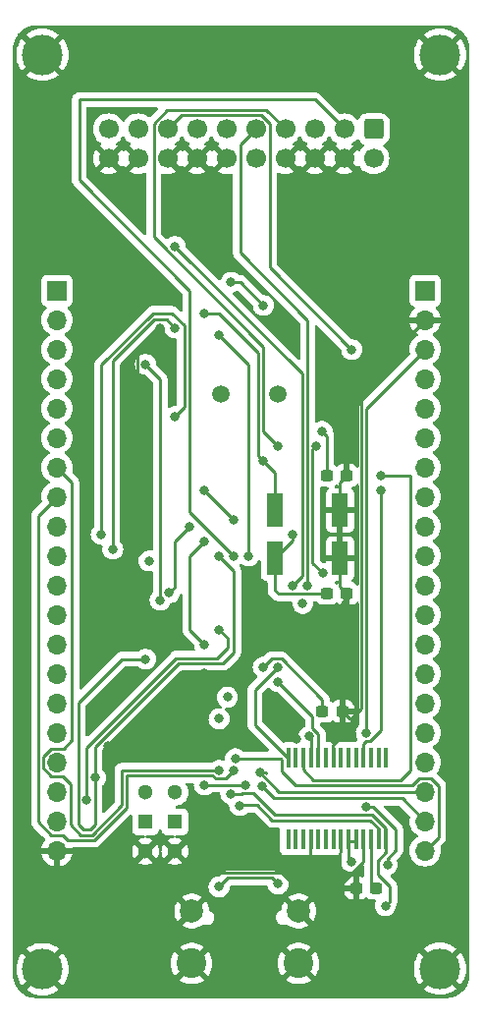
<source format=gbr>
%TF.GenerationSoftware,KiCad,Pcbnew,7.0.9*%
%TF.CreationDate,2023-12-16T00:09:48+09:00*%
%TF.ProjectId,STM32F405_dev_board,53544d33-3246-4343-9035-5f6465765f62,1.0.0*%
%TF.SameCoordinates,Original*%
%TF.FileFunction,Copper,L4,Bot*%
%TF.FilePolarity,Positive*%
%FSLAX46Y46*%
G04 Gerber Fmt 4.6, Leading zero omitted, Abs format (unit mm)*
G04 Created by KiCad (PCBNEW 7.0.9) date 2023-12-16 00:09:48*
%MOMM*%
%LPD*%
G01*
G04 APERTURE LIST*
G04 Aperture macros list*
%AMRoundRect*
0 Rectangle with rounded corners*
0 $1 Rounding radius*
0 $2 $3 $4 $5 $6 $7 $8 $9 X,Y pos of 4 corners*
0 Add a 4 corners polygon primitive as box body*
4,1,4,$2,$3,$4,$5,$6,$7,$8,$9,$2,$3,0*
0 Add four circle primitives for the rounded corners*
1,1,$1+$1,$2,$3*
1,1,$1+$1,$4,$5*
1,1,$1+$1,$6,$7*
1,1,$1+$1,$8,$9*
0 Add four rect primitives between the rounded corners*
20,1,$1+$1,$2,$3,$4,$5,0*
20,1,$1+$1,$4,$5,$6,$7,0*
20,1,$1+$1,$6,$7,$8,$9,0*
20,1,$1+$1,$8,$9,$2,$3,0*%
G04 Aperture macros list end*
%TA.AperFunction,ComponentPad*%
%ADD10R,1.300000X1.300000*%
%TD*%
%TA.AperFunction,ComponentPad*%
%ADD11C,1.300000*%
%TD*%
%TA.AperFunction,SMDPad,CuDef*%
%ADD12R,0.450000X1.725000*%
%TD*%
%TA.AperFunction,ComponentPad*%
%ADD13C,3.500000*%
%TD*%
%TA.AperFunction,ComponentPad*%
%ADD14C,2.000000*%
%TD*%
%TA.AperFunction,ComponentPad*%
%ADD15C,2.565000*%
%TD*%
%TA.AperFunction,ComponentPad*%
%ADD16RoundRect,0.250000X-0.600000X0.600000X-0.600000X-0.600000X0.600000X-0.600000X0.600000X0.600000X0*%
%TD*%
%TA.AperFunction,ComponentPad*%
%ADD17C,1.700000*%
%TD*%
%TA.AperFunction,ComponentPad*%
%ADD18R,1.700000X1.700000*%
%TD*%
%TA.AperFunction,ComponentPad*%
%ADD19O,1.700000X1.700000*%
%TD*%
%TA.AperFunction,ComponentPad*%
%ADD20C,1.500000*%
%TD*%
%TA.AperFunction,SMDPad,CuDef*%
%ADD21RoundRect,0.237500X0.300000X0.237500X-0.300000X0.237500X-0.300000X-0.237500X0.300000X-0.237500X0*%
%TD*%
%TA.AperFunction,SMDPad,CuDef*%
%ADD22RoundRect,0.237500X-0.300000X-0.237500X0.300000X-0.237500X0.300000X0.237500X-0.300000X0.237500X0*%
%TD*%
%TA.AperFunction,SMDPad,CuDef*%
%ADD23R,1.430000X2.850000*%
%TD*%
%TA.AperFunction,ViaPad*%
%ADD24C,0.800000*%
%TD*%
%TA.AperFunction,Conductor*%
%ADD25C,0.250000*%
%TD*%
G04 APERTURE END LIST*
D10*
%TO.P,S3,1,COM*%
%TO.N,Net-(S3-COM)*%
X139700000Y-126365000D03*
D11*
%TO.P,S3,2,NO*%
%TO.N,GND*%
X139700000Y-128905000D03*
%TO.P,S3,3,NC*%
%TO.N,VCC3V3*%
X139700000Y-123825000D03*
%TD*%
D10*
%TO.P,S2,1,COM*%
%TO.N,Net-(S2-COM)*%
X137160000Y-126365000D03*
D11*
%TO.P,S2,2,NO*%
%TO.N,GND*%
X137160000Y-128905000D03*
%TO.P,S2,3,NC*%
%TO.N,VCC3V3*%
X137160000Y-123825000D03*
%TD*%
D12*
%TO.P,IC2,1,TXD*%
%TO.N,PA10{slash}USART1_RX*%
X149478250Y-120865000D03*
%TO.P,IC2,2,DTR#*%
%TO.N,unconnected-(IC2-DTR#-Pad2)*%
X150128250Y-120865000D03*
%TO.P,IC2,3,RTS#*%
%TO.N,PA12*%
X150778250Y-120865000D03*
%TO.P,IC2,4,VCCIO*%
%TO.N,VCC3V3*%
X151428250Y-120865000D03*
%TO.P,IC2,5,RXD*%
%TO.N,PA9{slash}USART1_TX*%
X152078250Y-120865000D03*
%TO.P,IC2,6,RI#*%
%TO.N,unconnected-(IC2-RI#-Pad6)*%
X152728250Y-120865000D03*
%TO.P,IC2,7,GND_1*%
%TO.N,GND*%
X153378250Y-120865000D03*
%TO.P,IC2,8,NC_1*%
%TO.N,unconnected-(IC2-NC_1-Pad8)*%
X154028250Y-120865000D03*
%TO.P,IC2,9,DSR#*%
%TO.N,unconnected-(IC2-DSR#-Pad9)*%
X154678250Y-120865000D03*
%TO.P,IC2,10,DCD#*%
%TO.N,unconnected-(IC2-DCD#-Pad10)*%
X155328250Y-120865000D03*
%TO.P,IC2,11,CTS#*%
%TO.N,PA11*%
X155978250Y-120865000D03*
%TO.P,IC2,12,CBUS4*%
%TO.N,unconnected-(IC2-CBUS4-Pad12)*%
X156628250Y-120865000D03*
%TO.P,IC2,13,CBUS2*%
%TO.N,unconnected-(IC2-CBUS2-Pad13)*%
X157278250Y-120865000D03*
%TO.P,IC2,14,CBUS3*%
%TO.N,unconnected-(IC2-CBUS3-Pad14)*%
X157928250Y-120865000D03*
%TO.P,IC2,15,USBDP*%
%TO.N,USBDP*%
X157928250Y-127889000D03*
%TO.P,IC2,16,USBDM*%
%TO.N,USBDM*%
X157278250Y-127889000D03*
%TO.P,IC2,17,3V3OUT*%
%TO.N,Net-(IC2-3V3OUT)*%
X156628250Y-127889000D03*
%TO.P,IC2,18,GND_2*%
%TO.N,GND*%
X155978250Y-127889000D03*
%TO.P,IC2,19,RESET#*%
%TO.N,5V*%
X155328250Y-127889000D03*
%TO.P,IC2,20,VCC*%
X154678250Y-127889000D03*
%TO.P,IC2,21,GND_3*%
%TO.N,GND*%
X154028250Y-127889000D03*
%TO.P,IC2,22,CBUS1*%
%TO.N,unconnected-(IC2-CBUS1-Pad22)*%
X153378250Y-127889000D03*
%TO.P,IC2,23,CBUS0*%
%TO.N,unconnected-(IC2-CBUS0-Pad23)*%
X152728250Y-127889000D03*
%TO.P,IC2,24,NC_2*%
%TO.N,unconnected-(IC2-NC_2-Pad24)*%
X152078250Y-127889000D03*
%TO.P,IC2,25,AGND*%
%TO.N,GND*%
X151428250Y-127889000D03*
%TO.P,IC2,26,TEST*%
%TO.N,unconnected-(IC2-TEST-Pad26)*%
X150778250Y-127889000D03*
%TO.P,IC2,27,OSCI*%
%TO.N,unconnected-(IC2-OSCI-Pad27)*%
X150128250Y-127889000D03*
%TO.P,IC2,28,OSCO*%
%TO.N,unconnected-(IC2-OSCO-Pad28)*%
X149478250Y-127889000D03*
%TD*%
D13*
%TO.P,REF\u002A\u002A,1*%
%TO.N,GND*%
X162560000Y-60270000D03*
%TD*%
D14*
%TO.P,J6,MH3,MH3*%
%TO.N,GND*%
X141148000Y-134057000D03*
%TO.P,J6,MH4,MH4*%
X150368000Y-134057000D03*
D15*
%TO.P,J6,MH5,MH5*%
X141148000Y-138557000D03*
%TO.P,J6,MH6,MH6*%
X150368000Y-138557000D03*
%TD*%
D13*
%TO.P,REF\u002A\u002A,1*%
%TO.N,GND*%
X128285913Y-139053348D03*
%TD*%
%TO.P,REF\u002A\u002A,1*%
%TO.N,GND*%
X128270000Y-60270000D03*
%TD*%
D16*
%TO.P,J1,1,VTREF*%
%TO.N,VCC3V3*%
X156845000Y-66675000D03*
D17*
%TO.P,J1,2,VCC/NC*%
X156845000Y-69215000D03*
%TO.P,J1,3,~{TRST}*%
%TO.N,JNTRST*%
X154305000Y-66675000D03*
%TO.P,J1,4,GND*%
%TO.N,GND*%
X154305000Y-69215000D03*
%TO.P,J1,5,TDI*%
%TO.N,JTDI*%
X151765000Y-66675000D03*
%TO.P,J1,6,GND*%
%TO.N,GND*%
X151765000Y-69215000D03*
%TO.P,J1,7,TMS/SWDIO*%
%TO.N,JTMS{slash}SWDIO*%
X149225000Y-66675000D03*
%TO.P,J1,8,GND*%
%TO.N,GND*%
X149225000Y-69215000D03*
%TO.P,J1,9,TCK/SWDCLK*%
%TO.N,JTCK{slash}SWCLK*%
X146685000Y-66675000D03*
%TO.P,J1,10,GND*%
%TO.N,GND*%
X146685000Y-69215000D03*
%TO.P,J1,11,RTCK*%
%TO.N,Net-(J1-RTCK)*%
X144145000Y-66675000D03*
%TO.P,J1,12,GND*%
%TO.N,GND*%
X144145000Y-69215000D03*
%TO.P,J1,13,TDO/SWO*%
%TO.N,JTDO*%
X141605000Y-66675000D03*
%TO.P,J1,14,GND*%
%TO.N,GND*%
X141605000Y-69215000D03*
%TO.P,J1,15,~{SRST}*%
%TO.N,RESET*%
X139065000Y-66675000D03*
%TO.P,J1,16,GND*%
%TO.N,GND*%
X139065000Y-69215000D03*
%TO.P,J1,17,DBGRQ/NC*%
%TO.N,Net-(J1-DBGRQ{slash}NC)*%
X136525000Y-66675000D03*
%TO.P,J1,18,GND*%
%TO.N,GND*%
X136525000Y-69215000D03*
%TO.P,J1,19,DBGACK/NC*%
%TO.N,Net-(J1-DBGACK{slash}NC)*%
X133985000Y-66675000D03*
%TO.P,J1,20,GND*%
%TO.N,GND*%
X133985000Y-69215000D03*
%TD*%
D18*
%TO.P,J3,1,Pin_1*%
%TO.N,VCC3V3*%
X161290000Y-80590000D03*
D19*
%TO.P,J3,2,Pin_2*%
%TO.N,GND*%
X161290000Y-83130000D03*
%TO.P,J3,3,Pin_3*%
%TO.N,5V*%
X161290000Y-85670000D03*
%TO.P,J3,4,Pin_4*%
%TO.N,PC12*%
X161290000Y-88210000D03*
%TO.P,J3,5,Pin_5*%
%TO.N,PC11*%
X161290000Y-90750000D03*
%TO.P,J3,6,Pin_6*%
%TO.N,PC10*%
X161290000Y-93290000D03*
%TO.P,J3,7,Pin_7*%
%TO.N,PA10{slash}USART1_RX*%
X161290000Y-95830000D03*
%TO.P,J3,8,Pin_8*%
%TO.N,PA9{slash}USART1_TX*%
X161290000Y-98370000D03*
%TO.P,J3,9,Pin_9*%
%TO.N,PA8*%
X161290000Y-100910000D03*
%TO.P,J3,10,Pin_10*%
%TO.N,PC9*%
X161290000Y-103450000D03*
%TO.P,J3,11,Pin_11*%
%TO.N,PC8*%
X161290000Y-105990000D03*
%TO.P,J3,12,Pin_12*%
%TO.N,PC7*%
X161290000Y-108530000D03*
%TO.P,J3,13,Pin_13*%
%TO.N,PC6*%
X161290000Y-111070000D03*
%TO.P,J3,14,Pin_14*%
%TO.N,PB15*%
X161290000Y-113610000D03*
%TO.P,J3,15,Pin_15*%
%TO.N,PB14*%
X161290000Y-116150000D03*
%TO.P,J3,16,Pin_16*%
%TO.N,PB13*%
X161290000Y-118690000D03*
%TO.P,J3,17,Pin_17*%
%TO.N,PB12*%
X161290000Y-121230000D03*
%TO.P,J3,18,Pin_18*%
%TO.N,PB11*%
X161290000Y-123770000D03*
%TO.P,J3,19,Pin_19*%
%TO.N,PB10*%
X161290000Y-126310000D03*
%TO.P,J3,20,Pin_20*%
%TO.N,PB1*%
X161290000Y-128850000D03*
%TD*%
D13*
%TO.P,REF\u002A\u002A,1*%
%TO.N,GND*%
X162560000Y-139010000D03*
%TD*%
D20*
%TO.P,Y1,1,1*%
%TO.N,OSC_OUT*%
X148550000Y-89480000D03*
%TO.P,Y1,2,2*%
%TO.N,OSC_IN*%
X143670000Y-89480000D03*
%TD*%
D18*
%TO.P,J2,1,Pin_1*%
%TO.N,VBAT*%
X129540000Y-80590000D03*
D19*
%TO.P,J2,2,Pin_2*%
%TO.N,PB6*%
X129540000Y-83130000D03*
%TO.P,J2,3,Pin_3*%
%TO.N,PB7*%
X129540000Y-85670000D03*
%TO.P,J2,4,Pin_4*%
%TO.N,PB8*%
X129540000Y-88210000D03*
%TO.P,J2,5,Pin_5*%
%TO.N,PB9*%
X129540000Y-90750000D03*
%TO.P,J2,6,Pin_6*%
%TO.N,PC13*%
X129540000Y-93290000D03*
%TO.P,J2,7,Pin_7*%
%TO.N,PA5*%
X129540000Y-95830000D03*
%TO.P,J2,8,Pin_8*%
%TO.N,PA6*%
X129540000Y-98370000D03*
%TO.P,J2,9,Pin_9*%
%TO.N,PC0*%
X129540000Y-100910000D03*
%TO.P,J2,10,Pin_10*%
%TO.N,PC1*%
X129540000Y-103450000D03*
%TO.P,J2,11,Pin_11*%
%TO.N,PC2*%
X129540000Y-105990000D03*
%TO.P,J2,12,Pin_12*%
%TO.N,PC3*%
X129540000Y-108530000D03*
%TO.P,J2,13,Pin_13*%
%TO.N,PA0*%
X129540000Y-111070000D03*
%TO.P,J2,14,Pin_14*%
%TO.N,PA1*%
X129540000Y-113610000D03*
%TO.P,J2,15,Pin_15*%
%TO.N,PA2*%
X129540000Y-116150000D03*
%TO.P,J2,16,Pin_16*%
%TO.N,PA3*%
X129540000Y-118690000D03*
%TO.P,J2,17,Pin_17*%
%TO.N,RESET*%
X129540000Y-121230000D03*
%TO.P,J2,18,Pin_18*%
%TO.N,VCC3V3*%
X129540000Y-123770000D03*
%TO.P,J2,19,Pin_19*%
%TO.N,GND*%
X129540000Y-126310000D03*
%TO.P,J2,20,Pin_20*%
X129540000Y-128850000D03*
%TD*%
D21*
%TO.P,C12,1*%
%TO.N,GND*%
X154532500Y-106680000D03*
%TO.P,C12,2*%
%TO.N,OSC32_OUT*%
X152807500Y-106680000D03*
%TD*%
D22*
%TO.P,C5,1*%
%TO.N,GND*%
X155347500Y-132080000D03*
%TO.P,C5,2*%
%TO.N,Net-(IC2-3V3OUT)*%
X157072500Y-132080000D03*
%TD*%
D21*
%TO.P,C1,1*%
%TO.N,GND*%
X154151500Y-116840000D03*
%TO.P,C1,2*%
%TO.N,5V*%
X152426500Y-116840000D03*
%TD*%
D23*
%TO.P,Y2,1,1*%
%TO.N,OSC32_IN*%
X148315000Y-99525000D03*
%TO.P,Y2,2,2*%
%TO.N,GND*%
X153945000Y-99525000D03*
%TO.P,Y2,3,3*%
X153945000Y-103675000D03*
%TO.P,Y2,4,4*%
%TO.N,OSC32_OUT*%
X148315000Y-103675000D03*
%TD*%
D21*
%TO.P,C11,1*%
%TO.N,GND*%
X154532500Y-96520000D03*
%TO.P,C11,2*%
%TO.N,OSC32_IN*%
X152807500Y-96520000D03*
%TD*%
D24*
%TO.N,VCC3V3*%
X150723600Y-107543600D03*
X137464800Y-103886000D03*
%TO.N,GND*%
X133959600Y-119811800D03*
X150215600Y-119253000D03*
%TO.N,VCC3V3*%
X143510000Y-117475000D03*
X144221200Y-115620800D03*
%TO.N,OSC_IN*%
X139210270Y-106635353D03*
X140970000Y-100910000D03*
%TO.N,OSC_OUT*%
X142240000Y-102180000D03*
X142240000Y-111070000D03*
%TO.N,OSC32_IN*%
X147320000Y-95250000D03*
X142240000Y-82550000D03*
X139700000Y-83820000D03*
X152400000Y-92710000D03*
X134345500Y-102870000D03*
%TO.N,OSC32_OUT*%
X149860000Y-101600000D03*
X139700000Y-91440000D03*
X142240000Y-97790000D03*
X133350000Y-101600000D03*
X144780000Y-100330000D03*
%TO.N,PA4*%
X142240000Y-123190000D03*
X145805012Y-123181153D03*
%TO.N,PA12*%
X157480000Y-96520000D03*
%TO.N,PA11*%
X157480000Y-97790000D03*
%TO.N,JNTRST*%
X144780000Y-103450000D03*
%TO.N,JTDI*%
X139700000Y-76780000D03*
X149860000Y-105990000D03*
%TO.N,JTMS{slash}SWDIO*%
X148590000Y-93980000D03*
X152434073Y-104953220D03*
X151854500Y-93980000D03*
%TO.N,JTCK{slash}SWCLK*%
X151130000Y-105990000D03*
%TO.N,JTDO*%
X143510000Y-84400000D03*
X144546054Y-79865958D03*
X146050000Y-103450000D03*
X147320000Y-81860000D03*
%TO.N,PA5*%
X143510000Y-121920000D03*
%TO.N,PA6*%
X144780000Y-121920000D03*
%TO.N,PB11*%
X147042557Y-122132652D03*
%TO.N,PB10*%
X147197652Y-123312348D03*
%TO.N,PB1*%
X144929500Y-120920497D03*
%TO.N,BOOT0*%
X143510000Y-109800000D03*
X132080000Y-124509500D03*
%TO.N,RESET*%
X143510000Y-103450000D03*
X137160000Y-112340000D03*
X154940000Y-85670000D03*
X132842000Y-122555000D03*
%TO.N,GND*%
X142240000Y-131445000D03*
X142205000Y-117475000D03*
X142218369Y-113562009D03*
X154940000Y-118690000D03*
X150241000Y-132080000D03*
X153670000Y-132080000D03*
X154109124Y-109595109D03*
X135722701Y-97957299D03*
X138430000Y-83820000D03*
%TO.N,5V*%
X143510000Y-131953000D03*
X156210000Y-118690000D03*
X156210000Y-125040000D03*
X147320000Y-113030000D03*
X158025500Y-130048000D03*
X154935701Y-129789701D03*
X148590000Y-131699000D03*
%TO.N,VCC3V3*%
X151257000Y-118999000D03*
%TO.N,VBAT*%
X137160000Y-86940000D03*
X138430000Y-107260000D03*
%TO.N,USBDP*%
X157861000Y-133604000D03*
X144526000Y-123952000D03*
%TO.N,USBDM*%
X145288000Y-124968000D03*
%TO.N,PA10{slash}USART1_RX*%
X148590000Y-113030000D03*
%TO.N,PA9{slash}USART1_TX*%
X148590000Y-114300000D03*
%TD*%
D25*
%TO.N,RESET*%
X135106800Y-112340000D02*
X137160000Y-112340000D01*
X131355000Y-116091800D02*
X135106800Y-112340000D01*
X131355000Y-126610305D02*
X131355000Y-116091800D01*
X131779695Y-127035000D02*
X131355000Y-126610305D01*
X132805000Y-119871396D02*
X132805000Y-126610305D01*
X139981396Y-112695000D02*
X132805000Y-119871396D01*
X143845000Y-112695000D02*
X139981396Y-112695000D01*
X144780000Y-111760000D02*
X143845000Y-112695000D01*
X132380305Y-127035000D02*
X131779695Y-127035000D01*
X144780000Y-104720000D02*
X144780000Y-111760000D01*
X132805000Y-126610305D02*
X132380305Y-127035000D01*
X143510000Y-103450000D02*
X144780000Y-104720000D01*
%TO.N,GND*%
X142205000Y-117475000D02*
X142218369Y-117461631D01*
X154532500Y-107087500D02*
X154532500Y-106680000D01*
X154109124Y-107510876D02*
X154532500Y-107087500D01*
X154109124Y-109595109D02*
X154109124Y-107510876D01*
%TO.N,JTMS{slash}SWDIO*%
X151580000Y-94254500D02*
X151854500Y-93980000D01*
X151580000Y-104099147D02*
X151580000Y-94254500D01*
X152434073Y-104953220D02*
X151580000Y-104099147D01*
%TO.N,PA4*%
X145796165Y-123190000D02*
X142240000Y-123190000D01*
X145805012Y-123181153D02*
X145796165Y-123190000D01*
%TO.N,PB10*%
X159295000Y-124315000D02*
X161290000Y-126310000D01*
X148200304Y-124315000D02*
X159295000Y-124315000D01*
X147197652Y-123312348D02*
X148200304Y-124315000D01*
%TO.N,PB11*%
X147532652Y-122132652D02*
X147574000Y-122174000D01*
X147042557Y-122132652D02*
X147532652Y-122132652D01*
X147042557Y-122132652D02*
X148679905Y-123770000D01*
X148679905Y-123770000D02*
X161290000Y-123770000D01*
%TO.N,PB1*%
X162465000Y-127675000D02*
X161290000Y-128850000D01*
X162465000Y-123283299D02*
X162465000Y-127675000D01*
X161776701Y-122595000D02*
X162465000Y-123283299D01*
X160803299Y-122595000D02*
X161776701Y-122595000D01*
X148928250Y-122052500D02*
X150065750Y-123190000D01*
X148928250Y-120979646D02*
X148928250Y-122052500D01*
X148869101Y-120920497D02*
X148928250Y-120979646D01*
X150065750Y-123190000D02*
X160208299Y-123190000D01*
X160208299Y-123190000D02*
X160803299Y-122595000D01*
X144929500Y-120920497D02*
X148869101Y-120920497D01*
%TO.N,OSC_IN*%
X139700000Y-102180000D02*
X140970000Y-100910000D01*
X139700000Y-106145623D02*
X139700000Y-102180000D01*
X139210270Y-106635353D02*
X139700000Y-106145623D01*
%TO.N,OSC_OUT*%
X140970000Y-103450000D02*
X140970000Y-109800000D01*
X140970000Y-109800000D02*
X142240000Y-111070000D01*
X142240000Y-102180000D02*
X140970000Y-103450000D01*
%TO.N,OSC32_IN*%
X146870000Y-85910000D02*
X143510000Y-82550000D01*
X147320000Y-95250000D02*
X148315000Y-96245000D01*
X138975000Y-83095000D02*
X137885000Y-83095000D01*
X152400000Y-92710000D02*
X152807500Y-93117500D01*
X143510000Y-82550000D02*
X142240000Y-82550000D01*
X148315000Y-96245000D02*
X148315000Y-99525000D01*
X137885000Y-83095000D02*
X134345500Y-86634500D01*
X152807500Y-93117500D02*
X152807500Y-96520000D01*
X147320000Y-95250000D02*
X146870000Y-94800000D01*
X134345500Y-86634500D02*
X134345500Y-102870000D01*
X139700000Y-83820000D02*
X138975000Y-83095000D01*
X146870000Y-94800000D02*
X146870000Y-85910000D01*
%TO.N,OSC32_OUT*%
X149860000Y-102130000D02*
X149860000Y-101600000D01*
X148625000Y-106715000D02*
X148315000Y-106405000D01*
X139455305Y-82550000D02*
X140520000Y-83614695D01*
X148315000Y-103675000D02*
X149860000Y-102130000D01*
X137793604Y-82550000D02*
X139455305Y-82550000D01*
X140520000Y-90620000D02*
X139700000Y-91440000D01*
X133350000Y-86993604D02*
X137793604Y-82550000D01*
X142240000Y-97790000D02*
X144780000Y-100330000D01*
X152807500Y-106680000D02*
X152772500Y-106715000D01*
X133350000Y-101600000D02*
X133350000Y-86993604D01*
X140520000Y-83614695D02*
X140520000Y-90620000D01*
X152772500Y-106715000D02*
X148625000Y-106715000D01*
X148315000Y-106405000D02*
X148315000Y-103675000D01*
%TO.N,PA12*%
X151600000Y-122740000D02*
X159200000Y-122740000D01*
X160020000Y-96520000D02*
X157480000Y-96520000D01*
X160020000Y-121920000D02*
X160020000Y-96520000D01*
X159200000Y-122740000D02*
X160020000Y-121920000D01*
X150745000Y-120885000D02*
X150745000Y-121885000D01*
X150745000Y-121885000D02*
X151600000Y-122740000D01*
%TO.N,PA11*%
X157480000Y-118445305D02*
X157480000Y-97790000D01*
X156175000Y-119415000D02*
X156510305Y-119415000D01*
X155945000Y-120885000D02*
X155945000Y-119645000D01*
X156510305Y-119415000D02*
X157480000Y-118445305D01*
X155945000Y-119645000D02*
X156175000Y-119415000D01*
%TO.N,JNTRST*%
X140970000Y-80590000D02*
X131445000Y-71065000D01*
X131445000Y-64135000D02*
X151765000Y-64135000D01*
X144780000Y-103450000D02*
X140970000Y-99640000D01*
X151765000Y-64135000D02*
X154305000Y-66675000D01*
X140970000Y-99640000D02*
X140970000Y-80590000D01*
X131445000Y-71065000D02*
X131445000Y-64135000D01*
%TO.N,JTDI*%
X150680000Y-87760000D02*
X150680000Y-105170000D01*
X139700000Y-76780000D02*
X150680000Y-87760000D01*
X150680000Y-105170000D02*
X149860000Y-105990000D01*
%TO.N,JTMS{slash}SWDIO*%
X137890000Y-66188299D02*
X139028299Y-65050000D01*
X147320000Y-85425305D02*
X137890000Y-75995305D01*
X139028299Y-65050000D02*
X147600000Y-65050000D01*
X147320000Y-92710000D02*
X147320000Y-85425305D01*
X137890000Y-75995305D02*
X137890000Y-66188299D01*
X147600000Y-65050000D02*
X149225000Y-66675000D01*
X148590000Y-93980000D02*
X147320000Y-92710000D01*
%TO.N,JTCK{slash}SWCLK*%
X145320000Y-77320000D02*
X145320000Y-68040000D01*
X151130000Y-83130000D02*
X145320000Y-77320000D01*
X145320000Y-68040000D02*
X146685000Y-66675000D01*
X151130000Y-83130000D02*
X151130000Y-105990000D01*
%TO.N,JTDO*%
X145325958Y-79865958D02*
X147320000Y-81860000D01*
X146050000Y-86940000D02*
X146050000Y-103450000D01*
X143510000Y-84400000D02*
X146050000Y-86940000D01*
X144546054Y-79865958D02*
X145325958Y-79865958D01*
%TO.N,PA5*%
X130810000Y-119323604D02*
X130810000Y-97100000D01*
X135117208Y-121920000D02*
X135117208Y-124934493D01*
X135117208Y-124934493D02*
X132566701Y-127485000D01*
X129053299Y-120055000D02*
X130078604Y-120055000D01*
X129053299Y-122405000D02*
X128365000Y-121716701D01*
X130078604Y-120055000D02*
X130810000Y-119323604D01*
X128365000Y-121716701D02*
X128365000Y-120743299D01*
X130715000Y-126606701D02*
X130715000Y-123093299D01*
X130715000Y-123093299D02*
X130026701Y-122405000D01*
X132566701Y-127485000D02*
X131593299Y-127485000D01*
X130810000Y-97100000D02*
X129540000Y-95830000D01*
X131593299Y-127485000D02*
X130715000Y-126606701D01*
X143510000Y-121920000D02*
X135117208Y-121920000D01*
X128365000Y-120743299D02*
X129053299Y-120055000D01*
X130026701Y-122405000D02*
X129053299Y-122405000D01*
%TO.N,PA6*%
X135567208Y-122370000D02*
X135567208Y-125120889D01*
X135567208Y-125120889D02*
X132753097Y-127935000D01*
X132753097Y-127935000D02*
X130476701Y-127935000D01*
X130476701Y-127935000D02*
X130026701Y-127485000D01*
X127915000Y-99995000D02*
X129540000Y-98370000D01*
X144055000Y-122645000D02*
X143209695Y-122645000D01*
X143209695Y-122645000D02*
X142934695Y-122370000D01*
X142934695Y-122370000D02*
X135567208Y-122370000D01*
X130026701Y-127485000D02*
X129053299Y-127485000D01*
X144780000Y-121920000D02*
X144055000Y-122645000D01*
X127915000Y-126346701D02*
X127915000Y-99995000D01*
X129053299Y-127485000D02*
X127915000Y-126346701D01*
%TO.N,PB11*%
X147574000Y-122174000D02*
X147574000Y-122174000D01*
%TO.N,BOOT0*%
X143360305Y-112245000D02*
X144235000Y-111370305D01*
X132080000Y-119960000D02*
X139795000Y-112245000D01*
X139795000Y-112245000D02*
X143360305Y-112245000D01*
X144235000Y-110525000D02*
X143510000Y-109800000D01*
X144235000Y-111370305D02*
X144235000Y-110525000D01*
X132080000Y-124509500D02*
X132080000Y-119960000D01*
%TO.N,Net-(IC2-3V3OUT)*%
X156628250Y-131635750D02*
X157072500Y-132080000D01*
X156628250Y-127889000D02*
X156628250Y-131635750D01*
%TO.N,RESET*%
X147860000Y-66188299D02*
X147171701Y-65500000D01*
X154940000Y-85670000D02*
X147860000Y-78590000D01*
X140240000Y-65500000D02*
X139065000Y-66675000D01*
X147860000Y-78590000D02*
X147860000Y-66188299D01*
X147171701Y-65500000D02*
X140240000Y-65500000D01*
%TO.N,GND*%
X155760000Y-116600000D02*
X154940000Y-117420000D01*
X151395000Y-129805000D02*
X153670000Y-132080000D01*
X153345000Y-120885000D02*
X153345000Y-119705000D01*
X136435000Y-97245000D02*
X136435000Y-85815000D01*
X155347500Y-132080000D02*
X153670000Y-132080000D01*
X155945000Y-129805000D02*
X153670000Y-132080000D01*
X154940000Y-117420000D02*
X154731500Y-117420000D01*
X153895000Y-129076500D02*
X153895000Y-131855000D01*
X151395000Y-128060000D02*
X151395000Y-129805000D01*
X153995000Y-128035000D02*
X153995000Y-128976500D01*
X150241000Y-132080000D02*
X148902000Y-130741000D01*
X161290000Y-83130000D02*
X155760000Y-88660000D01*
X153945000Y-97107500D02*
X153945000Y-99525000D01*
X153995000Y-128976500D02*
X153895000Y-129076500D01*
X155760000Y-88660000D02*
X155760000Y-116600000D01*
X148902000Y-130741000D02*
X142944000Y-130741000D01*
X136435000Y-85815000D02*
X138430000Y-83820000D01*
X153945000Y-103675000D02*
X153945000Y-99525000D01*
X154731500Y-117420000D02*
X154151500Y-116840000D01*
X142944000Y-130741000D02*
X142240000Y-131445000D01*
X153945000Y-106092500D02*
X154532500Y-106680000D01*
X154532500Y-96520000D02*
X153945000Y-97107500D01*
X154940000Y-117420000D02*
X154940000Y-118690000D01*
X135722701Y-97957299D02*
X136435000Y-97245000D01*
X155945000Y-128035000D02*
X155945000Y-129805000D01*
X154360000Y-118690000D02*
X154940000Y-118690000D01*
X153895000Y-131855000D02*
X153670000Y-132080000D01*
X153345000Y-119705000D02*
X154360000Y-118690000D01*
X153945000Y-103675000D02*
X153945000Y-106092500D01*
%TO.N,5V*%
X148082000Y-131191000D02*
X148590000Y-131699000D01*
X144272000Y-131191000D02*
X148082000Y-131191000D01*
X143510000Y-131953000D02*
X144272000Y-131191000D01*
X154645000Y-129499000D02*
X154645000Y-128060000D01*
X154935701Y-129789701D02*
X154645000Y-129499000D01*
X156210000Y-90750000D02*
X156210000Y-118690000D01*
X154645000Y-128060000D02*
X155295000Y-128060000D01*
X156790000Y-125040000D02*
X156210000Y-125040000D01*
X158025500Y-130048000D02*
X158025500Y-129529500D01*
X161290000Y-85670000D02*
X156210000Y-90750000D01*
X148890305Y-112305000D02*
X148045000Y-112305000D01*
X152426500Y-115841195D02*
X148890305Y-112305000D01*
X158025500Y-129529500D02*
X158750000Y-128805000D01*
X158750000Y-127000000D02*
X156790000Y-125040000D01*
X152426500Y-116840000D02*
X152426500Y-115841195D01*
X158750000Y-128805000D02*
X158750000Y-127000000D01*
X148045000Y-112305000D02*
X147320000Y-113030000D01*
%TO.N,VCC3V3*%
X151257000Y-118999000D02*
X151428250Y-119170250D01*
X151428250Y-119170250D02*
X151428250Y-120865000D01*
%TO.N,VBAT*%
X137160000Y-86940000D02*
X138430000Y-88210000D01*
X138430000Y-88210000D02*
X138430000Y-107260000D01*
%TO.N,USBDP*%
X157928250Y-128990354D02*
X157226000Y-129692604D01*
X146439695Y-123915000D02*
X148289695Y-125765000D01*
X156735000Y-125765000D02*
X157895000Y-126925000D01*
X145505000Y-123915000D02*
X146439695Y-123915000D01*
X157226000Y-130900505D02*
X158242000Y-131916505D01*
X148289695Y-125765000D02*
X156735000Y-125765000D01*
X157895000Y-126925000D02*
X157895000Y-128035000D01*
X157928250Y-127889000D02*
X157928250Y-128990354D01*
X158242000Y-133223000D02*
X157861000Y-133604000D01*
X157226000Y-129692604D02*
X157226000Y-130900505D01*
X144526000Y-123952000D02*
X145468000Y-123952000D01*
X145468000Y-123952000D02*
X145505000Y-123915000D01*
X158242000Y-131916505D02*
X158242000Y-133223000D01*
%TO.N,USBDM*%
X148103299Y-126215000D02*
X146798299Y-124910000D01*
X146798299Y-124910000D02*
X145346000Y-124910000D01*
X145346000Y-124910000D02*
X145288000Y-124968000D01*
X157278250Y-126944646D02*
X156548604Y-126215000D01*
X157278250Y-127889000D02*
X157278250Y-126944646D01*
X156548604Y-126215000D02*
X148103299Y-126215000D01*
%TO.N,PA10{slash}USART1_RX*%
X146595000Y-118010000D02*
X146595000Y-115025000D01*
X146595000Y-115025000D02*
X148590000Y-113030000D01*
X149445000Y-120860000D02*
X146595000Y-118010000D01*
%TO.N,PA9{slash}USART1_TX*%
X152078250Y-118794945D02*
X151564000Y-118280695D01*
X152078250Y-120865000D02*
X152078250Y-118794945D01*
X151564000Y-117274000D02*
X148590000Y-114300000D01*
X151564000Y-118280695D02*
X151564000Y-117274000D01*
%TD*%
%TA.AperFunction,Conductor*%
%TO.N,GND*%
G36*
X129733039Y-128130185D02*
G01*
X129778794Y-128182989D01*
X129790000Y-128234500D01*
X129790000Y-128414498D01*
X129682315Y-128365320D01*
X129575763Y-128350000D01*
X129504237Y-128350000D01*
X129397685Y-128365320D01*
X129290000Y-128414498D01*
X129290000Y-128234500D01*
X129309685Y-128167461D01*
X129362489Y-128121706D01*
X129414000Y-128110500D01*
X129666000Y-128110500D01*
X129733039Y-128130185D01*
G37*
%TD.AperFunction*%
%TA.AperFunction,Conductor*%
G36*
X129397685Y-126794680D02*
G01*
X129504237Y-126810000D01*
X129575763Y-126810000D01*
X129682315Y-126794680D01*
X129786608Y-126747050D01*
X129770315Y-126802539D01*
X129717511Y-126848294D01*
X129666000Y-126859500D01*
X129414000Y-126859500D01*
X129346961Y-126839815D01*
X129301206Y-126787011D01*
X129292415Y-126746604D01*
X129397685Y-126794680D01*
G37*
%TD.AperFunction*%
%TA.AperFunction,Conductor*%
G36*
X147052151Y-103798514D02*
G01*
X147092680Y-103855428D01*
X147099500Y-103895985D01*
X147099500Y-105147870D01*
X147099501Y-105147876D01*
X147105908Y-105207483D01*
X147156202Y-105342328D01*
X147156206Y-105342335D01*
X147242452Y-105457544D01*
X147242455Y-105457547D01*
X147357664Y-105543793D01*
X147357671Y-105543797D01*
X147402618Y-105560561D01*
X147492517Y-105594091D01*
X147552127Y-105600500D01*
X147565496Y-105600499D01*
X147632533Y-105620180D01*
X147678291Y-105672981D01*
X147689500Y-105724499D01*
X147689500Y-106322255D01*
X147687775Y-106337872D01*
X147688061Y-106337899D01*
X147687326Y-106345665D01*
X147689500Y-106414814D01*
X147689500Y-106444343D01*
X147689501Y-106444360D01*
X147690368Y-106451231D01*
X147690826Y-106457050D01*
X147692290Y-106503624D01*
X147692291Y-106503627D01*
X147697880Y-106522867D01*
X147701824Y-106541911D01*
X147704336Y-106561791D01*
X147721490Y-106605119D01*
X147723382Y-106610647D01*
X147736381Y-106655388D01*
X147746580Y-106672634D01*
X147755138Y-106690103D01*
X147762514Y-106708732D01*
X147789898Y-106746423D01*
X147793106Y-106751307D01*
X147816827Y-106791416D01*
X147816833Y-106791424D01*
X147830990Y-106805580D01*
X147843628Y-106820376D01*
X147855405Y-106836586D01*
X147855406Y-106836587D01*
X147891308Y-106866287D01*
X147895619Y-106870209D01*
X148029040Y-107003630D01*
X148124194Y-107098784D01*
X148134017Y-107111045D01*
X148134239Y-107110863D01*
X148139212Y-107116875D01*
X148189637Y-107164228D01*
X148210523Y-107185115D01*
X148210527Y-107185118D01*
X148210529Y-107185120D01*
X148216011Y-107189373D01*
X148220443Y-107193157D01*
X148254418Y-107225062D01*
X148271976Y-107234714D01*
X148288235Y-107245395D01*
X148304064Y-107257673D01*
X148346838Y-107276182D01*
X148352056Y-107278738D01*
X148392908Y-107301197D01*
X148412316Y-107306180D01*
X148430717Y-107312480D01*
X148449104Y-107320437D01*
X148492488Y-107327308D01*
X148495119Y-107327725D01*
X148500839Y-107328909D01*
X148545981Y-107340500D01*
X148566016Y-107340500D01*
X148585414Y-107342026D01*
X148605194Y-107345159D01*
X148605195Y-107345160D01*
X148605195Y-107345159D01*
X148605196Y-107345160D01*
X148651584Y-107340775D01*
X148657422Y-107340500D01*
X149701771Y-107340500D01*
X149768810Y-107360185D01*
X149814565Y-107412989D01*
X149825091Y-107477459D01*
X149818140Y-107543600D01*
X149837926Y-107731856D01*
X149837927Y-107731859D01*
X149896418Y-107911877D01*
X149896421Y-107911884D01*
X149991067Y-108075816D01*
X150031879Y-108121142D01*
X150117729Y-108216488D01*
X150270865Y-108327748D01*
X150270870Y-108327751D01*
X150443792Y-108404742D01*
X150443797Y-108404744D01*
X150628954Y-108444100D01*
X150628955Y-108444100D01*
X150818244Y-108444100D01*
X150818246Y-108444100D01*
X151003403Y-108404744D01*
X151176330Y-108327751D01*
X151329471Y-108216488D01*
X151456133Y-108075816D01*
X151550779Y-107911884D01*
X151609274Y-107731856D01*
X151629060Y-107543600D01*
X151622108Y-107477459D01*
X151634677Y-107408732D01*
X151682409Y-107357708D01*
X151745429Y-107340500D01*
X151835448Y-107340500D01*
X151902487Y-107360185D01*
X151923129Y-107376819D01*
X151924660Y-107378350D01*
X152046650Y-107500340D01*
X152193484Y-107590908D01*
X152357247Y-107645174D01*
X152458323Y-107655500D01*
X153156676Y-107655499D01*
X153156684Y-107655498D01*
X153156687Y-107655498D01*
X153212030Y-107649844D01*
X153257753Y-107645174D01*
X153421516Y-107590908D01*
X153568350Y-107500340D01*
X153582671Y-107486018D01*
X153643989Y-107452533D01*
X153713681Y-107457514D01*
X153758034Y-107486017D01*
X153771961Y-107499944D01*
X153771965Y-107499947D01*
X153918688Y-107590448D01*
X153918699Y-107590453D01*
X154082347Y-107644680D01*
X154183351Y-107654999D01*
X154282500Y-107654998D01*
X154282500Y-106554000D01*
X154302185Y-106486961D01*
X154354989Y-106441206D01*
X154406500Y-106430000D01*
X154658500Y-106430000D01*
X154725539Y-106449685D01*
X154771294Y-106502489D01*
X154782500Y-106554000D01*
X154782500Y-107654999D01*
X154881640Y-107654999D01*
X154881654Y-107654998D01*
X154982652Y-107644680D01*
X155146300Y-107590453D01*
X155146311Y-107590448D01*
X155293034Y-107499947D01*
X155293038Y-107499944D01*
X155372819Y-107420164D01*
X155434142Y-107386679D01*
X155503834Y-107391663D01*
X155559767Y-107433535D01*
X155584184Y-107498999D01*
X155584500Y-107507845D01*
X155584500Y-117991312D01*
X155564815Y-118058351D01*
X155552650Y-118074284D01*
X155477466Y-118157784D01*
X155382821Y-118321715D01*
X155382818Y-118321722D01*
X155324327Y-118501740D01*
X155324326Y-118501744D01*
X155304540Y-118690000D01*
X155324326Y-118878256D01*
X155324327Y-118878259D01*
X155382818Y-119058277D01*
X155382821Y-119058284D01*
X155435447Y-119149435D01*
X155451920Y-119217336D01*
X155436719Y-119271177D01*
X155425284Y-119291975D01*
X155414610Y-119308226D01*
X155402329Y-119324061D01*
X155402324Y-119324068D01*
X155383815Y-119366838D01*
X155381245Y-119372084D01*
X155358802Y-119412909D01*
X155355932Y-119420159D01*
X155353651Y-119419256D01*
X155324086Y-119468897D01*
X155261554Y-119500067D01*
X155239744Y-119502000D01*
X155055381Y-119502000D01*
X155055369Y-119502001D01*
X155016503Y-119506179D01*
X154989998Y-119506179D01*
X154951124Y-119502000D01*
X154405380Y-119502000D01*
X154405369Y-119502001D01*
X154366503Y-119506179D01*
X154339998Y-119506179D01*
X154301124Y-119502000D01*
X153755382Y-119502000D01*
X153755367Y-119502001D01*
X153714154Y-119506431D01*
X153687652Y-119506431D01*
X153651084Y-119502500D01*
X153603250Y-119502500D01*
X153587638Y-119518111D01*
X153583565Y-119531985D01*
X153553563Y-119564210D01*
X153505226Y-119600396D01*
X153452561Y-119639821D01*
X153387096Y-119664238D01*
X153318823Y-119649386D01*
X153303939Y-119639821D01*
X153251274Y-119600396D01*
X153202937Y-119564211D01*
X153167138Y-119516388D01*
X153153250Y-119502500D01*
X153105415Y-119502500D01*
X153068848Y-119506431D01*
X153042342Y-119506431D01*
X153001125Y-119502000D01*
X153001123Y-119502000D01*
X152827750Y-119502000D01*
X152760711Y-119482315D01*
X152714956Y-119429511D01*
X152703750Y-119378000D01*
X152703750Y-118877682D01*
X152705474Y-118862068D01*
X152705188Y-118862041D01*
X152705922Y-118854278D01*
X152703750Y-118785148D01*
X152703750Y-118755596D01*
X152703750Y-118755595D01*
X152702879Y-118748704D01*
X152702422Y-118742890D01*
X152701812Y-118723479D01*
X152700959Y-118696318D01*
X152695371Y-118677084D01*
X152691424Y-118658026D01*
X152691422Y-118658007D01*
X152688914Y-118638153D01*
X152671757Y-118594820D01*
X152669864Y-118589291D01*
X152656868Y-118544559D01*
X152656867Y-118544555D01*
X152646670Y-118527313D01*
X152638113Y-118509847D01*
X152630736Y-118491213D01*
X152603333Y-118453495D01*
X152600150Y-118448650D01*
X152576420Y-118408524D01*
X152576415Y-118408518D01*
X152562255Y-118394358D01*
X152549620Y-118379565D01*
X152537843Y-118363357D01*
X152501943Y-118333658D01*
X152497631Y-118329735D01*
X152225819Y-118057923D01*
X152192334Y-117996600D01*
X152189500Y-117970242D01*
X152189500Y-117939499D01*
X152209185Y-117872460D01*
X152261989Y-117826705D01*
X152313500Y-117815499D01*
X152775670Y-117815499D01*
X152775676Y-117815499D01*
X152876753Y-117805174D01*
X153040516Y-117750908D01*
X153187350Y-117660340D01*
X153201671Y-117646018D01*
X153262989Y-117612533D01*
X153332681Y-117617514D01*
X153377034Y-117646017D01*
X153390961Y-117659944D01*
X153390965Y-117659947D01*
X153537688Y-117750448D01*
X153537699Y-117750453D01*
X153701347Y-117804680D01*
X153802351Y-117814999D01*
X153901500Y-117814998D01*
X153901500Y-117090000D01*
X154401500Y-117090000D01*
X154401500Y-117814999D01*
X154500640Y-117814999D01*
X154500654Y-117814998D01*
X154601652Y-117804680D01*
X154765300Y-117750453D01*
X154765311Y-117750448D01*
X154912034Y-117659947D01*
X154912038Y-117659944D01*
X155033944Y-117538038D01*
X155033947Y-117538034D01*
X155124448Y-117391311D01*
X155124453Y-117391300D01*
X155178680Y-117227652D01*
X155188999Y-117126654D01*
X155189000Y-117126641D01*
X155189000Y-117090000D01*
X154401500Y-117090000D01*
X153901500Y-117090000D01*
X153901500Y-115865000D01*
X154401500Y-115865000D01*
X154401500Y-116590000D01*
X155188999Y-116590000D01*
X155188999Y-116553360D01*
X155188998Y-116553345D01*
X155178680Y-116452347D01*
X155124453Y-116288699D01*
X155124448Y-116288688D01*
X155033947Y-116141965D01*
X155033944Y-116141961D01*
X154912038Y-116020055D01*
X154912034Y-116020052D01*
X154765311Y-115929551D01*
X154765300Y-115929546D01*
X154601652Y-115875319D01*
X154500654Y-115865000D01*
X154401500Y-115865000D01*
X153901500Y-115865000D01*
X153901500Y-115864999D01*
X153802360Y-115865000D01*
X153802344Y-115865001D01*
X153701347Y-115875319D01*
X153537699Y-115929546D01*
X153537688Y-115929551D01*
X153390965Y-116020052D01*
X153377032Y-116033985D01*
X153315708Y-116067468D01*
X153246016Y-116062482D01*
X153201672Y-116033982D01*
X153187351Y-116019661D01*
X153187350Y-116019660D01*
X153112103Y-115973247D01*
X153065381Y-115921301D01*
X153053264Y-115871606D01*
X153052000Y-115831380D01*
X153052000Y-115801845D01*
X153051131Y-115794967D01*
X153050672Y-115789138D01*
X153049209Y-115742567D01*
X153043622Y-115723339D01*
X153039674Y-115704279D01*
X153037163Y-115684399D01*
X153020012Y-115641082D01*
X153018119Y-115635553D01*
X153005118Y-115590804D01*
X153005116Y-115590801D01*
X152994923Y-115573566D01*
X152986361Y-115556089D01*
X152978987Y-115537465D01*
X152978986Y-115537463D01*
X152951579Y-115499740D01*
X152948388Y-115494881D01*
X152924672Y-115454778D01*
X152924665Y-115454769D01*
X152910506Y-115440610D01*
X152897868Y-115425814D01*
X152886094Y-115409608D01*
X152850188Y-115379904D01*
X152845876Y-115375981D01*
X149391108Y-111921212D01*
X149381285Y-111908950D01*
X149381064Y-111909134D01*
X149376091Y-111903123D01*
X149361982Y-111889874D01*
X149325669Y-111855773D01*
X149311724Y-111841828D01*
X149304780Y-111834883D01*
X149299291Y-111830625D01*
X149294866Y-111826847D01*
X149260887Y-111794938D01*
X149260885Y-111794936D01*
X149260882Y-111794935D01*
X149243334Y-111785288D01*
X149227068Y-111774604D01*
X149211241Y-111762327D01*
X149211240Y-111762326D01*
X149211238Y-111762325D01*
X149168473Y-111743818D01*
X149163227Y-111741248D01*
X149122398Y-111718803D01*
X149122397Y-111718802D01*
X149102998Y-111713822D01*
X149084586Y-111707518D01*
X149066203Y-111699562D01*
X149066197Y-111699560D01*
X149020179Y-111692272D01*
X149014457Y-111691087D01*
X148969326Y-111679500D01*
X148969324Y-111679500D01*
X148949289Y-111679500D01*
X148929891Y-111677973D01*
X148921089Y-111676579D01*
X148910110Y-111674840D01*
X148910109Y-111674840D01*
X148863721Y-111679225D01*
X148857883Y-111679500D01*
X148127743Y-111679500D01*
X148112122Y-111677775D01*
X148112096Y-111678061D01*
X148104334Y-111677327D01*
X148104333Y-111677327D01*
X148035186Y-111679500D01*
X148005649Y-111679500D01*
X147998766Y-111680369D01*
X147992949Y-111680826D01*
X147946373Y-111682290D01*
X147927129Y-111687881D01*
X147908079Y-111691825D01*
X147888211Y-111694334D01*
X147844884Y-111711488D01*
X147839358Y-111713379D01*
X147794614Y-111726379D01*
X147794610Y-111726381D01*
X147777366Y-111736579D01*
X147759905Y-111745133D01*
X147741274Y-111752510D01*
X147741262Y-111752517D01*
X147703570Y-111779902D01*
X147698687Y-111783109D01*
X147658580Y-111806829D01*
X147644414Y-111820995D01*
X147629624Y-111833627D01*
X147613414Y-111845404D01*
X147613411Y-111845407D01*
X147583710Y-111881309D01*
X147579777Y-111885631D01*
X147372227Y-112093182D01*
X147310907Y-112126666D01*
X147284548Y-112129500D01*
X147225354Y-112129500D01*
X147202946Y-112134263D01*
X147040197Y-112168855D01*
X147040192Y-112168857D01*
X146867270Y-112245848D01*
X146867265Y-112245851D01*
X146714129Y-112357111D01*
X146587466Y-112497785D01*
X146492821Y-112661715D01*
X146492818Y-112661722D01*
X146434327Y-112841740D01*
X146434326Y-112841744D01*
X146414540Y-113030000D01*
X146434326Y-113218256D01*
X146434327Y-113218259D01*
X146492818Y-113398277D01*
X146492821Y-113398284D01*
X146587467Y-113562216D01*
X146714129Y-113702888D01*
X146781082Y-113751532D01*
X146823747Y-113806862D01*
X146829726Y-113876476D01*
X146797120Y-113938271D01*
X146795877Y-113939531D01*
X146211208Y-114524199D01*
X146198951Y-114534020D01*
X146199134Y-114534241D01*
X146193123Y-114539213D01*
X146145772Y-114589636D01*
X146124889Y-114610519D01*
X146124877Y-114610532D01*
X146120621Y-114616017D01*
X146116837Y-114620447D01*
X146084937Y-114654418D01*
X146084936Y-114654420D01*
X146075284Y-114671976D01*
X146064610Y-114688226D01*
X146052329Y-114704061D01*
X146052324Y-114704068D01*
X146033815Y-114746838D01*
X146031245Y-114752084D01*
X146008803Y-114792906D01*
X146003822Y-114812307D01*
X145997521Y-114830710D01*
X145989562Y-114849102D01*
X145989561Y-114849105D01*
X145982271Y-114895127D01*
X145981087Y-114900846D01*
X145969501Y-114945972D01*
X145969500Y-114945982D01*
X145969500Y-114966016D01*
X145967973Y-114985415D01*
X145964840Y-115005194D01*
X145964840Y-115005195D01*
X145969225Y-115051583D01*
X145969500Y-115057421D01*
X145969500Y-117927255D01*
X145967775Y-117942872D01*
X145968061Y-117942899D01*
X145967326Y-117950665D01*
X145969500Y-118019814D01*
X145969500Y-118049343D01*
X145969501Y-118049360D01*
X145970368Y-118056231D01*
X145970826Y-118062050D01*
X145972290Y-118108624D01*
X145972291Y-118108627D01*
X145977880Y-118127867D01*
X145981824Y-118146911D01*
X145984336Y-118166792D01*
X146001490Y-118210119D01*
X146003382Y-118215647D01*
X146016381Y-118260388D01*
X146026580Y-118277634D01*
X146035138Y-118295103D01*
X146042514Y-118313732D01*
X146069898Y-118351423D01*
X146073106Y-118356307D01*
X146096827Y-118396416D01*
X146096833Y-118396424D01*
X146110990Y-118410580D01*
X146123627Y-118425375D01*
X146135406Y-118441587D01*
X146149823Y-118453514D01*
X146171309Y-118471288D01*
X146175620Y-118475210D01*
X146992385Y-119291975D01*
X147783726Y-120083316D01*
X147817211Y-120144639D01*
X147812227Y-120214331D01*
X147770355Y-120270264D01*
X147704891Y-120294681D01*
X147696045Y-120294997D01*
X145633248Y-120294997D01*
X145566209Y-120275312D01*
X145541100Y-120253971D01*
X145535373Y-120247611D01*
X145535369Y-120247607D01*
X145382234Y-120136348D01*
X145382229Y-120136345D01*
X145209307Y-120059354D01*
X145209302Y-120059352D01*
X145063501Y-120028362D01*
X145024146Y-120019997D01*
X144834854Y-120019997D01*
X144802397Y-120026895D01*
X144649697Y-120059352D01*
X144649692Y-120059354D01*
X144476770Y-120136345D01*
X144476765Y-120136348D01*
X144323629Y-120247608D01*
X144196966Y-120388282D01*
X144102321Y-120552212D01*
X144102318Y-120552219D01*
X144043827Y-120732237D01*
X144043826Y-120732241D01*
X144040242Y-120766344D01*
X144024040Y-120920497D01*
X144028345Y-120961461D01*
X144015775Y-121030191D01*
X143968042Y-121081214D01*
X143900301Y-121098331D01*
X143854588Y-121087700D01*
X143789807Y-121058857D01*
X143789802Y-121058855D01*
X143644001Y-121027865D01*
X143604646Y-121019500D01*
X143415354Y-121019500D01*
X143382897Y-121026398D01*
X143230197Y-121058855D01*
X143230192Y-121058857D01*
X143057270Y-121135848D01*
X143057265Y-121135851D01*
X142904130Y-121247110D01*
X142904126Y-121247114D01*
X142898400Y-121253474D01*
X142838913Y-121290121D01*
X142806252Y-121294500D01*
X135188055Y-121294500D01*
X135164823Y-121292304D01*
X135156796Y-121290773D01*
X135156794Y-121290773D01*
X135147841Y-121291336D01*
X135099483Y-121294378D01*
X135095611Y-121294500D01*
X135077851Y-121294500D01*
X135060240Y-121296725D01*
X135056372Y-121297090D01*
X135024583Y-121299090D01*
X134999067Y-121300696D01*
X134991293Y-121303222D01*
X134968528Y-121308310D01*
X134960426Y-121309333D01*
X134960413Y-121309337D01*
X134907018Y-121330477D01*
X134903362Y-121331792D01*
X134848767Y-121349533D01*
X134848764Y-121349534D01*
X134841860Y-121353915D01*
X134821088Y-121364499D01*
X134813481Y-121367511D01*
X134813470Y-121367517D01*
X134767022Y-121401263D01*
X134763803Y-121403451D01*
X134715331Y-121434213D01*
X134715328Y-121434216D01*
X134709737Y-121440170D01*
X134692237Y-121455599D01*
X134685621Y-121460405D01*
X134685620Y-121460406D01*
X134649020Y-121504646D01*
X134646446Y-121507565D01*
X134607145Y-121549417D01*
X134607143Y-121549420D01*
X134603202Y-121556589D01*
X134590097Y-121575873D01*
X134584885Y-121582173D01*
X134584882Y-121582178D01*
X134560439Y-121634121D01*
X134558672Y-121637589D01*
X134531012Y-121687903D01*
X134531011Y-121687908D01*
X134528977Y-121695828D01*
X134521078Y-121717768D01*
X134517594Y-121725172D01*
X134517592Y-121725178D01*
X134506837Y-121781561D01*
X134505987Y-121785361D01*
X134491708Y-121840976D01*
X134491708Y-121849152D01*
X134489513Y-121872379D01*
X134487981Y-121880412D01*
X134491586Y-121937724D01*
X134491708Y-121941595D01*
X134491708Y-124624040D01*
X134472023Y-124691079D01*
X134455389Y-124711721D01*
X133642181Y-125524929D01*
X133580858Y-125558414D01*
X133511166Y-125553430D01*
X133455233Y-125511558D01*
X133430816Y-125446094D01*
X133430500Y-125437248D01*
X133430500Y-123294779D01*
X133450185Y-123227740D01*
X133462350Y-123211807D01*
X133475878Y-123196783D01*
X133574533Y-123087216D01*
X133669179Y-122923284D01*
X133727674Y-122743256D01*
X133747460Y-122555000D01*
X133727674Y-122366744D01*
X133669179Y-122186716D01*
X133574533Y-122022784D01*
X133481986Y-121920000D01*
X133462350Y-121898192D01*
X133432120Y-121835201D01*
X133430500Y-121815220D01*
X133430500Y-120181848D01*
X133450185Y-120114809D01*
X133466819Y-120094167D01*
X136085986Y-117475000D01*
X142604540Y-117475000D01*
X142624326Y-117663256D01*
X142624327Y-117663259D01*
X142682818Y-117843277D01*
X142682821Y-117843284D01*
X142777467Y-118007216D01*
X142868778Y-118108627D01*
X142904129Y-118147888D01*
X143057265Y-118259148D01*
X143057270Y-118259151D01*
X143230192Y-118336142D01*
X143230197Y-118336144D01*
X143415354Y-118375500D01*
X143415355Y-118375500D01*
X143604644Y-118375500D01*
X143604646Y-118375500D01*
X143789803Y-118336144D01*
X143962730Y-118259151D01*
X144115871Y-118147888D01*
X144242533Y-118007216D01*
X144337179Y-117843284D01*
X144395674Y-117663256D01*
X144415460Y-117475000D01*
X144395674Y-117286744D01*
X144337179Y-117106716D01*
X144242533Y-116942784D01*
X144115871Y-116802112D01*
X144036579Y-116744503D01*
X143993915Y-116689174D01*
X143987936Y-116619561D01*
X144020542Y-116557766D01*
X144081381Y-116523408D01*
X144122440Y-116520867D01*
X144126552Y-116521299D01*
X144126554Y-116521300D01*
X144126556Y-116521300D01*
X144315844Y-116521300D01*
X144315846Y-116521300D01*
X144501003Y-116481944D01*
X144673930Y-116404951D01*
X144827071Y-116293688D01*
X144953733Y-116153016D01*
X145048379Y-115989084D01*
X145106874Y-115809056D01*
X145126660Y-115620800D01*
X145106874Y-115432544D01*
X145048379Y-115252516D01*
X144953733Y-115088584D01*
X144827071Y-114947912D01*
X144824415Y-114945982D01*
X144673934Y-114836651D01*
X144673929Y-114836648D01*
X144501007Y-114759657D01*
X144501002Y-114759655D01*
X144355201Y-114728665D01*
X144315846Y-114720300D01*
X144126554Y-114720300D01*
X144094097Y-114727198D01*
X143941397Y-114759655D01*
X143941392Y-114759657D01*
X143768470Y-114836648D01*
X143768465Y-114836651D01*
X143615329Y-114947911D01*
X143488666Y-115088585D01*
X143394021Y-115252515D01*
X143394018Y-115252522D01*
X143335527Y-115432540D01*
X143335526Y-115432544D01*
X143315740Y-115620800D01*
X143335526Y-115809056D01*
X143335527Y-115809059D01*
X143394018Y-115989077D01*
X143394021Y-115989084D01*
X143488667Y-116153016D01*
X143605083Y-116282309D01*
X143615329Y-116293688D01*
X143694618Y-116351295D01*
X143737284Y-116406625D01*
X143743263Y-116476238D01*
X143710657Y-116538033D01*
X143649819Y-116572390D01*
X143608770Y-116574934D01*
X143604650Y-116574501D01*
X143604646Y-116574500D01*
X143415354Y-116574500D01*
X143382897Y-116581398D01*
X143230197Y-116613855D01*
X143230192Y-116613857D01*
X143057270Y-116690848D01*
X143057265Y-116690851D01*
X142904129Y-116802111D01*
X142777466Y-116942785D01*
X142682821Y-117106715D01*
X142682818Y-117106722D01*
X142624327Y-117286740D01*
X142624326Y-117286744D01*
X142604540Y-117475000D01*
X136085986Y-117475000D01*
X140204167Y-113356819D01*
X140265490Y-113323334D01*
X140291848Y-113320500D01*
X143762257Y-113320500D01*
X143777877Y-113322224D01*
X143777904Y-113321939D01*
X143785660Y-113322671D01*
X143785667Y-113322673D01*
X143854814Y-113320500D01*
X143884350Y-113320500D01*
X143891228Y-113319630D01*
X143897041Y-113319172D01*
X143943627Y-113317709D01*
X143962869Y-113312117D01*
X143981912Y-113308174D01*
X144001792Y-113305664D01*
X144045122Y-113288507D01*
X144050646Y-113286617D01*
X144054396Y-113285527D01*
X144095390Y-113273618D01*
X144112629Y-113263422D01*
X144130103Y-113254862D01*
X144148727Y-113247488D01*
X144148727Y-113247487D01*
X144148732Y-113247486D01*
X144186449Y-113220082D01*
X144191305Y-113216892D01*
X144231420Y-113193170D01*
X144245589Y-113178999D01*
X144260379Y-113166368D01*
X144276587Y-113154594D01*
X144306299Y-113118676D01*
X144310212Y-113114376D01*
X145163786Y-112260802D01*
X145176048Y-112250980D01*
X145175865Y-112250759D01*
X145181867Y-112245792D01*
X145181877Y-112245786D01*
X145229241Y-112195348D01*
X145250120Y-112174470D01*
X145254373Y-112168986D01*
X145258150Y-112164563D01*
X145290062Y-112130582D01*
X145299714Y-112113023D01*
X145310389Y-112096772D01*
X145322674Y-112080936D01*
X145341186Y-112038152D01*
X145343742Y-112032935D01*
X145366197Y-111992092D01*
X145371180Y-111972680D01*
X145377477Y-111954291D01*
X145385438Y-111935895D01*
X145392729Y-111889853D01*
X145393908Y-111884162D01*
X145405500Y-111839019D01*
X145405500Y-111818983D01*
X145407027Y-111799582D01*
X145410160Y-111779804D01*
X145405775Y-111733415D01*
X145405500Y-111727577D01*
X145405500Y-104802737D01*
X145407224Y-104787123D01*
X145406938Y-104787096D01*
X145407672Y-104779333D01*
X145405500Y-104710203D01*
X145405500Y-104680651D01*
X145405500Y-104680650D01*
X145404629Y-104673759D01*
X145404172Y-104667945D01*
X145402709Y-104621372D01*
X145397122Y-104602144D01*
X145393174Y-104583084D01*
X145390664Y-104563208D01*
X145373507Y-104519875D01*
X145371619Y-104514359D01*
X145358619Y-104469612D01*
X145348418Y-104452363D01*
X145339860Y-104434894D01*
X145332486Y-104416268D01*
X145332483Y-104416264D01*
X145332483Y-104416263D01*
X145305099Y-104378572D01*
X145301891Y-104373688D01*
X145288177Y-104350500D01*
X145280820Y-104338060D01*
X145263636Y-104270340D01*
X145285794Y-104204076D01*
X145314661Y-104174624D01*
X145342117Y-104154676D01*
X145407921Y-104131198D01*
X145475975Y-104147023D01*
X145487871Y-104154668D01*
X145597266Y-104234148D01*
X145597270Y-104234151D01*
X145770192Y-104311142D01*
X145770197Y-104311144D01*
X145955354Y-104350500D01*
X145955355Y-104350500D01*
X146144644Y-104350500D01*
X146144646Y-104350500D01*
X146329803Y-104311144D01*
X146502730Y-104234151D01*
X146655871Y-104122888D01*
X146782533Y-103982216D01*
X146868115Y-103833982D01*
X146918679Y-103785770D01*
X146987286Y-103772546D01*
X147052151Y-103798514D01*
G37*
%TD.AperFunction*%
%TA.AperFunction,Conductor*%
G36*
X147808387Y-114798714D02*
G01*
X147857204Y-114831924D01*
X147984129Y-114972888D01*
X148137265Y-115084148D01*
X148137270Y-115084151D01*
X148310192Y-115161142D01*
X148310197Y-115161144D01*
X148495354Y-115200500D01*
X148554548Y-115200500D01*
X148621587Y-115220185D01*
X148642229Y-115236819D01*
X150902181Y-117496771D01*
X150935666Y-117558094D01*
X150938500Y-117584452D01*
X150938500Y-118074559D01*
X150918815Y-118141598D01*
X150866011Y-118187353D01*
X150864936Y-118187838D01*
X150804269Y-118214848D01*
X150651129Y-118326111D01*
X150524466Y-118466785D01*
X150429821Y-118630715D01*
X150429818Y-118630722D01*
X150371327Y-118810740D01*
X150371326Y-118810744D01*
X150351540Y-118999000D01*
X150371326Y-119187256D01*
X150371327Y-119187259D01*
X150420852Y-119339682D01*
X150422847Y-119409523D01*
X150386767Y-119469356D01*
X150324066Y-119500184D01*
X150302921Y-119502000D01*
X149855380Y-119502000D01*
X149855369Y-119502001D01*
X149816503Y-119506179D01*
X149789998Y-119506179D01*
X149751124Y-119502000D01*
X149205379Y-119502000D01*
X149205373Y-119502001D01*
X149145768Y-119508408D01*
X149098237Y-119526136D01*
X149028546Y-119531119D01*
X148967225Y-119497634D01*
X147256819Y-117787228D01*
X147223334Y-117725905D01*
X147220500Y-117699547D01*
X147220500Y-115335451D01*
X147240185Y-115268412D01*
X147256815Y-115247774D01*
X147677375Y-114827213D01*
X147738696Y-114793730D01*
X147808387Y-114798714D01*
G37*
%TD.AperFunction*%
%TA.AperFunction,Conductor*%
G36*
X155503834Y-97231663D02*
G01*
X155559767Y-97273535D01*
X155584184Y-97338999D01*
X155584500Y-97347845D01*
X155584500Y-105852155D01*
X155564815Y-105919194D01*
X155512011Y-105964949D01*
X155442853Y-105974893D01*
X155379297Y-105945868D01*
X155372819Y-105939836D01*
X155293038Y-105860055D01*
X155293034Y-105860052D01*
X155146311Y-105769551D01*
X155146300Y-105769546D01*
X154992955Y-105718733D01*
X154935510Y-105678960D01*
X154908687Y-105614445D01*
X154921002Y-105545669D01*
X154957649Y-105501760D01*
X155017189Y-105457188D01*
X155017190Y-105457187D01*
X155103350Y-105342093D01*
X155103354Y-105342086D01*
X155153596Y-105207379D01*
X155153598Y-105207372D01*
X155159999Y-105147844D01*
X155160000Y-105147827D01*
X155160000Y-103925000D01*
X152730000Y-103925000D01*
X152730000Y-103942376D01*
X152710315Y-104009415D01*
X152657511Y-104055170D01*
X152588353Y-104065114D01*
X152580221Y-104063667D01*
X152528719Y-104052720D01*
X152528716Y-104052720D01*
X152469526Y-104052720D01*
X152402487Y-104033035D01*
X152381845Y-104016401D01*
X152241819Y-103876375D01*
X152208334Y-103815052D01*
X152205500Y-103788694D01*
X152205500Y-103425000D01*
X152730000Y-103425000D01*
X153695000Y-103425000D01*
X153695000Y-101750000D01*
X154195000Y-101750000D01*
X154195000Y-103425000D01*
X155160000Y-103425000D01*
X155160000Y-102202172D01*
X155159999Y-102202155D01*
X155153598Y-102142627D01*
X155153596Y-102142620D01*
X155103354Y-102007913D01*
X155103350Y-102007906D01*
X155017190Y-101892812D01*
X155017187Y-101892809D01*
X154902093Y-101806649D01*
X154902086Y-101806645D01*
X154767379Y-101756403D01*
X154767372Y-101756401D01*
X154707844Y-101750000D01*
X154195000Y-101750000D01*
X153695000Y-101750000D01*
X153182155Y-101750000D01*
X153122627Y-101756401D01*
X153122620Y-101756403D01*
X152987913Y-101806645D01*
X152987906Y-101806649D01*
X152872812Y-101892809D01*
X152872809Y-101892812D01*
X152786649Y-102007906D01*
X152786645Y-102007913D01*
X152736403Y-102142620D01*
X152736401Y-102142627D01*
X152730000Y-102202155D01*
X152730000Y-103425000D01*
X152205500Y-103425000D01*
X152205500Y-99775000D01*
X152730000Y-99775000D01*
X152730000Y-100997844D01*
X152736401Y-101057372D01*
X152736403Y-101057379D01*
X152786645Y-101192086D01*
X152786649Y-101192093D01*
X152872809Y-101307187D01*
X152872812Y-101307190D01*
X152987906Y-101393350D01*
X152987913Y-101393354D01*
X153122620Y-101443596D01*
X153122627Y-101443598D01*
X153182155Y-101449999D01*
X153182172Y-101450000D01*
X153695000Y-101450000D01*
X153695000Y-99775000D01*
X154195000Y-99775000D01*
X154195000Y-101450000D01*
X154707828Y-101450000D01*
X154707844Y-101449999D01*
X154767372Y-101443598D01*
X154767379Y-101443596D01*
X154902086Y-101393354D01*
X154902093Y-101393350D01*
X155017187Y-101307190D01*
X155017190Y-101307187D01*
X155103350Y-101192093D01*
X155103354Y-101192086D01*
X155153596Y-101057379D01*
X155153598Y-101057372D01*
X155159999Y-100997844D01*
X155160000Y-100997827D01*
X155160000Y-99775000D01*
X154195000Y-99775000D01*
X153695000Y-99775000D01*
X152730000Y-99775000D01*
X152205500Y-99775000D01*
X152205500Y-97606043D01*
X152225185Y-97539004D01*
X152277989Y-97493249D01*
X152347147Y-97483305D01*
X152355469Y-97484793D01*
X152357241Y-97485172D01*
X152357247Y-97485174D01*
X152458323Y-97495500D01*
X152830620Y-97495499D01*
X152897658Y-97515183D01*
X152943413Y-97567987D01*
X152953357Y-97637146D01*
X152924332Y-97700701D01*
X152904932Y-97718764D01*
X152872811Y-97742810D01*
X152872809Y-97742812D01*
X152786649Y-97857906D01*
X152786645Y-97857913D01*
X152736403Y-97992620D01*
X152736401Y-97992627D01*
X152730000Y-98052155D01*
X152730000Y-99275000D01*
X155160000Y-99275000D01*
X155160000Y-98052172D01*
X155159999Y-98052155D01*
X155153598Y-97992627D01*
X155153596Y-97992620D01*
X155103354Y-97857913D01*
X155103350Y-97857906D01*
X155017190Y-97742812D01*
X155017187Y-97742809D01*
X154957648Y-97698238D01*
X154915777Y-97642305D01*
X154910793Y-97572613D01*
X154944279Y-97511290D01*
X154992956Y-97481266D01*
X155146298Y-97430454D01*
X155146311Y-97430448D01*
X155293034Y-97339947D01*
X155293038Y-97339944D01*
X155372819Y-97260164D01*
X155434142Y-97226679D01*
X155503834Y-97231663D01*
G37*
%TD.AperFunction*%
%TA.AperFunction,Conductor*%
G36*
X153823378Y-105619685D02*
G01*
X153869133Y-105672489D01*
X153879077Y-105741647D01*
X153850052Y-105805203D01*
X153821437Y-105829538D01*
X153771963Y-105860053D01*
X153758032Y-105873985D01*
X153696708Y-105907468D01*
X153627016Y-105902482D01*
X153582672Y-105873982D01*
X153568351Y-105859661D01*
X153568350Y-105859660D01*
X153519513Y-105829537D01*
X153472791Y-105777591D01*
X153461568Y-105708629D01*
X153489412Y-105644546D01*
X153547480Y-105605690D01*
X153584612Y-105600000D01*
X153756339Y-105600000D01*
X153823378Y-105619685D01*
G37*
%TD.AperFunction*%
%TA.AperFunction,Conductor*%
G36*
X153713681Y-97297514D02*
G01*
X153758034Y-97326017D01*
X153771962Y-97339945D01*
X153821437Y-97370462D01*
X153868161Y-97422410D01*
X153879382Y-97491373D01*
X153851538Y-97555455D01*
X153793469Y-97594310D01*
X153756339Y-97600000D01*
X153584612Y-97600000D01*
X153517573Y-97580315D01*
X153471818Y-97527511D01*
X153461874Y-97458353D01*
X153490899Y-97394797D01*
X153519514Y-97370462D01*
X153568350Y-97340340D01*
X153582671Y-97326018D01*
X153643989Y-97292533D01*
X153713681Y-97297514D01*
G37*
%TD.AperFunction*%
%TA.AperFunction,Conductor*%
G36*
X143685507Y-69424844D02*
G01*
X143763239Y-69545798D01*
X143871900Y-69639952D01*
X144002685Y-69699680D01*
X144012464Y-69701086D01*
X143383625Y-70329925D01*
X143467421Y-70388599D01*
X143681507Y-70488429D01*
X143681516Y-70488433D01*
X143909673Y-70549567D01*
X143909684Y-70549569D01*
X144144998Y-70570157D01*
X144145002Y-70570157D01*
X144380315Y-70549569D01*
X144380325Y-70549567D01*
X144538407Y-70507210D01*
X144608256Y-70508873D01*
X144666119Y-70548035D01*
X144693623Y-70612264D01*
X144694500Y-70626985D01*
X144694500Y-77237255D01*
X144692775Y-77252872D01*
X144693061Y-77252899D01*
X144692326Y-77260665D01*
X144694500Y-77329814D01*
X144694500Y-77359343D01*
X144694501Y-77359360D01*
X144695368Y-77366231D01*
X144695826Y-77372050D01*
X144697290Y-77418624D01*
X144697291Y-77418627D01*
X144702880Y-77437867D01*
X144706824Y-77456911D01*
X144709336Y-77476791D01*
X144726490Y-77520119D01*
X144728382Y-77525647D01*
X144741381Y-77570388D01*
X144751580Y-77587634D01*
X144760138Y-77605103D01*
X144767514Y-77623732D01*
X144794898Y-77661423D01*
X144798106Y-77666307D01*
X144821827Y-77706416D01*
X144821833Y-77706424D01*
X144835990Y-77720580D01*
X144848628Y-77735376D01*
X144860405Y-77751586D01*
X144860406Y-77751587D01*
X144896309Y-77781288D01*
X144900620Y-77785210D01*
X147700973Y-80585563D01*
X150468181Y-83352771D01*
X150501666Y-83414094D01*
X150504500Y-83440452D01*
X150504500Y-86400547D01*
X150484815Y-86467586D01*
X150432011Y-86513341D01*
X150362853Y-86523285D01*
X150299297Y-86494260D01*
X150292819Y-86488228D01*
X144744747Y-80940156D01*
X144711262Y-80878833D01*
X144716246Y-80809141D01*
X144758118Y-80753208D01*
X144806645Y-80731185D01*
X144825857Y-80727102D01*
X144998784Y-80650109D01*
X145044428Y-80616946D01*
X145110230Y-80593466D01*
X145178284Y-80609290D01*
X145204993Y-80629583D01*
X146381038Y-81805629D01*
X146414523Y-81866952D01*
X146416678Y-81880348D01*
X146423970Y-81949725D01*
X146434326Y-82048256D01*
X146434327Y-82048259D01*
X146492818Y-82228277D01*
X146492821Y-82228284D01*
X146587467Y-82392216D01*
X146641677Y-82452422D01*
X146714129Y-82532888D01*
X146867265Y-82644148D01*
X146867270Y-82644151D01*
X147040192Y-82721142D01*
X147040197Y-82721144D01*
X147225354Y-82760500D01*
X147225355Y-82760500D01*
X147414644Y-82760500D01*
X147414646Y-82760500D01*
X147599803Y-82721144D01*
X147772730Y-82644151D01*
X147925871Y-82532888D01*
X148052533Y-82392216D01*
X148147179Y-82228284D01*
X148205674Y-82048256D01*
X148225460Y-81860000D01*
X148205674Y-81671744D01*
X148147179Y-81491716D01*
X148052533Y-81327784D01*
X147925871Y-81187112D01*
X147925870Y-81187111D01*
X147772734Y-81075851D01*
X147772729Y-81075848D01*
X147599807Y-80998857D01*
X147599802Y-80998855D01*
X147454001Y-80967865D01*
X147414646Y-80959500D01*
X147414645Y-80959500D01*
X147355453Y-80959500D01*
X147288414Y-80939815D01*
X147267772Y-80923181D01*
X145826761Y-79482170D01*
X145816938Y-79469908D01*
X145816717Y-79470092D01*
X145811744Y-79464081D01*
X145761322Y-79416731D01*
X145750877Y-79406286D01*
X145740433Y-79395841D01*
X145734944Y-79391583D01*
X145730519Y-79387805D01*
X145696540Y-79355896D01*
X145696538Y-79355894D01*
X145696535Y-79355893D01*
X145678987Y-79346246D01*
X145662721Y-79335562D01*
X145646891Y-79323283D01*
X145604126Y-79304776D01*
X145598880Y-79302206D01*
X145558051Y-79279761D01*
X145558050Y-79279760D01*
X145538651Y-79274780D01*
X145520239Y-79268476D01*
X145501856Y-79260520D01*
X145501850Y-79260518D01*
X145455832Y-79253230D01*
X145450110Y-79252045D01*
X145404979Y-79240458D01*
X145404977Y-79240458D01*
X145384942Y-79240458D01*
X145365544Y-79238931D01*
X145358120Y-79237755D01*
X145345763Y-79235798D01*
X145345762Y-79235798D01*
X145299374Y-79240183D01*
X145293536Y-79240458D01*
X145249802Y-79240458D01*
X145182763Y-79220773D01*
X145157654Y-79199432D01*
X145151927Y-79193072D01*
X145151923Y-79193068D01*
X144998788Y-79081809D01*
X144998783Y-79081806D01*
X144825861Y-79004815D01*
X144825856Y-79004813D01*
X144680055Y-78973823D01*
X144640700Y-78965458D01*
X144451408Y-78965458D01*
X144418951Y-78972356D01*
X144266251Y-79004813D01*
X144266246Y-79004815D01*
X144093324Y-79081806D01*
X144093319Y-79081809D01*
X143940183Y-79193069D01*
X143813520Y-79333743D01*
X143718875Y-79497673D01*
X143718873Y-79497677D01*
X143679235Y-79619671D01*
X143639797Y-79677346D01*
X143575438Y-79704544D01*
X143506592Y-79692629D01*
X143473623Y-79669033D01*
X142110495Y-78305905D01*
X140638960Y-76834369D01*
X140605475Y-76773046D01*
X140603323Y-76759668D01*
X140585674Y-76591744D01*
X140527179Y-76411716D01*
X140432533Y-76247784D01*
X140305871Y-76107112D01*
X140305870Y-76107111D01*
X140152734Y-75995851D01*
X140152729Y-75995848D01*
X139979807Y-75918857D01*
X139979802Y-75918855D01*
X139834001Y-75887865D01*
X139794646Y-75879500D01*
X139605354Y-75879500D01*
X139572897Y-75886398D01*
X139420197Y-75918855D01*
X139420192Y-75918857D01*
X139247270Y-75995848D01*
X139247265Y-75995851D01*
X139094131Y-76107110D01*
X139094128Y-76107112D01*
X139083140Y-76119316D01*
X139023653Y-76155964D01*
X138953796Y-76154633D01*
X138903310Y-76124024D01*
X138551819Y-75772533D01*
X138518334Y-75711210D01*
X138515500Y-75684852D01*
X138515500Y-70626985D01*
X138535185Y-70559946D01*
X138587989Y-70514191D01*
X138657147Y-70504247D01*
X138671593Y-70507210D01*
X138829674Y-70549567D01*
X138829684Y-70549569D01*
X139064998Y-70570157D01*
X139065002Y-70570157D01*
X139300315Y-70549569D01*
X139300326Y-70549567D01*
X139528483Y-70488433D01*
X139528492Y-70488429D01*
X139742578Y-70388600D01*
X139742582Y-70388598D01*
X139826373Y-70329926D01*
X139826373Y-70329925D01*
X139197534Y-69701086D01*
X139207315Y-69699680D01*
X139338100Y-69639952D01*
X139446761Y-69545798D01*
X139524493Y-69424844D01*
X139548076Y-69344524D01*
X140179925Y-69976373D01*
X140233425Y-69899968D01*
X140288002Y-69856344D01*
X140357501Y-69849151D01*
X140419855Y-69880673D01*
X140436576Y-69899969D01*
X140490073Y-69976372D01*
X141121922Y-69344523D01*
X141145507Y-69424844D01*
X141223239Y-69545798D01*
X141331900Y-69639952D01*
X141462685Y-69699680D01*
X141472466Y-69701086D01*
X140843625Y-70329925D01*
X140927421Y-70388599D01*
X141141507Y-70488429D01*
X141141516Y-70488433D01*
X141369673Y-70549567D01*
X141369684Y-70549569D01*
X141604998Y-70570157D01*
X141605002Y-70570157D01*
X141840315Y-70549569D01*
X141840326Y-70549567D01*
X142068483Y-70488433D01*
X142068492Y-70488429D01*
X142282578Y-70388600D01*
X142282582Y-70388598D01*
X142366373Y-70329926D01*
X142366373Y-70329925D01*
X141737533Y-69701086D01*
X141747315Y-69699680D01*
X141878100Y-69639952D01*
X141986761Y-69545798D01*
X142064493Y-69424844D01*
X142088076Y-69344524D01*
X142719925Y-69976373D01*
X142773425Y-69899968D01*
X142828002Y-69856344D01*
X142897501Y-69849151D01*
X142959855Y-69880673D01*
X142976576Y-69899969D01*
X143030073Y-69976372D01*
X143661922Y-69344523D01*
X143685507Y-69424844D01*
G37*
%TD.AperFunction*%
%TA.AperFunction,Conductor*%
G36*
X138200886Y-64780185D02*
G01*
X138246641Y-64832989D01*
X138256585Y-64902147D01*
X138227560Y-64965703D01*
X138221528Y-64972181D01*
X137564180Y-65629526D01*
X137502857Y-65663011D01*
X137433165Y-65658027D01*
X137401045Y-65639310D01*
X137400836Y-65639610D01*
X137397247Y-65637097D01*
X137396787Y-65636829D01*
X137396397Y-65636502D01*
X137202834Y-65500967D01*
X137202830Y-65500965D01*
X137162777Y-65482288D01*
X136988663Y-65401097D01*
X136988659Y-65401096D01*
X136988655Y-65401094D01*
X136760413Y-65339938D01*
X136760403Y-65339936D01*
X136525001Y-65319341D01*
X136524999Y-65319341D01*
X136289596Y-65339936D01*
X136289586Y-65339938D01*
X136061344Y-65401094D01*
X136061335Y-65401098D01*
X135847171Y-65500964D01*
X135847169Y-65500965D01*
X135653597Y-65636505D01*
X135486505Y-65803597D01*
X135356575Y-65989158D01*
X135301998Y-66032783D01*
X135232500Y-66039977D01*
X135170145Y-66008454D01*
X135153425Y-65989158D01*
X135023494Y-65803597D01*
X134856402Y-65636506D01*
X134856396Y-65636502D01*
X134813324Y-65606342D01*
X134662834Y-65500967D01*
X134662830Y-65500965D01*
X134622777Y-65482288D01*
X134448663Y-65401097D01*
X134448659Y-65401096D01*
X134448655Y-65401094D01*
X134220413Y-65339938D01*
X134220403Y-65339936D01*
X133985001Y-65319341D01*
X133984999Y-65319341D01*
X133749596Y-65339936D01*
X133749586Y-65339938D01*
X133521344Y-65401094D01*
X133521335Y-65401098D01*
X133307171Y-65500964D01*
X133307169Y-65500965D01*
X133113597Y-65636505D01*
X132946505Y-65803597D01*
X132810965Y-65997169D01*
X132810964Y-65997171D01*
X132711098Y-66211335D01*
X132711094Y-66211344D01*
X132649938Y-66439586D01*
X132649936Y-66439596D01*
X132629341Y-66674999D01*
X132629341Y-66675000D01*
X132649936Y-66910403D01*
X132649938Y-66910413D01*
X132711094Y-67138655D01*
X132711096Y-67138659D01*
X132711097Y-67138663D01*
X132715000Y-67147032D01*
X132810965Y-67352830D01*
X132810967Y-67352834D01*
X132917670Y-67505220D01*
X132946505Y-67546401D01*
X133113599Y-67713495D01*
X133245500Y-67805853D01*
X133299594Y-67843730D01*
X133343218Y-67898307D01*
X133350411Y-67967806D01*
X133318889Y-68030160D01*
X133299593Y-68046880D01*
X133223626Y-68100072D01*
X133223625Y-68100072D01*
X133852466Y-68728913D01*
X133842685Y-68730320D01*
X133711900Y-68790048D01*
X133603239Y-68884202D01*
X133525507Y-69005156D01*
X133501923Y-69085475D01*
X132870073Y-68453625D01*
X132870072Y-68453625D01*
X132811401Y-68537419D01*
X132711570Y-68751507D01*
X132711566Y-68751516D01*
X132650432Y-68979673D01*
X132650430Y-68979684D01*
X132629843Y-69214998D01*
X132629843Y-69215001D01*
X132650430Y-69450315D01*
X132650432Y-69450326D01*
X132711566Y-69678483D01*
X132711570Y-69678492D01*
X132811400Y-69892579D01*
X132811402Y-69892583D01*
X132870072Y-69976373D01*
X132870073Y-69976373D01*
X133501923Y-69344523D01*
X133525507Y-69424844D01*
X133603239Y-69545798D01*
X133711900Y-69639952D01*
X133842685Y-69699680D01*
X133852466Y-69701086D01*
X133223625Y-70329925D01*
X133307421Y-70388599D01*
X133521507Y-70488429D01*
X133521516Y-70488433D01*
X133749673Y-70549567D01*
X133749684Y-70549569D01*
X133984998Y-70570157D01*
X133985002Y-70570157D01*
X134220315Y-70549569D01*
X134220326Y-70549567D01*
X134448483Y-70488433D01*
X134448492Y-70488429D01*
X134662578Y-70388600D01*
X134662582Y-70388598D01*
X134746373Y-70329926D01*
X134746373Y-70329925D01*
X134117533Y-69701086D01*
X134127315Y-69699680D01*
X134258100Y-69639952D01*
X134366761Y-69545798D01*
X134444493Y-69424844D01*
X134468076Y-69344524D01*
X135099925Y-69976373D01*
X135153425Y-69899968D01*
X135208002Y-69856344D01*
X135277501Y-69849151D01*
X135339855Y-69880673D01*
X135356576Y-69899969D01*
X135410073Y-69976372D01*
X136041922Y-69344523D01*
X136065507Y-69424844D01*
X136143239Y-69545798D01*
X136251900Y-69639952D01*
X136382685Y-69699680D01*
X136392464Y-69701086D01*
X135763625Y-70329925D01*
X135847421Y-70388599D01*
X136061507Y-70488429D01*
X136061516Y-70488433D01*
X136289673Y-70549567D01*
X136289684Y-70549569D01*
X136524998Y-70570157D01*
X136525002Y-70570157D01*
X136760315Y-70549569D01*
X136760326Y-70549567D01*
X136988483Y-70488433D01*
X136988492Y-70488430D01*
X137088095Y-70441984D01*
X137157172Y-70431492D01*
X137220956Y-70460011D01*
X137259196Y-70518488D01*
X137264500Y-70554366D01*
X137264500Y-75700547D01*
X137244815Y-75767586D01*
X137192011Y-75813341D01*
X137122853Y-75823285D01*
X137059297Y-75794260D01*
X137052819Y-75788228D01*
X132106819Y-70842228D01*
X132073334Y-70780905D01*
X132070500Y-70754547D01*
X132070500Y-64884500D01*
X132090185Y-64817461D01*
X132142989Y-64771706D01*
X132194500Y-64760500D01*
X138133847Y-64760500D01*
X138200886Y-64780185D01*
G37*
%TD.AperFunction*%
%TA.AperFunction,Conductor*%
G36*
X135339855Y-67341546D02*
G01*
X135356575Y-67360842D01*
X135486500Y-67546395D01*
X135486505Y-67546401D01*
X135653599Y-67713495D01*
X135785500Y-67805853D01*
X135839594Y-67843730D01*
X135883218Y-67898307D01*
X135890411Y-67967806D01*
X135858889Y-68030160D01*
X135839593Y-68046880D01*
X135763626Y-68100072D01*
X135763625Y-68100072D01*
X136392466Y-68728913D01*
X136382685Y-68730320D01*
X136251900Y-68790048D01*
X136143239Y-68884202D01*
X136065507Y-69005156D01*
X136041923Y-69085476D01*
X135410072Y-68453625D01*
X135410072Y-68453626D01*
X135356574Y-68530030D01*
X135301998Y-68573655D01*
X135232499Y-68580849D01*
X135170144Y-68549326D01*
X135153424Y-68530030D01*
X135099925Y-68453626D01*
X135099925Y-68453625D01*
X134468076Y-69085475D01*
X134444493Y-69005156D01*
X134366761Y-68884202D01*
X134258100Y-68790048D01*
X134127315Y-68730320D01*
X134117533Y-68728913D01*
X134746373Y-68100073D01*
X134746373Y-68100072D01*
X134670405Y-68046880D01*
X134626780Y-67992304D01*
X134619586Y-67922805D01*
X134651108Y-67860451D01*
X134670399Y-67843734D01*
X134856401Y-67713495D01*
X135023495Y-67546401D01*
X135153425Y-67360842D01*
X135208002Y-67317217D01*
X135277500Y-67310023D01*
X135339855Y-67341546D01*
G37*
%TD.AperFunction*%
%TA.AperFunction,Conductor*%
G36*
X140419855Y-67341546D02*
G01*
X140436575Y-67360842D01*
X140566500Y-67546395D01*
X140566505Y-67546401D01*
X140733599Y-67713495D01*
X140865500Y-67805853D01*
X140919594Y-67843730D01*
X140963218Y-67898307D01*
X140970411Y-67967806D01*
X140938889Y-68030160D01*
X140919593Y-68046880D01*
X140843626Y-68100072D01*
X140843625Y-68100072D01*
X141472466Y-68728913D01*
X141462685Y-68730320D01*
X141331900Y-68790048D01*
X141223239Y-68884202D01*
X141145507Y-69005156D01*
X141121923Y-69085475D01*
X140490073Y-68453625D01*
X140490072Y-68453626D01*
X140436574Y-68530030D01*
X140381998Y-68573655D01*
X140312499Y-68580849D01*
X140250144Y-68549326D01*
X140233424Y-68530030D01*
X140179925Y-68453626D01*
X140179925Y-68453625D01*
X139548076Y-69085475D01*
X139524493Y-69005156D01*
X139446761Y-68884202D01*
X139338100Y-68790048D01*
X139207315Y-68730320D01*
X139197533Y-68728913D01*
X139826373Y-68100073D01*
X139826373Y-68100072D01*
X139750405Y-68046880D01*
X139706780Y-67992304D01*
X139699586Y-67922805D01*
X139731108Y-67860451D01*
X139750399Y-67843734D01*
X139936401Y-67713495D01*
X140103495Y-67546401D01*
X140233425Y-67360842D01*
X140288002Y-67317217D01*
X140357500Y-67310023D01*
X140419855Y-67341546D01*
G37*
%TD.AperFunction*%
%TA.AperFunction,Conductor*%
G36*
X142959855Y-67341546D02*
G01*
X142976575Y-67360842D01*
X143106500Y-67546395D01*
X143106505Y-67546401D01*
X143273599Y-67713495D01*
X143405500Y-67805853D01*
X143459594Y-67843730D01*
X143503218Y-67898307D01*
X143510411Y-67967806D01*
X143478889Y-68030160D01*
X143459593Y-68046880D01*
X143383626Y-68100072D01*
X143383625Y-68100072D01*
X144012466Y-68728913D01*
X144002685Y-68730320D01*
X143871900Y-68790048D01*
X143763239Y-68884202D01*
X143685507Y-69005156D01*
X143661923Y-69085475D01*
X143030073Y-68453625D01*
X143030072Y-68453626D01*
X142976574Y-68530030D01*
X142921998Y-68573655D01*
X142852499Y-68580849D01*
X142790144Y-68549326D01*
X142773424Y-68530030D01*
X142719925Y-68453626D01*
X142719925Y-68453625D01*
X142088076Y-69085475D01*
X142064493Y-69005156D01*
X141986761Y-68884202D01*
X141878100Y-68790048D01*
X141747315Y-68730320D01*
X141737533Y-68728913D01*
X142366373Y-68100073D01*
X142366373Y-68100072D01*
X142290405Y-68046880D01*
X142246780Y-67992304D01*
X142239586Y-67922805D01*
X142271108Y-67860451D01*
X142290399Y-67843734D01*
X142476401Y-67713495D01*
X142643495Y-67546401D01*
X142773425Y-67360842D01*
X142828002Y-67317217D01*
X142897500Y-67310023D01*
X142959855Y-67341546D01*
G37*
%TD.AperFunction*%
%TA.AperFunction,Conductor*%
G36*
X150579855Y-67341546D02*
G01*
X150596575Y-67360842D01*
X150726500Y-67546395D01*
X150726505Y-67546401D01*
X150893599Y-67713495D01*
X151025500Y-67805853D01*
X151079594Y-67843730D01*
X151123218Y-67898307D01*
X151130411Y-67967806D01*
X151098889Y-68030160D01*
X151079593Y-68046880D01*
X151003626Y-68100072D01*
X151003625Y-68100072D01*
X151632466Y-68728913D01*
X151622685Y-68730320D01*
X151491900Y-68790048D01*
X151383239Y-68884202D01*
X151305507Y-69005156D01*
X151281923Y-69085475D01*
X150650073Y-68453625D01*
X150650072Y-68453626D01*
X150596574Y-68530030D01*
X150541998Y-68573655D01*
X150472499Y-68580849D01*
X150410144Y-68549326D01*
X150393424Y-68530030D01*
X150339925Y-68453626D01*
X150339925Y-68453625D01*
X149708076Y-69085475D01*
X149684493Y-69005156D01*
X149606761Y-68884202D01*
X149498100Y-68790048D01*
X149367315Y-68730320D01*
X149357533Y-68728913D01*
X149986373Y-68100073D01*
X149986373Y-68100072D01*
X149910405Y-68046880D01*
X149866780Y-67992304D01*
X149859586Y-67922805D01*
X149891108Y-67860451D01*
X149910399Y-67843734D01*
X150096401Y-67713495D01*
X150263495Y-67546401D01*
X150393425Y-67360842D01*
X150448002Y-67317217D01*
X150517500Y-67310023D01*
X150579855Y-67341546D01*
G37*
%TD.AperFunction*%
%TA.AperFunction,Conductor*%
G36*
X153119855Y-67341546D02*
G01*
X153136575Y-67360842D01*
X153266500Y-67546395D01*
X153266505Y-67546401D01*
X153433599Y-67713495D01*
X153565500Y-67805853D01*
X153619594Y-67843730D01*
X153663218Y-67898307D01*
X153670411Y-67967806D01*
X153638889Y-68030160D01*
X153619593Y-68046880D01*
X153543626Y-68100072D01*
X153543625Y-68100072D01*
X154172466Y-68728913D01*
X154162685Y-68730320D01*
X154031900Y-68790048D01*
X153923239Y-68884202D01*
X153845507Y-69005156D01*
X153821923Y-69085475D01*
X153190073Y-68453625D01*
X153190072Y-68453626D01*
X153136574Y-68530030D01*
X153081998Y-68573655D01*
X153012499Y-68580849D01*
X152950144Y-68549326D01*
X152933424Y-68530030D01*
X152879925Y-68453626D01*
X152879925Y-68453625D01*
X152248076Y-69085475D01*
X152224493Y-69005156D01*
X152146761Y-68884202D01*
X152038100Y-68790048D01*
X151907315Y-68730320D01*
X151897533Y-68728913D01*
X152526373Y-68100073D01*
X152526373Y-68100072D01*
X152450405Y-68046880D01*
X152406780Y-67992304D01*
X152399586Y-67922805D01*
X152431108Y-67860451D01*
X152450399Y-67843734D01*
X152636401Y-67713495D01*
X152803495Y-67546401D01*
X152933425Y-67360842D01*
X152988002Y-67317217D01*
X153057500Y-67310023D01*
X153119855Y-67341546D01*
G37*
%TD.AperFunction*%
%TA.AperFunction,Conductor*%
G36*
X155532038Y-67542053D02*
G01*
X155557335Y-67585733D01*
X155560186Y-67594334D01*
X155652288Y-67743656D01*
X155776344Y-67867712D01*
X155925666Y-67959814D01*
X155934264Y-67962663D01*
X155991707Y-68002433D01*
X156018531Y-68066948D01*
X156006217Y-68135724D01*
X155977234Y-68172483D01*
X155977427Y-68172676D01*
X155975798Y-68174304D01*
X155974975Y-68175349D01*
X155973599Y-68176503D01*
X155806505Y-68343597D01*
X155676269Y-68529595D01*
X155621692Y-68573220D01*
X155552194Y-68580414D01*
X155489839Y-68548891D01*
X155473119Y-68529595D01*
X155419925Y-68453626D01*
X155419925Y-68453625D01*
X154788076Y-69085475D01*
X154764493Y-69005156D01*
X154686761Y-68884202D01*
X154578100Y-68790048D01*
X154447315Y-68730320D01*
X154437533Y-68728913D01*
X155066373Y-68100073D01*
X155066373Y-68100072D01*
X154990405Y-68046880D01*
X154946780Y-67992304D01*
X154939586Y-67922805D01*
X154971108Y-67860451D01*
X154990399Y-67843734D01*
X155176401Y-67713495D01*
X155343495Y-67546401D01*
X155343504Y-67546388D01*
X155344636Y-67545040D01*
X155345293Y-67544602D01*
X155347323Y-67542573D01*
X155347730Y-67542980D01*
X155402805Y-67506334D01*
X155472666Y-67505220D01*
X155532038Y-67542053D01*
G37*
%TD.AperFunction*%
%TA.AperFunction,Conductor*%
G36*
X163102019Y-57730633D02*
G01*
X163137198Y-57732938D01*
X163183708Y-57735986D01*
X163365459Y-57748985D01*
X163373100Y-57750015D01*
X163466738Y-57768641D01*
X163489420Y-57773153D01*
X163515023Y-57778722D01*
X163633666Y-57804531D01*
X163640383Y-57806395D01*
X163759437Y-57846809D01*
X163856671Y-57883076D01*
X163891741Y-57896157D01*
X163897499Y-57898643D01*
X164012952Y-57955578D01*
X164134906Y-58022170D01*
X164139634Y-58025032D01*
X164196571Y-58063076D01*
X164246649Y-58096537D01*
X164249358Y-58098454D01*
X164358652Y-58180271D01*
X164362345Y-58183265D01*
X164459502Y-58268469D01*
X164462448Y-58271228D01*
X164558769Y-58367549D01*
X164561526Y-58370492D01*
X164646729Y-58467648D01*
X164649732Y-58471353D01*
X164678968Y-58510406D01*
X164731543Y-58580639D01*
X164733461Y-58583349D01*
X164804962Y-58690357D01*
X164807828Y-58695091D01*
X164874421Y-58817047D01*
X164931355Y-58932499D01*
X164933841Y-58938257D01*
X164970212Y-59035768D01*
X164983196Y-59070578D01*
X164988289Y-59085581D01*
X165023597Y-59189596D01*
X165025472Y-59196352D01*
X165056846Y-59340579D01*
X165079980Y-59456880D01*
X165081015Y-59464560D01*
X165094017Y-59646350D01*
X165099367Y-59727966D01*
X165099500Y-59732023D01*
X165099500Y-139547975D01*
X165099367Y-139552032D01*
X165094017Y-139633648D01*
X165081015Y-139815438D01*
X165079980Y-139823118D01*
X165056846Y-139939420D01*
X165025472Y-140083646D01*
X165023597Y-140090401D01*
X165007310Y-140138383D01*
X164983208Y-140209388D01*
X164983195Y-140209425D01*
X164933841Y-140341741D01*
X164931355Y-140347499D01*
X164874421Y-140462952D01*
X164807828Y-140584907D01*
X164804961Y-140589641D01*
X164733461Y-140696649D01*
X164731543Y-140699359D01*
X164649744Y-140808631D01*
X164646723Y-140812357D01*
X164561529Y-140909502D01*
X164558755Y-140912464D01*
X164462464Y-141008755D01*
X164459502Y-141011529D01*
X164362357Y-141096723D01*
X164358631Y-141099744D01*
X164249359Y-141181543D01*
X164246649Y-141183461D01*
X164139641Y-141254961D01*
X164134907Y-141257828D01*
X164012952Y-141324421D01*
X163897499Y-141381355D01*
X163891741Y-141383841D01*
X163770956Y-141428893D01*
X163759418Y-141433197D01*
X163640401Y-141473597D01*
X163633646Y-141475472D01*
X163489420Y-141506846D01*
X163373118Y-141529980D01*
X163365438Y-141531015D01*
X163183648Y-141544017D01*
X163132582Y-141547364D01*
X163102025Y-141549367D01*
X163097976Y-141549500D01*
X128391830Y-141549500D01*
X128324791Y-141529815D01*
X128284187Y-141482956D01*
X128268198Y-141512658D01*
X128207075Y-141546507D01*
X128179996Y-141549500D01*
X127732024Y-141549500D01*
X127727974Y-141549367D01*
X127684336Y-141546507D01*
X127646350Y-141544017D01*
X127464560Y-141531015D01*
X127456880Y-141529980D01*
X127340579Y-141506846D01*
X127196352Y-141475472D01*
X127189596Y-141473597D01*
X127157881Y-141462831D01*
X127070578Y-141433196D01*
X127035768Y-141420212D01*
X126938257Y-141383841D01*
X126932499Y-141381355D01*
X126817047Y-141324421D01*
X126695091Y-141257828D01*
X126690357Y-141254962D01*
X126583349Y-141183461D01*
X126580639Y-141181543D01*
X126520515Y-141136535D01*
X126471353Y-141099732D01*
X126467648Y-141096729D01*
X126370492Y-141011526D01*
X126367549Y-141008769D01*
X126271228Y-140912448D01*
X126268469Y-140909502D01*
X126209467Y-140842223D01*
X126183265Y-140812345D01*
X126180271Y-140808652D01*
X126098454Y-140699358D01*
X126096537Y-140696649D01*
X126025036Y-140589641D01*
X126022170Y-140584906D01*
X125955578Y-140462952D01*
X125898643Y-140347499D01*
X125896157Y-140341741D01*
X125880469Y-140299681D01*
X125846805Y-140209425D01*
X125806395Y-140090383D01*
X125804531Y-140083666D01*
X125773153Y-139939420D01*
X125761053Y-139878592D01*
X125750015Y-139823100D01*
X125748985Y-139815459D01*
X125735986Y-139633708D01*
X125731414Y-139563942D01*
X125730633Y-139552019D01*
X125730500Y-139547964D01*
X125730500Y-139053348D01*
X126031085Y-139053348D01*
X126050375Y-139347660D01*
X126050377Y-139347672D01*
X126107914Y-139636932D01*
X126107918Y-139636947D01*
X126202725Y-139916236D01*
X126333171Y-140180754D01*
X126333178Y-140180767D01*
X126497035Y-140425996D01*
X126526319Y-140459387D01*
X127350123Y-139635583D01*
X127450807Y-139776972D01*
X127602845Y-139921940D01*
X127705135Y-139987677D01*
X126879872Y-140812940D01*
X126879872Y-140812941D01*
X126913257Y-140842220D01*
X126913261Y-140842223D01*
X127158493Y-141006082D01*
X127158506Y-141006089D01*
X127423024Y-141136535D01*
X127702313Y-141231342D01*
X127702328Y-141231346D01*
X127991588Y-141288883D01*
X127991600Y-141288885D01*
X128188106Y-141301765D01*
X128253714Y-141325792D01*
X128286695Y-141369307D01*
X128298117Y-141344297D01*
X128356895Y-141306523D01*
X128383720Y-141301765D01*
X128580225Y-141288885D01*
X128580237Y-141288883D01*
X128869497Y-141231346D01*
X128869512Y-141231342D01*
X129148801Y-141136535D01*
X129413319Y-141006089D01*
X129413332Y-141006082D01*
X129658563Y-140842225D01*
X129691952Y-140812941D01*
X129691953Y-140812940D01*
X128869219Y-139990207D01*
X128883323Y-139982937D01*
X129048453Y-139853077D01*
X129186023Y-139694313D01*
X129220578Y-139634461D01*
X130045505Y-140459388D01*
X130045506Y-140459387D01*
X130074790Y-140425998D01*
X130238647Y-140180767D01*
X130238654Y-140180754D01*
X130369100Y-139916236D01*
X130463907Y-139636947D01*
X130463911Y-139636932D01*
X130521448Y-139347672D01*
X130521450Y-139347660D01*
X130540740Y-139053348D01*
X130521450Y-138759035D01*
X130521448Y-138759023D01*
X130481264Y-138557004D01*
X139360502Y-138557004D01*
X139380465Y-138823403D01*
X139380466Y-138823408D01*
X139439912Y-139083860D01*
X139439918Y-139083879D01*
X139537520Y-139332566D01*
X139671099Y-139563931D01*
X139671106Y-139563942D01*
X139722747Y-139628697D01*
X139722748Y-139628697D01*
X140393068Y-138958377D01*
X140436153Y-139039644D01*
X140556550Y-139181387D01*
X140704602Y-139293933D01*
X140745635Y-139312917D01*
X140075442Y-139983109D01*
X140254250Y-140105018D01*
X140254258Y-140105023D01*
X140494951Y-140220933D01*
X140494949Y-140220933D01*
X140750242Y-140299681D01*
X140750248Y-140299683D01*
X141014412Y-140339499D01*
X141014421Y-140339500D01*
X141281579Y-140339500D01*
X141281587Y-140339499D01*
X141545751Y-140299683D01*
X141545757Y-140299681D01*
X141801049Y-140220933D01*
X142041741Y-140105023D01*
X142041742Y-140105022D01*
X142220556Y-139983109D01*
X141550252Y-139312805D01*
X141668475Y-139241673D01*
X141803491Y-139113779D01*
X141906461Y-138961908D01*
X142573250Y-139628697D01*
X142573251Y-139628696D01*
X142624902Y-139563929D01*
X142758479Y-139332566D01*
X142856081Y-139083879D01*
X142856087Y-139083860D01*
X142915533Y-138823408D01*
X142915534Y-138823403D01*
X142935498Y-138557004D01*
X148580502Y-138557004D01*
X148600465Y-138823403D01*
X148600466Y-138823408D01*
X148659912Y-139083860D01*
X148659918Y-139083879D01*
X148757520Y-139332566D01*
X148891099Y-139563931D01*
X148891106Y-139563942D01*
X148942747Y-139628697D01*
X148942748Y-139628697D01*
X149613068Y-138958377D01*
X149656153Y-139039644D01*
X149776550Y-139181387D01*
X149924602Y-139293933D01*
X149965635Y-139312917D01*
X149295442Y-139983109D01*
X149474250Y-140105018D01*
X149474258Y-140105023D01*
X149714951Y-140220933D01*
X149714949Y-140220933D01*
X149970242Y-140299681D01*
X149970248Y-140299683D01*
X150234412Y-140339499D01*
X150234421Y-140339500D01*
X150501579Y-140339500D01*
X150501587Y-140339499D01*
X150765751Y-140299683D01*
X150765757Y-140299681D01*
X151021049Y-140220933D01*
X151261741Y-140105023D01*
X151261742Y-140105022D01*
X151440556Y-139983109D01*
X150770252Y-139312805D01*
X150888475Y-139241673D01*
X151023491Y-139113779D01*
X151126461Y-138961908D01*
X151793250Y-139628697D01*
X151793251Y-139628696D01*
X151844902Y-139563929D01*
X151978479Y-139332566D01*
X152076081Y-139083879D01*
X152076087Y-139083860D01*
X152092945Y-139010000D01*
X160305172Y-139010000D01*
X160324462Y-139304312D01*
X160324464Y-139304324D01*
X160382001Y-139593584D01*
X160382005Y-139593599D01*
X160476812Y-139872888D01*
X160607258Y-140137406D01*
X160607265Y-140137419D01*
X160771122Y-140382648D01*
X160800406Y-140416039D01*
X161624210Y-139592235D01*
X161724894Y-139733624D01*
X161876932Y-139878592D01*
X161979222Y-139944329D01*
X161153959Y-140769592D01*
X161153959Y-140769593D01*
X161187344Y-140798872D01*
X161187348Y-140798875D01*
X161432580Y-140962734D01*
X161432593Y-140962741D01*
X161697111Y-141093187D01*
X161976400Y-141187994D01*
X161976415Y-141187998D01*
X162265675Y-141245535D01*
X162265687Y-141245537D01*
X162560000Y-141264827D01*
X162854312Y-141245537D01*
X162854324Y-141245535D01*
X163143584Y-141187998D01*
X163143599Y-141187994D01*
X163422888Y-141093187D01*
X163687406Y-140962741D01*
X163687419Y-140962734D01*
X163932650Y-140798877D01*
X163966039Y-140769593D01*
X163966040Y-140769592D01*
X163143306Y-139946859D01*
X163157410Y-139939589D01*
X163322540Y-139809729D01*
X163460110Y-139650965D01*
X163494665Y-139591112D01*
X164319592Y-140416040D01*
X164319593Y-140416039D01*
X164348877Y-140382650D01*
X164512734Y-140137419D01*
X164512741Y-140137406D01*
X164643187Y-139872888D01*
X164737994Y-139593599D01*
X164737998Y-139593584D01*
X164795535Y-139304324D01*
X164795537Y-139304312D01*
X164814827Y-139010000D01*
X164795537Y-138715687D01*
X164795535Y-138715675D01*
X164737998Y-138426415D01*
X164737994Y-138426400D01*
X164643187Y-138147111D01*
X164512741Y-137882593D01*
X164512734Y-137882580D01*
X164348875Y-137637348D01*
X164348872Y-137637344D01*
X164319593Y-137603959D01*
X164319592Y-137603959D01*
X163495788Y-138427763D01*
X163395106Y-138286376D01*
X163243068Y-138141408D01*
X163140777Y-138075669D01*
X163966039Y-137250406D01*
X163932648Y-137221122D01*
X163687419Y-137057265D01*
X163687406Y-137057258D01*
X163422888Y-136926812D01*
X163143599Y-136832005D01*
X163143584Y-136832001D01*
X162854324Y-136774464D01*
X162854312Y-136774462D01*
X162560000Y-136755172D01*
X162265687Y-136774462D01*
X162265675Y-136774464D01*
X161976415Y-136832001D01*
X161976400Y-136832005D01*
X161697111Y-136926812D01*
X161432593Y-137057258D01*
X161432580Y-137057265D01*
X161187350Y-137221123D01*
X161153958Y-137250406D01*
X161976693Y-138073140D01*
X161962590Y-138080411D01*
X161797460Y-138210271D01*
X161659890Y-138369035D01*
X161625334Y-138428886D01*
X160800406Y-137603958D01*
X160771123Y-137637350D01*
X160607265Y-137882580D01*
X160607258Y-137882593D01*
X160476812Y-138147111D01*
X160382005Y-138426400D01*
X160382001Y-138426415D01*
X160324464Y-138715675D01*
X160324462Y-138715687D01*
X160305172Y-139010000D01*
X152092945Y-139010000D01*
X152135533Y-138823408D01*
X152135534Y-138823403D01*
X152155498Y-138557004D01*
X152155498Y-138556995D01*
X152135534Y-138290596D01*
X152135533Y-138290591D01*
X152076087Y-138030139D01*
X152076081Y-138030120D01*
X151978479Y-137781433D01*
X151844900Y-137550068D01*
X151844893Y-137550057D01*
X151793251Y-137485302D01*
X151793250Y-137485301D01*
X151122930Y-138155620D01*
X151079847Y-138074356D01*
X150959450Y-137932613D01*
X150811398Y-137820067D01*
X150770363Y-137801082D01*
X151440556Y-137130889D01*
X151261749Y-137008981D01*
X151261741Y-137008976D01*
X151021048Y-136893066D01*
X151021050Y-136893066D01*
X150765757Y-136814318D01*
X150765751Y-136814316D01*
X150501587Y-136774500D01*
X150234412Y-136774500D01*
X149970248Y-136814316D01*
X149970242Y-136814318D01*
X149714950Y-136893066D01*
X149474256Y-137008978D01*
X149474243Y-137008985D01*
X149295442Y-137130889D01*
X149965747Y-137801194D01*
X149847525Y-137872327D01*
X149712509Y-138000221D01*
X149609537Y-138152091D01*
X148942747Y-137485301D01*
X148891102Y-137550063D01*
X148757520Y-137781433D01*
X148659918Y-138030120D01*
X148659912Y-138030139D01*
X148600466Y-138290591D01*
X148600465Y-138290596D01*
X148580502Y-138556995D01*
X148580502Y-138557004D01*
X142935498Y-138557004D01*
X142935498Y-138556995D01*
X142915534Y-138290596D01*
X142915533Y-138290591D01*
X142856087Y-138030139D01*
X142856081Y-138030120D01*
X142758479Y-137781433D01*
X142624900Y-137550068D01*
X142624893Y-137550057D01*
X142573251Y-137485302D01*
X142573250Y-137485301D01*
X141902930Y-138155620D01*
X141859847Y-138074356D01*
X141739450Y-137932613D01*
X141591398Y-137820067D01*
X141550363Y-137801082D01*
X142220556Y-137130889D01*
X142041749Y-137008981D01*
X142041741Y-137008976D01*
X141801048Y-136893066D01*
X141801050Y-136893066D01*
X141545757Y-136814318D01*
X141545751Y-136814316D01*
X141281587Y-136774500D01*
X141014412Y-136774500D01*
X140750248Y-136814316D01*
X140750242Y-136814318D01*
X140494950Y-136893066D01*
X140254256Y-137008978D01*
X140254243Y-137008985D01*
X140075442Y-137130889D01*
X140745747Y-137801194D01*
X140627525Y-137872327D01*
X140492509Y-138000221D01*
X140389537Y-138152091D01*
X139722747Y-137485301D01*
X139671102Y-137550063D01*
X139537520Y-137781433D01*
X139439918Y-138030120D01*
X139439912Y-138030139D01*
X139380466Y-138290591D01*
X139380465Y-138290596D01*
X139360502Y-138556995D01*
X139360502Y-138557004D01*
X130481264Y-138557004D01*
X130463911Y-138469763D01*
X130463907Y-138469748D01*
X130369100Y-138190459D01*
X130238654Y-137925941D01*
X130238647Y-137925928D01*
X130074788Y-137680696D01*
X130074785Y-137680692D01*
X130045506Y-137647307D01*
X130045505Y-137647307D01*
X129221701Y-138471111D01*
X129121019Y-138329724D01*
X128968981Y-138184756D01*
X128866690Y-138119017D01*
X129691952Y-137293754D01*
X129658561Y-137264470D01*
X129413332Y-137100613D01*
X129413319Y-137100606D01*
X129148801Y-136970160D01*
X128869512Y-136875353D01*
X128869497Y-136875349D01*
X128580237Y-136817812D01*
X128580225Y-136817810D01*
X128285913Y-136798520D01*
X127991600Y-136817810D01*
X127991588Y-136817812D01*
X127702328Y-136875349D01*
X127702313Y-136875353D01*
X127423024Y-136970160D01*
X127158506Y-137100606D01*
X127158493Y-137100613D01*
X126913263Y-137264471D01*
X126879871Y-137293754D01*
X127702606Y-138116488D01*
X127688503Y-138123759D01*
X127523373Y-138253619D01*
X127385803Y-138412383D01*
X127351247Y-138472234D01*
X126526319Y-137647306D01*
X126497036Y-137680698D01*
X126333178Y-137925928D01*
X126333171Y-137925941D01*
X126202725Y-138190459D01*
X126107918Y-138469748D01*
X126107914Y-138469763D01*
X126050377Y-138759023D01*
X126050375Y-138759035D01*
X126031085Y-139053348D01*
X125730500Y-139053348D01*
X125730500Y-134057005D01*
X139642859Y-134057005D01*
X139663385Y-134304729D01*
X139663387Y-134304738D01*
X139724412Y-134545717D01*
X139824266Y-134773364D01*
X139924564Y-134926882D01*
X140393068Y-134458378D01*
X140436153Y-134539644D01*
X140556550Y-134681387D01*
X140704602Y-134793933D01*
X140745635Y-134812917D01*
X140277942Y-135280609D01*
X140324768Y-135317055D01*
X140324770Y-135317056D01*
X140543385Y-135435364D01*
X140543396Y-135435369D01*
X140778506Y-135516083D01*
X141023707Y-135557000D01*
X141272293Y-135557000D01*
X141517493Y-135516083D01*
X141752603Y-135435369D01*
X141752614Y-135435364D01*
X141971228Y-135317057D01*
X141971231Y-135317055D01*
X142076508Y-135235114D01*
X142141502Y-135209471D01*
X142210042Y-135223037D01*
X142212410Y-135224306D01*
X142216632Y-135226627D01*
X142375823Y-135267500D01*
X142375827Y-135267500D01*
X142498923Y-135267500D01*
X142498925Y-135267500D01*
X142498930Y-135267499D01*
X142498934Y-135267499D01*
X142512174Y-135265826D01*
X142621058Y-135252071D01*
X142773871Y-135191568D01*
X142773878Y-135191563D01*
X142906835Y-135094965D01*
X142906835Y-135094963D01*
X142906837Y-135094963D01*
X143011600Y-134968326D01*
X143081579Y-134819613D01*
X143112376Y-134658170D01*
X143107196Y-134575833D01*
X148403624Y-134575833D01*
X148413944Y-134739860D01*
X148464732Y-134896171D01*
X148464734Y-134896175D01*
X148552798Y-135034940D01*
X148672603Y-135147445D01*
X148672611Y-135147451D01*
X148816628Y-135226625D01*
X148816632Y-135226627D01*
X148975823Y-135267500D01*
X148975827Y-135267500D01*
X149098923Y-135267500D01*
X149098925Y-135267500D01*
X149098930Y-135267499D01*
X149098934Y-135267499D01*
X149112174Y-135265826D01*
X149221058Y-135252071D01*
X149314396Y-135215115D01*
X149383971Y-135208739D01*
X149436204Y-135232555D01*
X149544768Y-135317055D01*
X149544771Y-135317057D01*
X149763385Y-135435364D01*
X149763396Y-135435369D01*
X149998506Y-135516083D01*
X150243707Y-135557000D01*
X150492293Y-135557000D01*
X150737493Y-135516083D01*
X150972603Y-135435369D01*
X150972614Y-135435364D01*
X151191228Y-135317057D01*
X151191231Y-135317055D01*
X151238056Y-135280609D01*
X150770252Y-134812805D01*
X150888475Y-134741673D01*
X151023491Y-134613779D01*
X151126461Y-134461909D01*
X151591434Y-134926882D01*
X151691731Y-134773369D01*
X151791587Y-134545717D01*
X151852612Y-134304738D01*
X151852614Y-134304729D01*
X151873141Y-134057005D01*
X151873141Y-134056994D01*
X151852614Y-133809270D01*
X151852612Y-133809261D01*
X151791587Y-133568282D01*
X151691731Y-133340630D01*
X151591434Y-133187116D01*
X151122930Y-133655620D01*
X151079847Y-133574356D01*
X150959450Y-133432613D01*
X150811398Y-133320067D01*
X150770364Y-133301082D01*
X151238057Y-132833390D01*
X151238056Y-132833389D01*
X151191229Y-132796943D01*
X150972614Y-132678635D01*
X150972603Y-132678630D01*
X150737493Y-132597916D01*
X150492293Y-132557000D01*
X150243707Y-132557000D01*
X149998506Y-132597916D01*
X149763396Y-132678630D01*
X149763390Y-132678632D01*
X149544761Y-132796949D01*
X149497942Y-132833388D01*
X149497942Y-132833390D01*
X149965747Y-133301194D01*
X149847525Y-133372327D01*
X149712509Y-133500221D01*
X149609538Y-133652090D01*
X149144564Y-133187116D01*
X149044267Y-133340632D01*
X148944412Y-133568282D01*
X148883387Y-133809261D01*
X148883385Y-133809270D01*
X148874558Y-133915801D01*
X148849405Y-133980986D01*
X148796631Y-134020853D01*
X148742128Y-134042432D01*
X148742121Y-134042436D01*
X148609164Y-134139034D01*
X148609162Y-134139037D01*
X148504400Y-134265673D01*
X148434420Y-134414387D01*
X148419207Y-134494139D01*
X148403624Y-134575830D01*
X148403624Y-134575832D01*
X148403624Y-134575833D01*
X143107196Y-134575833D01*
X143102056Y-134494140D01*
X143051268Y-134337829D01*
X142963202Y-134199060D01*
X142963201Y-134199059D01*
X142843396Y-134086554D01*
X142843388Y-134086548D01*
X142704967Y-134010451D01*
X142655703Y-133960905D01*
X142641127Y-133912028D01*
X142632612Y-133809259D01*
X142571587Y-133568282D01*
X142471731Y-133340630D01*
X142371434Y-133187116D01*
X141902930Y-133655620D01*
X141859847Y-133574356D01*
X141739450Y-133432613D01*
X141591398Y-133320067D01*
X141550364Y-133301082D01*
X142018057Y-132833390D01*
X142018056Y-132833389D01*
X141971229Y-132796943D01*
X141752614Y-132678635D01*
X141752603Y-132678630D01*
X141517493Y-132597916D01*
X141272293Y-132557000D01*
X141023707Y-132557000D01*
X140778506Y-132597916D01*
X140543396Y-132678630D01*
X140543390Y-132678632D01*
X140324761Y-132796949D01*
X140277942Y-132833388D01*
X140277942Y-132833390D01*
X140745747Y-133301194D01*
X140627525Y-133372327D01*
X140492509Y-133500221D01*
X140389538Y-133652090D01*
X139924564Y-133187116D01*
X139824267Y-133340632D01*
X139724412Y-133568282D01*
X139663387Y-133809261D01*
X139663385Y-133809270D01*
X139642859Y-134056994D01*
X139642859Y-134057005D01*
X125730500Y-134057005D01*
X125730500Y-131953000D01*
X142604540Y-131953000D01*
X142624326Y-132141256D01*
X142624327Y-132141259D01*
X142682818Y-132321277D01*
X142682821Y-132321284D01*
X142777467Y-132485216D01*
X142842102Y-132557000D01*
X142904129Y-132625888D01*
X143057265Y-132737148D01*
X143057270Y-132737151D01*
X143230192Y-132814142D01*
X143230197Y-132814144D01*
X143415354Y-132853500D01*
X143415355Y-132853500D01*
X143604644Y-132853500D01*
X143604646Y-132853500D01*
X143789803Y-132814144D01*
X143962730Y-132737151D01*
X144115871Y-132625888D01*
X144242533Y-132485216D01*
X144337179Y-132321284D01*
X144395674Y-132141256D01*
X144413321Y-131973344D01*
X144439904Y-131908734D01*
X144448962Y-131898627D01*
X144494774Y-131852817D01*
X144556098Y-131819333D01*
X144582453Y-131816500D01*
X147591245Y-131816500D01*
X147658284Y-131836185D01*
X147704039Y-131888989D01*
X147709176Y-131902182D01*
X147762818Y-132067278D01*
X147762821Y-132067284D01*
X147857467Y-132231216D01*
X147938559Y-132321277D01*
X147984129Y-132371888D01*
X148137265Y-132483148D01*
X148137270Y-132483151D01*
X148310192Y-132560142D01*
X148310197Y-132560144D01*
X148495354Y-132599500D01*
X148495355Y-132599500D01*
X148684644Y-132599500D01*
X148684646Y-132599500D01*
X148869803Y-132560144D01*
X149042730Y-132483151D01*
X149195871Y-132371888D01*
X149233587Y-132330000D01*
X154310001Y-132330000D01*
X154310001Y-132366654D01*
X154320319Y-132467652D01*
X154374546Y-132631300D01*
X154374551Y-132631311D01*
X154465052Y-132778034D01*
X154465055Y-132778038D01*
X154586961Y-132899944D01*
X154586965Y-132899947D01*
X154733688Y-132990448D01*
X154733699Y-132990453D01*
X154897347Y-133044680D01*
X154998351Y-133054999D01*
X155097500Y-133054998D01*
X155097500Y-132330000D01*
X154310001Y-132330000D01*
X149233587Y-132330000D01*
X149322533Y-132231216D01*
X149417179Y-132067284D01*
X149475674Y-131887256D01*
X149481692Y-131830000D01*
X154310000Y-131830000D01*
X155097500Y-131830000D01*
X155097500Y-131104999D01*
X154998360Y-131105000D01*
X154998344Y-131105001D01*
X154897347Y-131115319D01*
X154733699Y-131169546D01*
X154733688Y-131169551D01*
X154586965Y-131260052D01*
X154586961Y-131260055D01*
X154465055Y-131381961D01*
X154465052Y-131381965D01*
X154374551Y-131528688D01*
X154374546Y-131528699D01*
X154320319Y-131692347D01*
X154310000Y-131793345D01*
X154310000Y-131830000D01*
X149481692Y-131830000D01*
X149495460Y-131699000D01*
X149475674Y-131510744D01*
X149417179Y-131330716D01*
X149322533Y-131166784D01*
X149195871Y-131026112D01*
X149195870Y-131026111D01*
X149042734Y-130914851D01*
X149042729Y-130914848D01*
X148869807Y-130837857D01*
X148869802Y-130837855D01*
X148724001Y-130806865D01*
X148684646Y-130798500D01*
X148684645Y-130798500D01*
X148626867Y-130798500D01*
X148559828Y-130778815D01*
X148541984Y-130764893D01*
X148541798Y-130764718D01*
X148517364Y-130741773D01*
X148506919Y-130731328D01*
X148496475Y-130720883D01*
X148490986Y-130716625D01*
X148486561Y-130712847D01*
X148452582Y-130680938D01*
X148452580Y-130680936D01*
X148452577Y-130680935D01*
X148435029Y-130671288D01*
X148418763Y-130660604D01*
X148406182Y-130650845D01*
X148402936Y-130648327D01*
X148402935Y-130648326D01*
X148402933Y-130648325D01*
X148360168Y-130629818D01*
X148354922Y-130627248D01*
X148314093Y-130604803D01*
X148314092Y-130604802D01*
X148294693Y-130599822D01*
X148276281Y-130593518D01*
X148257898Y-130585562D01*
X148257892Y-130585560D01*
X148211874Y-130578272D01*
X148206152Y-130577087D01*
X148161021Y-130565500D01*
X148161019Y-130565500D01*
X148140984Y-130565500D01*
X148121586Y-130563973D01*
X148114162Y-130562797D01*
X148101805Y-130560840D01*
X148101804Y-130560840D01*
X148055416Y-130565225D01*
X148049578Y-130565500D01*
X144354743Y-130565500D01*
X144339122Y-130563775D01*
X144339095Y-130564061D01*
X144331333Y-130563326D01*
X144262172Y-130565500D01*
X144232649Y-130565500D01*
X144225778Y-130566367D01*
X144219959Y-130566825D01*
X144173374Y-130568289D01*
X144173368Y-130568290D01*
X144154126Y-130573880D01*
X144135087Y-130577823D01*
X144115217Y-130580334D01*
X144115203Y-130580337D01*
X144071883Y-130597488D01*
X144066358Y-130599380D01*
X144021613Y-130612380D01*
X144021610Y-130612381D01*
X144004366Y-130622579D01*
X143986905Y-130631133D01*
X143968274Y-130638510D01*
X143968262Y-130638517D01*
X143930570Y-130665902D01*
X143925687Y-130669109D01*
X143885580Y-130692829D01*
X143871414Y-130706995D01*
X143856624Y-130719627D01*
X143840414Y-130731404D01*
X143840411Y-130731407D01*
X143810710Y-130767309D01*
X143806777Y-130771631D01*
X143562227Y-131016182D01*
X143500907Y-131049666D01*
X143474548Y-131052500D01*
X143415354Y-131052500D01*
X143382897Y-131059398D01*
X143230197Y-131091855D01*
X143230192Y-131091857D01*
X143057270Y-131168848D01*
X143057265Y-131168851D01*
X142904129Y-131280111D01*
X142777466Y-131420785D01*
X142682821Y-131584715D01*
X142682818Y-131584722D01*
X142624898Y-131762983D01*
X142624326Y-131764744D01*
X142604540Y-131953000D01*
X125730500Y-131953000D01*
X125730500Y-99975195D01*
X127284840Y-99975195D01*
X127289225Y-100021583D01*
X127289500Y-100027421D01*
X127289500Y-126263956D01*
X127287775Y-126279573D01*
X127288061Y-126279600D01*
X127287326Y-126287366D01*
X127289500Y-126356515D01*
X127289500Y-126386044D01*
X127289501Y-126386061D01*
X127290368Y-126392932D01*
X127290826Y-126398751D01*
X127292290Y-126445325D01*
X127292291Y-126445328D01*
X127297880Y-126464568D01*
X127301824Y-126483612D01*
X127304336Y-126503493D01*
X127317858Y-126537646D01*
X127321490Y-126546820D01*
X127323382Y-126552348D01*
X127336382Y-126597091D01*
X127346133Y-126613580D01*
X127346580Y-126614335D01*
X127355138Y-126631804D01*
X127362514Y-126650433D01*
X127389898Y-126688124D01*
X127393106Y-126693008D01*
X127416827Y-126733117D01*
X127416833Y-126733125D01*
X127430990Y-126747281D01*
X127443628Y-126762077D01*
X127455405Y-126778287D01*
X127455406Y-126778288D01*
X127491309Y-126807989D01*
X127495620Y-126811911D01*
X128263708Y-127580000D01*
X128494883Y-127811175D01*
X128528368Y-127872498D01*
X128523384Y-127942190D01*
X128504690Y-127974274D01*
X128504995Y-127974487D01*
X128502445Y-127978127D01*
X128502198Y-127978553D01*
X128501895Y-127978913D01*
X128366400Y-128172420D01*
X128366399Y-128172422D01*
X128266570Y-128386507D01*
X128266567Y-128386513D01*
X128209364Y-128599999D01*
X128209364Y-128600000D01*
X129106314Y-128600000D01*
X129080507Y-128640156D01*
X129040000Y-128778111D01*
X129040000Y-128921889D01*
X129080507Y-129059844D01*
X129106314Y-129100000D01*
X128209364Y-129100000D01*
X128266567Y-129313486D01*
X128266570Y-129313492D01*
X128366399Y-129527578D01*
X128501894Y-129721082D01*
X128668917Y-129888105D01*
X128862421Y-130023600D01*
X129076507Y-130123429D01*
X129076516Y-130123433D01*
X129290000Y-130180634D01*
X129290000Y-129285501D01*
X129397685Y-129334680D01*
X129504237Y-129350000D01*
X129575763Y-129350000D01*
X129682315Y-129334680D01*
X129790000Y-129285501D01*
X129790000Y-130180633D01*
X130003483Y-130123433D01*
X130003492Y-130123429D01*
X130217578Y-130023600D01*
X130411082Y-129888105D01*
X130578105Y-129721082D01*
X130713600Y-129527578D01*
X130813429Y-129313492D01*
X130813432Y-129313486D01*
X130870636Y-129100000D01*
X129973686Y-129100000D01*
X129999493Y-129059844D01*
X130040000Y-128921889D01*
X130040000Y-128778111D01*
X129999493Y-128640156D01*
X129973686Y-128600000D01*
X130876064Y-128600000D01*
X130920149Y-128567810D01*
X130962096Y-128560500D01*
X132670354Y-128560500D01*
X132685974Y-128562224D01*
X132686001Y-128561939D01*
X132693757Y-128562671D01*
X132693764Y-128562673D01*
X132762911Y-128560500D01*
X132792447Y-128560500D01*
X132799325Y-128559630D01*
X132805138Y-128559172D01*
X132851724Y-128557709D01*
X132870966Y-128552117D01*
X132890009Y-128548174D01*
X132909889Y-128545664D01*
X132953219Y-128528507D01*
X132958743Y-128526617D01*
X132962493Y-128525527D01*
X133003487Y-128513618D01*
X133020726Y-128503422D01*
X133038200Y-128494862D01*
X133056824Y-128487488D01*
X133056824Y-128487487D01*
X133056829Y-128487486D01*
X133094546Y-128460082D01*
X133099402Y-128456892D01*
X133139517Y-128433170D01*
X133153686Y-128418999D01*
X133168476Y-128406368D01*
X133184684Y-128394594D01*
X133214396Y-128358676D01*
X133218309Y-128354376D01*
X135797821Y-125774865D01*
X135859142Y-125741382D01*
X135928834Y-125746366D01*
X135984767Y-125788238D01*
X136009184Y-125853702D01*
X136009500Y-125862548D01*
X136009500Y-127062870D01*
X136009501Y-127062876D01*
X136015908Y-127122483D01*
X136066202Y-127257328D01*
X136066206Y-127257335D01*
X136152452Y-127372544D01*
X136152455Y-127372547D01*
X136267664Y-127458793D01*
X136267671Y-127458797D01*
X136402517Y-127509091D01*
X136402516Y-127509091D01*
X136409444Y-127509835D01*
X136462127Y-127515500D01*
X136996480Y-127515499D01*
X137063517Y-127535183D01*
X137109272Y-127587987D01*
X137119216Y-127657146D01*
X137090191Y-127720702D01*
X137031413Y-127758476D01*
X137019264Y-127761388D01*
X136843940Y-127794162D01*
X136645208Y-127871151D01*
X136645205Y-127871152D01*
X136542991Y-127934438D01*
X137115600Y-128507046D01*
X137034852Y-128519835D01*
X136921955Y-128577359D01*
X136832359Y-128666955D01*
X136774835Y-128779852D01*
X136762046Y-128860600D01*
X136186835Y-128285389D01*
X136178056Y-128297015D01*
X136083066Y-128487783D01*
X136083058Y-128487803D01*
X136024738Y-128692780D01*
X136024737Y-128692783D01*
X136005073Y-128904999D01*
X136005073Y-128905000D01*
X136024737Y-129117216D01*
X136024738Y-129117219D01*
X136083058Y-129322196D01*
X136083066Y-129322216D01*
X136178060Y-129512990D01*
X136186834Y-129524609D01*
X136186835Y-129524609D01*
X136762046Y-128949399D01*
X136774835Y-129030148D01*
X136832359Y-129143045D01*
X136921955Y-129232641D01*
X137034852Y-129290165D01*
X137115599Y-129302953D01*
X136542991Y-129875560D01*
X136542992Y-129875561D01*
X136645201Y-129938845D01*
X136645210Y-129938850D01*
X136843936Y-130015836D01*
X136843941Y-130015837D01*
X137053439Y-130055000D01*
X137266561Y-130055000D01*
X137476058Y-130015837D01*
X137476063Y-130015836D01*
X137674789Y-129938850D01*
X137674793Y-129938848D01*
X137777007Y-129875560D01*
X137204401Y-129302953D01*
X137285148Y-129290165D01*
X137398045Y-129232641D01*
X137487641Y-129143045D01*
X137545165Y-129030148D01*
X137557953Y-128949400D01*
X138133163Y-129524610D01*
X138141935Y-129512996D01*
X138141938Y-129512991D01*
X138236935Y-129322211D01*
X138236941Y-129322196D01*
X138295261Y-129117219D01*
X138295262Y-129117216D01*
X138306529Y-128995628D01*
X138332315Y-128930690D01*
X138368466Y-128904794D01*
X138340497Y-128888751D01*
X138308307Y-128826738D01*
X138306529Y-128814371D01*
X138295262Y-128692783D01*
X138295261Y-128692780D01*
X138236941Y-128487803D01*
X138236933Y-128487783D01*
X138141940Y-128297010D01*
X138133163Y-128285388D01*
X137557953Y-128860598D01*
X137545165Y-128779852D01*
X137487641Y-128666955D01*
X137398045Y-128577359D01*
X137285148Y-128519835D01*
X137204400Y-128507046D01*
X137777007Y-127934438D01*
X137674789Y-127871149D01*
X137476063Y-127794163D01*
X137476058Y-127794162D01*
X137300735Y-127761388D01*
X137238454Y-127729720D01*
X137203181Y-127669407D01*
X137206115Y-127599599D01*
X137246324Y-127542459D01*
X137311042Y-127516128D01*
X137323512Y-127515499D01*
X137857872Y-127515499D01*
X137917483Y-127509091D01*
X138052331Y-127458796D01*
X138167546Y-127372546D01*
X138253796Y-127257331D01*
X138304091Y-127122483D01*
X138306710Y-127098115D01*
X138333445Y-127033568D01*
X138390837Y-126993719D01*
X138460662Y-126991223D01*
X138520752Y-127026874D01*
X138552028Y-127089352D01*
X138553288Y-127098116D01*
X138555907Y-127122480D01*
X138606202Y-127257328D01*
X138606206Y-127257335D01*
X138692452Y-127372544D01*
X138692455Y-127372547D01*
X138807664Y-127458793D01*
X138807671Y-127458797D01*
X138942517Y-127509091D01*
X138942516Y-127509091D01*
X138949444Y-127509835D01*
X139002127Y-127515500D01*
X139536480Y-127515499D01*
X139603517Y-127535183D01*
X139649272Y-127587987D01*
X139659216Y-127657146D01*
X139630191Y-127720702D01*
X139571413Y-127758476D01*
X139559264Y-127761388D01*
X139383940Y-127794162D01*
X139185208Y-127871151D01*
X139185205Y-127871152D01*
X139082991Y-127934438D01*
X139655600Y-128507046D01*
X139574852Y-128519835D01*
X139461955Y-128577359D01*
X139372359Y-128666955D01*
X139314835Y-128779852D01*
X139302046Y-128860600D01*
X138726835Y-128285389D01*
X138718056Y-128297015D01*
X138623066Y-128487783D01*
X138623058Y-128487803D01*
X138564738Y-128692780D01*
X138564737Y-128692783D01*
X138553471Y-128814371D01*
X138527685Y-128879309D01*
X138491533Y-128905204D01*
X138519503Y-128921248D01*
X138551693Y-128983261D01*
X138553471Y-128995628D01*
X138564737Y-129117216D01*
X138564738Y-129117219D01*
X138623058Y-129322196D01*
X138623066Y-129322216D01*
X138718060Y-129512990D01*
X138726834Y-129524609D01*
X138726835Y-129524609D01*
X139302046Y-128949399D01*
X139314835Y-129030148D01*
X139372359Y-129143045D01*
X139461955Y-129232641D01*
X139574852Y-129290165D01*
X139655599Y-129302953D01*
X139082991Y-129875560D01*
X139082992Y-129875561D01*
X139185201Y-129938845D01*
X139185210Y-129938850D01*
X139383936Y-130015836D01*
X139383941Y-130015837D01*
X139593439Y-130055000D01*
X139806561Y-130055000D01*
X140016058Y-130015837D01*
X140016063Y-130015836D01*
X140214789Y-129938850D01*
X140214793Y-129938848D01*
X140317007Y-129875560D01*
X139744401Y-129302953D01*
X139825148Y-129290165D01*
X139938045Y-129232641D01*
X140027641Y-129143045D01*
X140085165Y-129030148D01*
X140097953Y-128949400D01*
X140673163Y-129524610D01*
X140681935Y-129512996D01*
X140681938Y-129512991D01*
X140776935Y-129322211D01*
X140776941Y-129322196D01*
X140835261Y-129117219D01*
X140835262Y-129117216D01*
X140854927Y-128905000D01*
X140854927Y-128904999D01*
X140835262Y-128692783D01*
X140835261Y-128692780D01*
X140776941Y-128487803D01*
X140776933Y-128487783D01*
X140681940Y-128297010D01*
X140673163Y-128285388D01*
X140097953Y-128860598D01*
X140085165Y-128779852D01*
X140027641Y-128666955D01*
X139938045Y-128577359D01*
X139825148Y-128519835D01*
X139744400Y-128507046D01*
X140317007Y-127934438D01*
X140214789Y-127871149D01*
X140016063Y-127794163D01*
X140016058Y-127794162D01*
X139840735Y-127761388D01*
X139778454Y-127729720D01*
X139743181Y-127669407D01*
X139746115Y-127599599D01*
X139786324Y-127542459D01*
X139851042Y-127516128D01*
X139863512Y-127515499D01*
X140397872Y-127515499D01*
X140457483Y-127509091D01*
X140592331Y-127458796D01*
X140707546Y-127372546D01*
X140793796Y-127257331D01*
X140844091Y-127122483D01*
X140850500Y-127062873D01*
X140850499Y-125667128D01*
X140844091Y-125607517D01*
X140824572Y-125555185D01*
X140793797Y-125472671D01*
X140793793Y-125472664D01*
X140707547Y-125357455D01*
X140707544Y-125357452D01*
X140592335Y-125271206D01*
X140592328Y-125271202D01*
X140457482Y-125220908D01*
X140457483Y-125220908D01*
X140397883Y-125214501D01*
X140397881Y-125214500D01*
X140397873Y-125214500D01*
X140397865Y-125214500D01*
X139866243Y-125214500D01*
X139799204Y-125194815D01*
X139753449Y-125142011D01*
X139743505Y-125072853D01*
X139772530Y-125009297D01*
X139831308Y-124971523D01*
X139843441Y-124968614D01*
X140016198Y-124936321D01*
X140215019Y-124859298D01*
X140396302Y-124747052D01*
X140553872Y-124603407D01*
X140682366Y-124433255D01*
X140682367Y-124433253D01*
X140777403Y-124242394D01*
X140777403Y-124242393D01*
X140777405Y-124242389D01*
X140835756Y-124037310D01*
X140855429Y-123825000D01*
X140854954Y-123819879D01*
X140846529Y-123728951D01*
X140835756Y-123612690D01*
X140777405Y-123407611D01*
X140777403Y-123407606D01*
X140777403Y-123407605D01*
X140682367Y-123216746D01*
X140665361Y-123194227D01*
X140640669Y-123128866D01*
X140655234Y-123060532D01*
X140704431Y-123010919D01*
X140764315Y-122995500D01*
X141217267Y-122995500D01*
X141284306Y-123015185D01*
X141330061Y-123067989D01*
X141340587Y-123132459D01*
X141334540Y-123190000D01*
X141354326Y-123378256D01*
X141354327Y-123378259D01*
X141412818Y-123558277D01*
X141412821Y-123558284D01*
X141507467Y-123722216D01*
X141609185Y-123835185D01*
X141634129Y-123862888D01*
X141787265Y-123974148D01*
X141787270Y-123974151D01*
X141960192Y-124051142D01*
X141960197Y-124051144D01*
X142145354Y-124090500D01*
X142145355Y-124090500D01*
X142334644Y-124090500D01*
X142334646Y-124090500D01*
X142519803Y-124051144D01*
X142692730Y-123974151D01*
X142845871Y-123862888D01*
X142848788Y-123859647D01*
X142851600Y-123856526D01*
X142911087Y-123819879D01*
X142943748Y-123815500D01*
X143497171Y-123815500D01*
X143564210Y-123835185D01*
X143609965Y-123887989D01*
X143619354Y-123945502D01*
X143620540Y-123945502D01*
X143620540Y-123951997D01*
X143620540Y-123952000D01*
X143640326Y-124140256D01*
X143640327Y-124140259D01*
X143698818Y-124320277D01*
X143698821Y-124320284D01*
X143793467Y-124484216D01*
X143900787Y-124603407D01*
X143920129Y-124624888D01*
X144073265Y-124736148D01*
X144073270Y-124736151D01*
X144246191Y-124813142D01*
X144246193Y-124813142D01*
X144246197Y-124813144D01*
X144286271Y-124821661D01*
X144347750Y-124854852D01*
X144381528Y-124916014D01*
X144383810Y-124955907D01*
X144382540Y-124967995D01*
X144382540Y-124967997D01*
X144382540Y-124968000D01*
X144402326Y-125156256D01*
X144402327Y-125156259D01*
X144460818Y-125336277D01*
X144460821Y-125336284D01*
X144555467Y-125500216D01*
X144652081Y-125607516D01*
X144682129Y-125640888D01*
X144835265Y-125752148D01*
X144835270Y-125752151D01*
X145008192Y-125829142D01*
X145008197Y-125829144D01*
X145193354Y-125868500D01*
X145193355Y-125868500D01*
X145382644Y-125868500D01*
X145382646Y-125868500D01*
X145567803Y-125829144D01*
X145740730Y-125752151D01*
X145893871Y-125640888D01*
X145951821Y-125576527D01*
X146011308Y-125539879D01*
X146043971Y-125535500D01*
X146487847Y-125535500D01*
X146554886Y-125555185D01*
X146575528Y-125571819D01*
X147602493Y-126598784D01*
X147612318Y-126611048D01*
X147612539Y-126610866D01*
X147617509Y-126616873D01*
X147617512Y-126616876D01*
X147617513Y-126616877D01*
X147667950Y-126664241D01*
X147688829Y-126685120D01*
X147694303Y-126689366D01*
X147698741Y-126693156D01*
X147732717Y-126725062D01*
X147748855Y-126733934D01*
X147750272Y-126734713D01*
X147766530Y-126745392D01*
X147782363Y-126757674D01*
X147795811Y-126763493D01*
X147825136Y-126776183D01*
X147830380Y-126778752D01*
X147871207Y-126801197D01*
X147890611Y-126806179D01*
X147909009Y-126812478D01*
X147927404Y-126820438D01*
X147973428Y-126827726D01*
X147979131Y-126828907D01*
X148024280Y-126840500D01*
X148044315Y-126840500D01*
X148063712Y-126842026D01*
X148083495Y-126845160D01*
X148129883Y-126840775D01*
X148135721Y-126840500D01*
X148629555Y-126840500D01*
X148696594Y-126860185D01*
X148742349Y-126912989D01*
X148752442Y-126975292D01*
X148752686Y-126975306D01*
X148752750Y-126975306D01*
X148752750Y-126975309D01*
X148752928Y-126975319D01*
X148752808Y-126977550D01*
X148752843Y-126977765D01*
X148752750Y-126978623D01*
X148752750Y-128799370D01*
X148752751Y-128799376D01*
X148759158Y-128858983D01*
X148809452Y-128993828D01*
X148809456Y-128993835D01*
X148895702Y-129109044D01*
X148895705Y-129109047D01*
X149010914Y-129195293D01*
X149010921Y-129195297D01*
X149049139Y-129209551D01*
X149145767Y-129245591D01*
X149205377Y-129252000D01*
X149751122Y-129251999D01*
X149751123Y-129251998D01*
X149751135Y-129251998D01*
X149789994Y-129247820D01*
X149816502Y-129247820D01*
X149855377Y-129252000D01*
X150401122Y-129251999D01*
X150401123Y-129251998D01*
X150401135Y-129251998D01*
X150439994Y-129247820D01*
X150466502Y-129247820D01*
X150505377Y-129252000D01*
X151051122Y-129251999D01*
X151059961Y-129251048D01*
X151092344Y-129247568D01*
X151118856Y-129247568D01*
X151155416Y-129251499D01*
X151155432Y-129251500D01*
X151203250Y-129251500D01*
X151218861Y-129235888D01*
X151222935Y-129222015D01*
X151252939Y-129189788D01*
X151353939Y-129114179D01*
X151419403Y-129089761D01*
X151487676Y-129104612D01*
X151502561Y-129114179D01*
X151603561Y-129189788D01*
X151639360Y-129237610D01*
X151653250Y-129251500D01*
X151701069Y-129251500D01*
X151701083Y-129251499D01*
X151737645Y-129247568D01*
X151764155Y-129247568D01*
X151805377Y-129252000D01*
X152351122Y-129251999D01*
X152351123Y-129251998D01*
X152351135Y-129251998D01*
X152389994Y-129247820D01*
X152416502Y-129247820D01*
X152455377Y-129252000D01*
X153001122Y-129251999D01*
X153001123Y-129251998D01*
X153001135Y-129251998D01*
X153039994Y-129247820D01*
X153066502Y-129247820D01*
X153105377Y-129252000D01*
X153651122Y-129251999D01*
X153659961Y-129251048D01*
X153692344Y-129247568D01*
X153718856Y-129247568D01*
X153755416Y-129251499D01*
X153755432Y-129251500D01*
X153895500Y-129251500D01*
X153962539Y-129271185D01*
X154008294Y-129323989D01*
X154019500Y-129375500D01*
X154019500Y-129416255D01*
X154017775Y-129431872D01*
X154018061Y-129431899D01*
X154017326Y-129439665D01*
X154019500Y-129508814D01*
X154019500Y-129538343D01*
X154019501Y-129538360D01*
X154020368Y-129545231D01*
X154020826Y-129551050D01*
X154022290Y-129597624D01*
X154022291Y-129597627D01*
X154027880Y-129616867D01*
X154031824Y-129635911D01*
X154032887Y-129644327D01*
X154034336Y-129655798D01*
X154035868Y-129661762D01*
X154039084Y-129705556D01*
X154037419Y-129721401D01*
X154030241Y-129789701D01*
X154050027Y-129977957D01*
X154050028Y-129977960D01*
X154108519Y-130157978D01*
X154108522Y-130157985D01*
X154203168Y-130321917D01*
X154288137Y-130416284D01*
X154329830Y-130462589D01*
X154482966Y-130573849D01*
X154482971Y-130573852D01*
X154655893Y-130650843D01*
X154655898Y-130650845D01*
X154841055Y-130690201D01*
X154841056Y-130690201D01*
X155030345Y-130690201D01*
X155030347Y-130690201D01*
X155215504Y-130650845D01*
X155388431Y-130573852D01*
X155541572Y-130462589D01*
X155668234Y-130321917D01*
X155762880Y-130157985D01*
X155762882Y-130157976D01*
X155765473Y-130152161D01*
X155810726Y-130098927D01*
X155877576Y-130078609D01*
X155944799Y-130097658D01*
X155991052Y-130150026D01*
X156002750Y-130202603D01*
X156002750Y-131011561D01*
X155983065Y-131078600D01*
X155930261Y-131124355D01*
X155861103Y-131134299D01*
X155839747Y-131129267D01*
X155797653Y-131115319D01*
X155696654Y-131105000D01*
X155597500Y-131105000D01*
X155597500Y-133054999D01*
X155696640Y-133054999D01*
X155696654Y-133054998D01*
X155797652Y-133044680D01*
X155961300Y-132990453D01*
X155961311Y-132990448D01*
X156108035Y-132899947D01*
X156121960Y-132886021D01*
X156183282Y-132852533D01*
X156252973Y-132857514D01*
X156297327Y-132886017D01*
X156311650Y-132900340D01*
X156458484Y-132990908D01*
X156622247Y-133045174D01*
X156723323Y-133055500D01*
X156923115Y-133055499D01*
X156990154Y-133075183D01*
X157035909Y-133127987D01*
X157045853Y-133197145D01*
X157036395Y-133229933D01*
X157033821Y-133235713D01*
X156989433Y-133372327D01*
X156975326Y-133415744D01*
X156955540Y-133604000D01*
X156975326Y-133792256D01*
X156975327Y-133792259D01*
X157033818Y-133972277D01*
X157033821Y-133972284D01*
X157128467Y-134136216D01*
X157245031Y-134265673D01*
X157255129Y-134276888D01*
X157408265Y-134388148D01*
X157408270Y-134388151D01*
X157581192Y-134465142D01*
X157581197Y-134465144D01*
X157766354Y-134504500D01*
X157766355Y-134504500D01*
X157955644Y-134504500D01*
X157955646Y-134504500D01*
X158140803Y-134465144D01*
X158313730Y-134388151D01*
X158466871Y-134276888D01*
X158593533Y-134136216D01*
X158688179Y-133972284D01*
X158746674Y-133792256D01*
X158766460Y-133604000D01*
X158766459Y-133603998D01*
X158767139Y-133597536D01*
X158769435Y-133597777D01*
X158782139Y-133551342D01*
X158781574Y-133551098D01*
X158783294Y-133547122D01*
X158783729Y-133545533D01*
X158784671Y-133543939D01*
X158784671Y-133543938D01*
X158784673Y-133543936D01*
X158803185Y-133501153D01*
X158805738Y-133495941D01*
X158828197Y-133455092D01*
X158833180Y-133435680D01*
X158839481Y-133417280D01*
X158847437Y-133398896D01*
X158854729Y-133352852D01*
X158855906Y-133347171D01*
X158867500Y-133302019D01*
X158867500Y-133281983D01*
X158869027Y-133262582D01*
X158872160Y-133242804D01*
X158867775Y-133196415D01*
X158867500Y-133190577D01*
X158867500Y-131999247D01*
X158869224Y-131983627D01*
X158868939Y-131983601D01*
X158869671Y-131975845D01*
X158869673Y-131975838D01*
X158867500Y-131906690D01*
X158867500Y-131877155D01*
X158866631Y-131870277D01*
X158866172Y-131864448D01*
X158864709Y-131817877D01*
X158859122Y-131798649D01*
X158855174Y-131779589D01*
X158853299Y-131764744D01*
X158852664Y-131759713D01*
X158852663Y-131759711D01*
X158852663Y-131759709D01*
X158835512Y-131716392D01*
X158833619Y-131710863D01*
X158820618Y-131666114D01*
X158820616Y-131666111D01*
X158810423Y-131648876D01*
X158801861Y-131631399D01*
X158794487Y-131612775D01*
X158794486Y-131612773D01*
X158767079Y-131575050D01*
X158763888Y-131570191D01*
X158740172Y-131530088D01*
X158740165Y-131530079D01*
X158726006Y-131515920D01*
X158713368Y-131501124D01*
X158701594Y-131484918D01*
X158665688Y-131455214D01*
X158661376Y-131451291D01*
X158304128Y-131094042D01*
X158270644Y-131032721D01*
X158275628Y-130963029D01*
X158317500Y-130907096D01*
X158341374Y-130893084D01*
X158352604Y-130888083D01*
X158478230Y-130832151D01*
X158631371Y-130720888D01*
X158758033Y-130580216D01*
X158852679Y-130416284D01*
X158911174Y-130236256D01*
X158930960Y-130048000D01*
X158911174Y-129859744D01*
X158853399Y-129681934D01*
X158851405Y-129612097D01*
X158883648Y-129555940D01*
X159133786Y-129305802D01*
X159146048Y-129295980D01*
X159145865Y-129295759D01*
X159151867Y-129290792D01*
X159151877Y-129290786D01*
X159199241Y-129240348D01*
X159220120Y-129219470D01*
X159224373Y-129213986D01*
X159228150Y-129209563D01*
X159260062Y-129175582D01*
X159269714Y-129158023D01*
X159280389Y-129141772D01*
X159292674Y-129125936D01*
X159311186Y-129083152D01*
X159313742Y-129077935D01*
X159336197Y-129037092D01*
X159341180Y-129017680D01*
X159347477Y-128999291D01*
X159355438Y-128980895D01*
X159362729Y-128934853D01*
X159363908Y-128929162D01*
X159375500Y-128884019D01*
X159375500Y-128863983D01*
X159377027Y-128844582D01*
X159380160Y-128824804D01*
X159375775Y-128778415D01*
X159375500Y-128772577D01*
X159375500Y-127082742D01*
X159377224Y-127067122D01*
X159376939Y-127067095D01*
X159377673Y-127059333D01*
X159375500Y-126990172D01*
X159375500Y-126960656D01*
X159375500Y-126960650D01*
X159374631Y-126953779D01*
X159374173Y-126947952D01*
X159373264Y-126919017D01*
X159372710Y-126901373D01*
X159367119Y-126882130D01*
X159363173Y-126863078D01*
X159360664Y-126843208D01*
X159343504Y-126799867D01*
X159341624Y-126794379D01*
X159328618Y-126749610D01*
X159320273Y-126735500D01*
X159318423Y-126732371D01*
X159309861Y-126714894D01*
X159302487Y-126696270D01*
X159300117Y-126693008D01*
X159275079Y-126658545D01*
X159271888Y-126653686D01*
X159269964Y-126650433D01*
X159250120Y-126616877D01*
X159248172Y-126613583D01*
X159248165Y-126613574D01*
X159234006Y-126599415D01*
X159221368Y-126584619D01*
X159209594Y-126568413D01*
X159183492Y-126546820D01*
X159173688Y-126538709D01*
X159169376Y-126534786D01*
X157786772Y-125152181D01*
X157753287Y-125090858D01*
X157758271Y-125021166D01*
X157800143Y-124965233D01*
X157865607Y-124940816D01*
X157874453Y-124940500D01*
X158984548Y-124940500D01*
X159051587Y-124960185D01*
X159072229Y-124976819D01*
X159949762Y-125854352D01*
X159983247Y-125915675D01*
X159981856Y-125974126D01*
X159954938Y-126074586D01*
X159954936Y-126074596D01*
X159934341Y-126309999D01*
X159934341Y-126310000D01*
X159954936Y-126545403D01*
X159954938Y-126545413D01*
X160016094Y-126773655D01*
X160016096Y-126773659D01*
X160016097Y-126773663D01*
X160081066Y-126912989D01*
X160115965Y-126987830D01*
X160115967Y-126987834D01*
X160251501Y-127181395D01*
X160251506Y-127181402D01*
X160418597Y-127348493D01*
X160418603Y-127348498D01*
X160604158Y-127478425D01*
X160647783Y-127533002D01*
X160654977Y-127602500D01*
X160623454Y-127664855D01*
X160604158Y-127681575D01*
X160418597Y-127811505D01*
X160251505Y-127978597D01*
X160115965Y-128172169D01*
X160115964Y-128172171D01*
X160016098Y-128386335D01*
X160016094Y-128386344D01*
X159954938Y-128614586D01*
X159954936Y-128614596D01*
X159934341Y-128849999D01*
X159934341Y-128850000D01*
X159954936Y-129085403D01*
X159954938Y-129085413D01*
X160016094Y-129313655D01*
X160016096Y-129313659D01*
X160016097Y-129313663D01*
X160071219Y-129431872D01*
X160115965Y-129527830D01*
X160115967Y-129527834D01*
X160191649Y-129635918D01*
X160251505Y-129721401D01*
X160418599Y-129888495D01*
X160515384Y-129956265D01*
X160612165Y-130024032D01*
X160612167Y-130024033D01*
X160612170Y-130024035D01*
X160826337Y-130123903D01*
X161054592Y-130185063D01*
X161242918Y-130201539D01*
X161289999Y-130205659D01*
X161290000Y-130205659D01*
X161290001Y-130205659D01*
X161329234Y-130202226D01*
X161525408Y-130185063D01*
X161753663Y-130123903D01*
X161967830Y-130024035D01*
X162161401Y-129888495D01*
X162328495Y-129721401D01*
X162464035Y-129527830D01*
X162563903Y-129313663D01*
X162625063Y-129085408D01*
X162645659Y-128850000D01*
X162625063Y-128614592D01*
X162598143Y-128514123D01*
X162599806Y-128444277D01*
X162630235Y-128394354D01*
X162848788Y-128175801D01*
X162861042Y-128165986D01*
X162860859Y-128165764D01*
X162866866Y-128160792D01*
X162866877Y-128160786D01*
X162897775Y-128127882D01*
X162914227Y-128110364D01*
X162924671Y-128099918D01*
X162935120Y-128089471D01*
X162939379Y-128083978D01*
X162943152Y-128079561D01*
X162975062Y-128045582D01*
X162984715Y-128028020D01*
X162995389Y-128011770D01*
X163007673Y-127995936D01*
X163026180Y-127953167D01*
X163028749Y-127947924D01*
X163051196Y-127907093D01*
X163051197Y-127907092D01*
X163056177Y-127887691D01*
X163062478Y-127869288D01*
X163070438Y-127850896D01*
X163077730Y-127804849D01*
X163078911Y-127799152D01*
X163080192Y-127794163D01*
X163090500Y-127754019D01*
X163090500Y-127733983D01*
X163092027Y-127714582D01*
X163095160Y-127694804D01*
X163090775Y-127648415D01*
X163090500Y-127642577D01*
X163090500Y-123366041D01*
X163092224Y-123350421D01*
X163091939Y-123350395D01*
X163092671Y-123342639D01*
X163092673Y-123342632D01*
X163090500Y-123273484D01*
X163090500Y-123243949D01*
X163089631Y-123237071D01*
X163089172Y-123231242D01*
X163087709Y-123184671D01*
X163082122Y-123165443D01*
X163078174Y-123146383D01*
X163077936Y-123144500D01*
X163075664Y-123126507D01*
X163075663Y-123126505D01*
X163075663Y-123126503D01*
X163058512Y-123083186D01*
X163056619Y-123077657D01*
X163043618Y-123032908D01*
X163043616Y-123032905D01*
X163033423Y-123015670D01*
X163024861Y-122998193D01*
X163017487Y-122979569D01*
X163017486Y-122979567D01*
X162990079Y-122941844D01*
X162986888Y-122936985D01*
X162978781Y-122923277D01*
X162963170Y-122896879D01*
X162963168Y-122896877D01*
X162963165Y-122896873D01*
X162949006Y-122882714D01*
X162936368Y-122867918D01*
X162924594Y-122851712D01*
X162888688Y-122822008D01*
X162884376Y-122818085D01*
X162335473Y-122269181D01*
X162301988Y-122207858D01*
X162306972Y-122138166D01*
X162325688Y-122106045D01*
X162325389Y-122105836D01*
X162327904Y-122102242D01*
X162328170Y-122101788D01*
X162328486Y-122101409D01*
X162328495Y-122101401D01*
X162464035Y-121907830D01*
X162563903Y-121693663D01*
X162625063Y-121465408D01*
X162645659Y-121230000D01*
X162625063Y-120994592D01*
X162563903Y-120766337D01*
X162464035Y-120552171D01*
X162349280Y-120388282D01*
X162328494Y-120358597D01*
X162161402Y-120191506D01*
X162161396Y-120191501D01*
X161975842Y-120061575D01*
X161932217Y-120006998D01*
X161925023Y-119937500D01*
X161956546Y-119875145D01*
X161975842Y-119858425D01*
X162116163Y-119760171D01*
X162161401Y-119728495D01*
X162328495Y-119561401D01*
X162464035Y-119367830D01*
X162563903Y-119153663D01*
X162625063Y-118925408D01*
X162645659Y-118690000D01*
X162644556Y-118677398D01*
X162635360Y-118572286D01*
X162625063Y-118454592D01*
X162563903Y-118226337D01*
X162464035Y-118012171D01*
X162460566Y-118007216D01*
X162328494Y-117818597D01*
X162161402Y-117651506D01*
X162161396Y-117651501D01*
X161975842Y-117521575D01*
X161932217Y-117466998D01*
X161925023Y-117397500D01*
X161956546Y-117335145D01*
X161975842Y-117318425D01*
X162045054Y-117269962D01*
X162161401Y-117188495D01*
X162328495Y-117021401D01*
X162464035Y-116827830D01*
X162563903Y-116613663D01*
X162625063Y-116385408D01*
X162645659Y-116150000D01*
X162644928Y-116141650D01*
X162635509Y-116033985D01*
X162625063Y-115914592D01*
X162571305Y-115713961D01*
X162563905Y-115686344D01*
X162563904Y-115686343D01*
X162563903Y-115686337D01*
X162464035Y-115472171D01*
X162451857Y-115454778D01*
X162328494Y-115278597D01*
X162161402Y-115111506D01*
X162161396Y-115111501D01*
X161975842Y-114981575D01*
X161932217Y-114926998D01*
X161925023Y-114857500D01*
X161956546Y-114795145D01*
X161975842Y-114778425D01*
X162066606Y-114714871D01*
X162161401Y-114648495D01*
X162328495Y-114481401D01*
X162464035Y-114287830D01*
X162563903Y-114073663D01*
X162625063Y-113845408D01*
X162645659Y-113610000D01*
X162625063Y-113374592D01*
X162570807Y-113172105D01*
X162563905Y-113146344D01*
X162563904Y-113146343D01*
X162563903Y-113146337D01*
X162464035Y-112932171D01*
X162422055Y-112872216D01*
X162328494Y-112738597D01*
X162161402Y-112571506D01*
X162161396Y-112571501D01*
X161975842Y-112441575D01*
X161932217Y-112386998D01*
X161925023Y-112317500D01*
X161956546Y-112255145D01*
X161975842Y-112238425D01*
X162067179Y-112174470D01*
X162161401Y-112108495D01*
X162328495Y-111941401D01*
X162464035Y-111747830D01*
X162563903Y-111533663D01*
X162625063Y-111305408D01*
X162645659Y-111070000D01*
X162625063Y-110834592D01*
X162563903Y-110606337D01*
X162464035Y-110392171D01*
X162452827Y-110376163D01*
X162328494Y-110198597D01*
X162161402Y-110031506D01*
X162161396Y-110031501D01*
X161975842Y-109901575D01*
X161932217Y-109846998D01*
X161925023Y-109777500D01*
X161956546Y-109715145D01*
X161975842Y-109698425D01*
X162045054Y-109649962D01*
X162161401Y-109568495D01*
X162328495Y-109401401D01*
X162464035Y-109207830D01*
X162563903Y-108993663D01*
X162625063Y-108765408D01*
X162645659Y-108530000D01*
X162625063Y-108294592D01*
X162563903Y-108066337D01*
X162464035Y-107852171D01*
X162422055Y-107792216D01*
X162328494Y-107658597D01*
X162161402Y-107491506D01*
X162161396Y-107491501D01*
X161975842Y-107361575D01*
X161932217Y-107306998D01*
X161925023Y-107237500D01*
X161956546Y-107175145D01*
X161975842Y-107158425D01*
X161998026Y-107142891D01*
X162161401Y-107028495D01*
X162328495Y-106861401D01*
X162464035Y-106667830D01*
X162563903Y-106453663D01*
X162625063Y-106225408D01*
X162645659Y-105990000D01*
X162644928Y-105981650D01*
X162635509Y-105873985D01*
X162625063Y-105754592D01*
X162563903Y-105526337D01*
X162464035Y-105312171D01*
X162390660Y-105207379D01*
X162328494Y-105118597D01*
X162161402Y-104951506D01*
X162161396Y-104951501D01*
X161975842Y-104821575D01*
X161932217Y-104766998D01*
X161925023Y-104697500D01*
X161956546Y-104635145D01*
X161975842Y-104618425D01*
X162054700Y-104563208D01*
X162161401Y-104488495D01*
X162328495Y-104321401D01*
X162464035Y-104127830D01*
X162563903Y-103913663D01*
X162625063Y-103685408D01*
X162645659Y-103450000D01*
X162625063Y-103214592D01*
X162569105Y-103005751D01*
X162563905Y-102986344D01*
X162563904Y-102986343D01*
X162563903Y-102986337D01*
X162464035Y-102772171D01*
X162452827Y-102756163D01*
X162328494Y-102578597D01*
X162161402Y-102411506D01*
X162161396Y-102411501D01*
X161975842Y-102281575D01*
X161932217Y-102226998D01*
X161925023Y-102157500D01*
X161956546Y-102095145D01*
X161975842Y-102078425D01*
X162081983Y-102004104D01*
X162161401Y-101948495D01*
X162328495Y-101781401D01*
X162464035Y-101587830D01*
X162563903Y-101373663D01*
X162625063Y-101145408D01*
X162645659Y-100910000D01*
X162643878Y-100889649D01*
X162627135Y-100698277D01*
X162625063Y-100674592D01*
X162563903Y-100446337D01*
X162464035Y-100232171D01*
X162410648Y-100155925D01*
X162328494Y-100038597D01*
X162161402Y-99871506D01*
X162161396Y-99871501D01*
X161975842Y-99741575D01*
X161932217Y-99686998D01*
X161925023Y-99617500D01*
X161956546Y-99555145D01*
X161975842Y-99538425D01*
X162075195Y-99468857D01*
X162161401Y-99408495D01*
X162328495Y-99241401D01*
X162464035Y-99047830D01*
X162563903Y-98833663D01*
X162625063Y-98605408D01*
X162645659Y-98370000D01*
X162625063Y-98134592D01*
X162563903Y-97906337D01*
X162464035Y-97692171D01*
X162438853Y-97656206D01*
X162328494Y-97498597D01*
X162161402Y-97331506D01*
X162161396Y-97331501D01*
X161975842Y-97201575D01*
X161932217Y-97146998D01*
X161925023Y-97077500D01*
X161956546Y-97015145D01*
X161975842Y-96998425D01*
X162054700Y-96943208D01*
X162161401Y-96868495D01*
X162328495Y-96701401D01*
X162464035Y-96507830D01*
X162563903Y-96293663D01*
X162625063Y-96065408D01*
X162645659Y-95830000D01*
X162644928Y-95821650D01*
X162637422Y-95735849D01*
X162625063Y-95594592D01*
X162563903Y-95366337D01*
X162464035Y-95152171D01*
X162400717Y-95061742D01*
X162328494Y-94958597D01*
X162161402Y-94791506D01*
X162161396Y-94791501D01*
X161975842Y-94661575D01*
X161932217Y-94606998D01*
X161925023Y-94537500D01*
X161956546Y-94475145D01*
X161975842Y-94458425D01*
X161998026Y-94442891D01*
X162161401Y-94328495D01*
X162328495Y-94161401D01*
X162464035Y-93967830D01*
X162563903Y-93753663D01*
X162625063Y-93525408D01*
X162645659Y-93290000D01*
X162625063Y-93054592D01*
X162563903Y-92826337D01*
X162464035Y-92612171D01*
X162376550Y-92487228D01*
X162328494Y-92418597D01*
X162161402Y-92251506D01*
X162161396Y-92251501D01*
X161975842Y-92121575D01*
X161932217Y-92066998D01*
X161925023Y-91997500D01*
X161956546Y-91935145D01*
X161975842Y-91918425D01*
X162075195Y-91848857D01*
X162161401Y-91788495D01*
X162328495Y-91621401D01*
X162464035Y-91427830D01*
X162563903Y-91213663D01*
X162625063Y-90985408D01*
X162645659Y-90750000D01*
X162625063Y-90514592D01*
X162563903Y-90286337D01*
X162464035Y-90072171D01*
X162350008Y-89909322D01*
X162328494Y-89878597D01*
X162161402Y-89711506D01*
X162161396Y-89711501D01*
X161975842Y-89581575D01*
X161932217Y-89526998D01*
X161925023Y-89457500D01*
X161956546Y-89395145D01*
X161975842Y-89378425D01*
X161998026Y-89362891D01*
X162161401Y-89248495D01*
X162328495Y-89081401D01*
X162464035Y-88887830D01*
X162563903Y-88673663D01*
X162625063Y-88445408D01*
X162645659Y-88210000D01*
X162625063Y-87974592D01*
X162563903Y-87746337D01*
X162464035Y-87532171D01*
X162422055Y-87472216D01*
X162328494Y-87338597D01*
X162161402Y-87171506D01*
X162161396Y-87171501D01*
X161975842Y-87041575D01*
X161932217Y-86986998D01*
X161925023Y-86917500D01*
X161956546Y-86855145D01*
X161975842Y-86838425D01*
X162085685Y-86761512D01*
X162161401Y-86708495D01*
X162328495Y-86541401D01*
X162464035Y-86347830D01*
X162563903Y-86133663D01*
X162625063Y-85905408D01*
X162645659Y-85670000D01*
X162625063Y-85434592D01*
X162563903Y-85206337D01*
X162464035Y-84992171D01*
X162422055Y-84932216D01*
X162328494Y-84798597D01*
X162161402Y-84631506D01*
X162161401Y-84631505D01*
X161975405Y-84501269D01*
X161931781Y-84446692D01*
X161924588Y-84377193D01*
X161956110Y-84314839D01*
X161975405Y-84298119D01*
X162161082Y-84168105D01*
X162328105Y-84001082D01*
X162463600Y-83807578D01*
X162563429Y-83593492D01*
X162563432Y-83593486D01*
X162620636Y-83380000D01*
X161723686Y-83380000D01*
X161749493Y-83339844D01*
X161790000Y-83201889D01*
X161790000Y-83058111D01*
X161749493Y-82920156D01*
X161723686Y-82880000D01*
X162620636Y-82880000D01*
X162620635Y-82879999D01*
X162563432Y-82666513D01*
X162563429Y-82666507D01*
X162463600Y-82452422D01*
X162463599Y-82452420D01*
X162328113Y-82258926D01*
X162328108Y-82258920D01*
X162206053Y-82136865D01*
X162172568Y-82075542D01*
X162177552Y-82005850D01*
X162219424Y-81949917D01*
X162250400Y-81933002D01*
X162382331Y-81883796D01*
X162497546Y-81797546D01*
X162583796Y-81682331D01*
X162634091Y-81547483D01*
X162640500Y-81487873D01*
X162640499Y-79692128D01*
X162634091Y-79632517D01*
X162583797Y-79497673D01*
X162583797Y-79497671D01*
X162583793Y-79497664D01*
X162497547Y-79382455D01*
X162497544Y-79382452D01*
X162382335Y-79296206D01*
X162382328Y-79296202D01*
X162247482Y-79245908D01*
X162247483Y-79245908D01*
X162187883Y-79239501D01*
X162187881Y-79239500D01*
X162187873Y-79239500D01*
X162187864Y-79239500D01*
X160392129Y-79239500D01*
X160392123Y-79239501D01*
X160332516Y-79245908D01*
X160197671Y-79296202D01*
X160197664Y-79296206D01*
X160082455Y-79382452D01*
X160082452Y-79382455D01*
X159996206Y-79497664D01*
X159996202Y-79497671D01*
X159945908Y-79632517D01*
X159941089Y-79677346D01*
X159939501Y-79692123D01*
X159939500Y-79692135D01*
X159939500Y-81487870D01*
X159939501Y-81487876D01*
X159945908Y-81547483D01*
X159996202Y-81682328D01*
X159996206Y-81682335D01*
X160082452Y-81797544D01*
X160082455Y-81797547D01*
X160197664Y-81883793D01*
X160197671Y-81883797D01*
X160197674Y-81883798D01*
X160329598Y-81933002D01*
X160385531Y-81974873D01*
X160409949Y-82040337D01*
X160395098Y-82108610D01*
X160373947Y-82136865D01*
X160251886Y-82258926D01*
X160116400Y-82452420D01*
X160116399Y-82452422D01*
X160016570Y-82666507D01*
X160016567Y-82666513D01*
X159959364Y-82879999D01*
X159959364Y-82880000D01*
X160856314Y-82880000D01*
X160830507Y-82920156D01*
X160790000Y-83058111D01*
X160790000Y-83201889D01*
X160830507Y-83339844D01*
X160856314Y-83380000D01*
X159959364Y-83380000D01*
X160016567Y-83593486D01*
X160016570Y-83593492D01*
X160116399Y-83807578D01*
X160251894Y-84001082D01*
X160418917Y-84168105D01*
X160604595Y-84298119D01*
X160648219Y-84352696D01*
X160655412Y-84422195D01*
X160623890Y-84484549D01*
X160604595Y-84501269D01*
X160418594Y-84631508D01*
X160251505Y-84798597D01*
X160115965Y-84992169D01*
X160115964Y-84992171D01*
X160016098Y-85206335D01*
X160016094Y-85206344D01*
X159954938Y-85434586D01*
X159954936Y-85434596D01*
X159934341Y-85669999D01*
X159934341Y-85670000D01*
X159954936Y-85905403D01*
X159954938Y-85905413D01*
X159981856Y-86005872D01*
X159980193Y-86075722D01*
X159949762Y-86125646D01*
X155826208Y-90249199D01*
X155813951Y-90259020D01*
X155814134Y-90259241D01*
X155808123Y-90264213D01*
X155760772Y-90314636D01*
X155739889Y-90335519D01*
X155739877Y-90335532D01*
X155735621Y-90341017D01*
X155731837Y-90345447D01*
X155699937Y-90379418D01*
X155699936Y-90379420D01*
X155690284Y-90396976D01*
X155679610Y-90413226D01*
X155667329Y-90429061D01*
X155667324Y-90429068D01*
X155648815Y-90471838D01*
X155646245Y-90477084D01*
X155623803Y-90517906D01*
X155618822Y-90537307D01*
X155612521Y-90555710D01*
X155604562Y-90574102D01*
X155604561Y-90574105D01*
X155597271Y-90620127D01*
X155596087Y-90625846D01*
X155584501Y-90670972D01*
X155584500Y-90670982D01*
X155584500Y-90691016D01*
X155582973Y-90710415D01*
X155579840Y-90730194D01*
X155579840Y-90730195D01*
X155584225Y-90776583D01*
X155584500Y-90782421D01*
X155584500Y-95692155D01*
X155564815Y-95759194D01*
X155512011Y-95804949D01*
X155442853Y-95814893D01*
X155379297Y-95785868D01*
X155372819Y-95779836D01*
X155293038Y-95700055D01*
X155293034Y-95700052D01*
X155146311Y-95609551D01*
X155146300Y-95609546D01*
X154982652Y-95555319D01*
X154881654Y-95545000D01*
X154782500Y-95545000D01*
X154782500Y-96646000D01*
X154762815Y-96713039D01*
X154710011Y-96758794D01*
X154658500Y-96770000D01*
X154406500Y-96770000D01*
X154339461Y-96750315D01*
X154293706Y-96697511D01*
X154282500Y-96646000D01*
X154282500Y-95544999D01*
X154183360Y-95545000D01*
X154183344Y-95545001D01*
X154082347Y-95555319D01*
X153918699Y-95609546D01*
X153918688Y-95609551D01*
X153771965Y-95700052D01*
X153758032Y-95713985D01*
X153696708Y-95747468D01*
X153627016Y-95742482D01*
X153582672Y-95713982D01*
X153568350Y-95699660D01*
X153568346Y-95699657D01*
X153491903Y-95652506D01*
X153445178Y-95600558D01*
X153433000Y-95546968D01*
X153433000Y-93200242D01*
X153434724Y-93184622D01*
X153434439Y-93184596D01*
X153435171Y-93176840D01*
X153435173Y-93176833D01*
X153433000Y-93107685D01*
X153433000Y-93078150D01*
X153432131Y-93071272D01*
X153431672Y-93065443D01*
X153430209Y-93018872D01*
X153424622Y-92999644D01*
X153420674Y-92980584D01*
X153418163Y-92960704D01*
X153401012Y-92917387D01*
X153399119Y-92911858D01*
X153386118Y-92867109D01*
X153386116Y-92867106D01*
X153375923Y-92849871D01*
X153367361Y-92832394D01*
X153359987Y-92813769D01*
X153354846Y-92806694D01*
X153332585Y-92776055D01*
X153329395Y-92771198D01*
X153321869Y-92758471D01*
X153305283Y-92708319D01*
X153285674Y-92521744D01*
X153227179Y-92341716D01*
X153132533Y-92177784D01*
X153005871Y-92037112D01*
X153005870Y-92037111D01*
X152852734Y-91925851D01*
X152852729Y-91925848D01*
X152679807Y-91848857D01*
X152679802Y-91848855D01*
X152534001Y-91817865D01*
X152494646Y-91809500D01*
X152305354Y-91809500D01*
X152272897Y-91816398D01*
X152120197Y-91848855D01*
X152120192Y-91848857D01*
X151947270Y-91925848D01*
X151941637Y-91929101D01*
X151940145Y-91926517D01*
X151886483Y-91945617D01*
X151818441Y-91929739D01*
X151769785Y-91879595D01*
X151755500Y-91821814D01*
X151755500Y-83669452D01*
X151775185Y-83602413D01*
X151827989Y-83556658D01*
X151897147Y-83546714D01*
X151960703Y-83575739D01*
X151967179Y-83581769D01*
X152989557Y-84604148D01*
X154001038Y-85615629D01*
X154034523Y-85676952D01*
X154036678Y-85690348D01*
X154044968Y-85769227D01*
X154054326Y-85858256D01*
X154054327Y-85858259D01*
X154112818Y-86038277D01*
X154112821Y-86038284D01*
X154207467Y-86202216D01*
X154265899Y-86267111D01*
X154334129Y-86342888D01*
X154487265Y-86454148D01*
X154487270Y-86454151D01*
X154660192Y-86531142D01*
X154660197Y-86531144D01*
X154845354Y-86570500D01*
X154845355Y-86570500D01*
X155034644Y-86570500D01*
X155034646Y-86570500D01*
X155219803Y-86531144D01*
X155392730Y-86454151D01*
X155545871Y-86342888D01*
X155672533Y-86202216D01*
X155767179Y-86038284D01*
X155825674Y-85858256D01*
X155845460Y-85670000D01*
X155825674Y-85481744D01*
X155767179Y-85301716D01*
X155672533Y-85137784D01*
X155545871Y-84997112D01*
X155545870Y-84997111D01*
X155392734Y-84885851D01*
X155392729Y-84885848D01*
X155219807Y-84808857D01*
X155219802Y-84808855D01*
X155074001Y-84777865D01*
X155034646Y-84769500D01*
X155034645Y-84769500D01*
X154975452Y-84769500D01*
X154908413Y-84749815D01*
X154887771Y-84733181D01*
X148521819Y-78367228D01*
X148488334Y-78305905D01*
X148485500Y-78279547D01*
X148485500Y-70554366D01*
X148505185Y-70487327D01*
X148557989Y-70441572D01*
X148627147Y-70431628D01*
X148661905Y-70441984D01*
X148761507Y-70488430D01*
X148761516Y-70488433D01*
X148989673Y-70549567D01*
X148989684Y-70549569D01*
X149224998Y-70570157D01*
X149225002Y-70570157D01*
X149460315Y-70549569D01*
X149460326Y-70549567D01*
X149688483Y-70488433D01*
X149688492Y-70488429D01*
X149902578Y-70388600D01*
X149902582Y-70388598D01*
X149986373Y-70329926D01*
X149986373Y-70329925D01*
X149357534Y-69701086D01*
X149367315Y-69699680D01*
X149498100Y-69639952D01*
X149606761Y-69545798D01*
X149684493Y-69424844D01*
X149708076Y-69344524D01*
X150339925Y-69976373D01*
X150393425Y-69899968D01*
X150448002Y-69856344D01*
X150517501Y-69849151D01*
X150579855Y-69880673D01*
X150596576Y-69899969D01*
X150650073Y-69976372D01*
X151281922Y-69344523D01*
X151305507Y-69424844D01*
X151383239Y-69545798D01*
X151491900Y-69639952D01*
X151622685Y-69699680D01*
X151632466Y-69701086D01*
X151003625Y-70329925D01*
X151087421Y-70388599D01*
X151301507Y-70488429D01*
X151301516Y-70488433D01*
X151529673Y-70549567D01*
X151529684Y-70549569D01*
X151764998Y-70570157D01*
X151765002Y-70570157D01*
X152000315Y-70549569D01*
X152000326Y-70549567D01*
X152228483Y-70488433D01*
X152228492Y-70488429D01*
X152442578Y-70388600D01*
X152442582Y-70388598D01*
X152526373Y-70329926D01*
X152526373Y-70329925D01*
X151897533Y-69701086D01*
X151907315Y-69699680D01*
X152038100Y-69639952D01*
X152146761Y-69545798D01*
X152224493Y-69424844D01*
X152248076Y-69344524D01*
X152879925Y-69976373D01*
X152933425Y-69899968D01*
X152988002Y-69856344D01*
X153057501Y-69849151D01*
X153119855Y-69880673D01*
X153136576Y-69899969D01*
X153190073Y-69976372D01*
X153821922Y-69344523D01*
X153845507Y-69424844D01*
X153923239Y-69545798D01*
X154031900Y-69639952D01*
X154162685Y-69699680D01*
X154172466Y-69701086D01*
X153543625Y-70329925D01*
X153627421Y-70388599D01*
X153841507Y-70488429D01*
X153841516Y-70488433D01*
X154069673Y-70549567D01*
X154069684Y-70549569D01*
X154304998Y-70570157D01*
X154305002Y-70570157D01*
X154540315Y-70549569D01*
X154540326Y-70549567D01*
X154768483Y-70488433D01*
X154768492Y-70488429D01*
X154982578Y-70388600D01*
X154982582Y-70388598D01*
X155066373Y-70329926D01*
X155066373Y-70329925D01*
X154437533Y-69701086D01*
X154447315Y-69699680D01*
X154578100Y-69639952D01*
X154686761Y-69545798D01*
X154764493Y-69424844D01*
X154788076Y-69344524D01*
X155419925Y-69976373D01*
X155473119Y-69900405D01*
X155527696Y-69856781D01*
X155597195Y-69849588D01*
X155659549Y-69881110D01*
X155676269Y-69900405D01*
X155806505Y-70086401D01*
X155973599Y-70253495D01*
X156070384Y-70321265D01*
X156167165Y-70389032D01*
X156167167Y-70389033D01*
X156167170Y-70389035D01*
X156381337Y-70488903D01*
X156609592Y-70550063D01*
X156797918Y-70566539D01*
X156844999Y-70570659D01*
X156845000Y-70570659D01*
X156845001Y-70570659D01*
X156884234Y-70567226D01*
X157080408Y-70550063D01*
X157308663Y-70488903D01*
X157522830Y-70389035D01*
X157716401Y-70253495D01*
X157883495Y-70086401D01*
X158019035Y-69892830D01*
X158118903Y-69678663D01*
X158180063Y-69450408D01*
X158200659Y-69215000D01*
X158180063Y-68979592D01*
X158118903Y-68751337D01*
X158019035Y-68537171D01*
X158013731Y-68529595D01*
X157883494Y-68343597D01*
X157716398Y-68176501D01*
X157715030Y-68175354D01*
X157714592Y-68174696D01*
X157712573Y-68172677D01*
X157712978Y-68172271D01*
X157676330Y-68117182D01*
X157675224Y-68047321D01*
X157712063Y-67987952D01*
X157755737Y-67962662D01*
X157764334Y-67959814D01*
X157913656Y-67867712D01*
X158037712Y-67743656D01*
X158129814Y-67594334D01*
X158184999Y-67427797D01*
X158195500Y-67325009D01*
X158195499Y-66024992D01*
X158184999Y-65922203D01*
X158129814Y-65755666D01*
X158037712Y-65606344D01*
X157913656Y-65482288D01*
X157820888Y-65425069D01*
X157764336Y-65390187D01*
X157764331Y-65390185D01*
X157762862Y-65389698D01*
X157597797Y-65335001D01*
X157597795Y-65335000D01*
X157495010Y-65324500D01*
X156194998Y-65324500D01*
X156194981Y-65324501D01*
X156092203Y-65335000D01*
X156092200Y-65335001D01*
X155925668Y-65390185D01*
X155925663Y-65390187D01*
X155776342Y-65482289D01*
X155652289Y-65606342D01*
X155560187Y-65755663D01*
X155560183Y-65755673D01*
X155557335Y-65764268D01*
X155517560Y-65821711D01*
X155453044Y-65848531D01*
X155384268Y-65836214D01*
X155347517Y-65807233D01*
X155347324Y-65807427D01*
X155345682Y-65805785D01*
X155344642Y-65804965D01*
X155343494Y-65803597D01*
X155176402Y-65636506D01*
X155176396Y-65636502D01*
X155133324Y-65606342D01*
X154982834Y-65500967D01*
X154982830Y-65500965D01*
X154942777Y-65482288D01*
X154768663Y-65401097D01*
X154768659Y-65401096D01*
X154768655Y-65401094D01*
X154540413Y-65339938D01*
X154540403Y-65339936D01*
X154305001Y-65319341D01*
X154304999Y-65319341D01*
X154069590Y-65339937D01*
X154069589Y-65339937D01*
X153969124Y-65366855D01*
X153899274Y-65365191D01*
X153849352Y-65334761D01*
X152265803Y-63751212D01*
X152255980Y-63738950D01*
X152255759Y-63739134D01*
X152250786Y-63733123D01*
X152238029Y-63721143D01*
X152200364Y-63685773D01*
X152185190Y-63670599D01*
X152179475Y-63664883D01*
X152173986Y-63660625D01*
X152169561Y-63656847D01*
X152135582Y-63624938D01*
X152135580Y-63624936D01*
X152135577Y-63624935D01*
X152118029Y-63615288D01*
X152101763Y-63604604D01*
X152085933Y-63592325D01*
X152043168Y-63573818D01*
X152037922Y-63571248D01*
X151997093Y-63548803D01*
X151997092Y-63548802D01*
X151977693Y-63543822D01*
X151959281Y-63537518D01*
X151940898Y-63529562D01*
X151940892Y-63529560D01*
X151894874Y-63522272D01*
X151889152Y-63521087D01*
X151844021Y-63509500D01*
X151844019Y-63509500D01*
X151823984Y-63509500D01*
X151804586Y-63507973D01*
X151790695Y-63505773D01*
X151784805Y-63504840D01*
X151784804Y-63504840D01*
X151738416Y-63509225D01*
X151732578Y-63509500D01*
X131515847Y-63509500D01*
X131492615Y-63507304D01*
X131484588Y-63505773D01*
X131484586Y-63505773D01*
X131475633Y-63506336D01*
X131427275Y-63509378D01*
X131423403Y-63509500D01*
X131405643Y-63509500D01*
X131388032Y-63511725D01*
X131384164Y-63512090D01*
X131352375Y-63514090D01*
X131326859Y-63515696D01*
X131319085Y-63518222D01*
X131296320Y-63523310D01*
X131288218Y-63524333D01*
X131288205Y-63524337D01*
X131234810Y-63545477D01*
X131231154Y-63546792D01*
X131176559Y-63564533D01*
X131176556Y-63564534D01*
X131169652Y-63568915D01*
X131148880Y-63579499D01*
X131141273Y-63582511D01*
X131141262Y-63582517D01*
X131094814Y-63616263D01*
X131091595Y-63618451D01*
X131043123Y-63649213D01*
X131043120Y-63649216D01*
X131037529Y-63655170D01*
X131020029Y-63670599D01*
X131013413Y-63675405D01*
X131013412Y-63675406D01*
X130976812Y-63719646D01*
X130974238Y-63722565D01*
X130934937Y-63764417D01*
X130934935Y-63764420D01*
X130930994Y-63771589D01*
X130917889Y-63790873D01*
X130912677Y-63797173D01*
X130912674Y-63797178D01*
X130888231Y-63849121D01*
X130886464Y-63852589D01*
X130858804Y-63902903D01*
X130858803Y-63902908D01*
X130856769Y-63910828D01*
X130848870Y-63932768D01*
X130845386Y-63940172D01*
X130845384Y-63940178D01*
X130834629Y-63996561D01*
X130833779Y-64000361D01*
X130819500Y-64055976D01*
X130819500Y-64064152D01*
X130817305Y-64087379D01*
X130815773Y-64095412D01*
X130819378Y-64152724D01*
X130819500Y-64156595D01*
X130819500Y-70982255D01*
X130817775Y-70997872D01*
X130818061Y-70997899D01*
X130817326Y-71005665D01*
X130819500Y-71074814D01*
X130819500Y-71104343D01*
X130819501Y-71104360D01*
X130820368Y-71111231D01*
X130820826Y-71117050D01*
X130822290Y-71163624D01*
X130822291Y-71163627D01*
X130827880Y-71182867D01*
X130831824Y-71201911D01*
X130834336Y-71221791D01*
X130851490Y-71265119D01*
X130853382Y-71270647D01*
X130866381Y-71315388D01*
X130876580Y-71332634D01*
X130885138Y-71350103D01*
X130892514Y-71368732D01*
X130919898Y-71406423D01*
X130923106Y-71411307D01*
X130946827Y-71451416D01*
X130946833Y-71451424D01*
X130960990Y-71465580D01*
X130973628Y-71480376D01*
X130985405Y-71496586D01*
X130985406Y-71496587D01*
X131021309Y-71526288D01*
X131025620Y-71530210D01*
X135711830Y-76216420D01*
X140308181Y-80812771D01*
X140341666Y-80874094D01*
X140344500Y-80900452D01*
X140344500Y-82255242D01*
X140324815Y-82322281D01*
X140272011Y-82368036D01*
X140202853Y-82377980D01*
X140139297Y-82348955D01*
X140132819Y-82342923D01*
X139956108Y-82166212D01*
X139946285Y-82153950D01*
X139946064Y-82154134D01*
X139941091Y-82148123D01*
X139890669Y-82100773D01*
X139880224Y-82090328D01*
X139869780Y-82079883D01*
X139864291Y-82075625D01*
X139859866Y-82071847D01*
X139826312Y-82040337D01*
X139825885Y-82039936D01*
X139825882Y-82039935D01*
X139808334Y-82030288D01*
X139792068Y-82019604D01*
X139776238Y-82007325D01*
X139733473Y-81988818D01*
X139728227Y-81986248D01*
X139687398Y-81963803D01*
X139687397Y-81963802D01*
X139667998Y-81958822D01*
X139649586Y-81952518D01*
X139631203Y-81944562D01*
X139631197Y-81944560D01*
X139585179Y-81937272D01*
X139579457Y-81936087D01*
X139534326Y-81924500D01*
X139534324Y-81924500D01*
X139514289Y-81924500D01*
X139494891Y-81922973D01*
X139487467Y-81921797D01*
X139475110Y-81919840D01*
X139475109Y-81919840D01*
X139428721Y-81924225D01*
X139422883Y-81924500D01*
X137876342Y-81924500D01*
X137860725Y-81922776D01*
X137860698Y-81923062D01*
X137852936Y-81922327D01*
X137783808Y-81924500D01*
X137754254Y-81924500D01*
X137753533Y-81924590D01*
X137747361Y-81925369D01*
X137741549Y-81925826D01*
X137694977Y-81927290D01*
X137694976Y-81927290D01*
X137675733Y-81932881D01*
X137656683Y-81936825D01*
X137636815Y-81939334D01*
X137593488Y-81956488D01*
X137587962Y-81958379D01*
X137543218Y-81971379D01*
X137543214Y-81971381D01*
X137525970Y-81981579D01*
X137508509Y-81990133D01*
X137489878Y-81997510D01*
X137489866Y-81997517D01*
X137452174Y-82024902D01*
X137447291Y-82028109D01*
X137407184Y-82051829D01*
X137393018Y-82065995D01*
X137378228Y-82078627D01*
X137362018Y-82090404D01*
X137362015Y-82090407D01*
X137332314Y-82126309D01*
X137328381Y-82130631D01*
X132966208Y-86492803D01*
X132953951Y-86502624D01*
X132954134Y-86502845D01*
X132948123Y-86507817D01*
X132900772Y-86558240D01*
X132879889Y-86579123D01*
X132879877Y-86579136D01*
X132875621Y-86584621D01*
X132871837Y-86589051D01*
X132839937Y-86623022D01*
X132839936Y-86623024D01*
X132830284Y-86640580D01*
X132819610Y-86656830D01*
X132807329Y-86672665D01*
X132807324Y-86672672D01*
X132788815Y-86715442D01*
X132786245Y-86720688D01*
X132763803Y-86761510D01*
X132758822Y-86780911D01*
X132752521Y-86799314D01*
X132744562Y-86817706D01*
X132744561Y-86817709D01*
X132737271Y-86863731D01*
X132736087Y-86869450D01*
X132724501Y-86914576D01*
X132724500Y-86914586D01*
X132724500Y-86934620D01*
X132722973Y-86954019D01*
X132719840Y-86973798D01*
X132719840Y-86973799D01*
X132724225Y-87020187D01*
X132724500Y-87026025D01*
X132724500Y-100901312D01*
X132704815Y-100968351D01*
X132692650Y-100984284D01*
X132617466Y-101067784D01*
X132522821Y-101231715D01*
X132522818Y-101231722D01*
X132464327Y-101411740D01*
X132464326Y-101411744D01*
X132444540Y-101600000D01*
X132464326Y-101788256D01*
X132464327Y-101788259D01*
X132522818Y-101968277D01*
X132522821Y-101968284D01*
X132617467Y-102132216D01*
X132735225Y-102262999D01*
X132744129Y-102272888D01*
X132897265Y-102384148D01*
X132897270Y-102384151D01*
X133070192Y-102461142D01*
X133070197Y-102461144D01*
X133255354Y-102500500D01*
X133255355Y-102500500D01*
X133348044Y-102500500D01*
X133415083Y-102520185D01*
X133460838Y-102572989D01*
X133470782Y-102642147D01*
X133465976Y-102662816D01*
X133459826Y-102681741D01*
X133459826Y-102681744D01*
X133440040Y-102870000D01*
X133459826Y-103058256D01*
X133459827Y-103058259D01*
X133518318Y-103238277D01*
X133518321Y-103238284D01*
X133612967Y-103402216D01*
X133739629Y-103542888D01*
X133892765Y-103654148D01*
X133892770Y-103654151D01*
X134065692Y-103731142D01*
X134065697Y-103731144D01*
X134250854Y-103770500D01*
X134250855Y-103770500D01*
X134440144Y-103770500D01*
X134440146Y-103770500D01*
X134625303Y-103731144D01*
X134798230Y-103654151D01*
X134951371Y-103542888D01*
X135078033Y-103402216D01*
X135172679Y-103238284D01*
X135231174Y-103058256D01*
X135250960Y-102870000D01*
X135231174Y-102681744D01*
X135172679Y-102501716D01*
X135078033Y-102337784D01*
X135002850Y-102254284D01*
X134972620Y-102191292D01*
X134971000Y-102171312D01*
X134971000Y-86944952D01*
X134990685Y-86877913D01*
X135007319Y-86857271D01*
X138107772Y-83756819D01*
X138169095Y-83723334D01*
X138195453Y-83720500D01*
X138664547Y-83720500D01*
X138731586Y-83740185D01*
X138752228Y-83756819D01*
X138761039Y-83765630D01*
X138794524Y-83826953D01*
X138796678Y-83840343D01*
X138814326Y-84008256D01*
X138814327Y-84008259D01*
X138872818Y-84188277D01*
X138872821Y-84188284D01*
X138967467Y-84352216D01*
X139086621Y-84484549D01*
X139094129Y-84492888D01*
X139247265Y-84604148D01*
X139247270Y-84604151D01*
X139420192Y-84681142D01*
X139420197Y-84681144D01*
X139605354Y-84720500D01*
X139605355Y-84720500D01*
X139770500Y-84720500D01*
X139837539Y-84740185D01*
X139883294Y-84792989D01*
X139894500Y-84844500D01*
X139894500Y-90309547D01*
X139874815Y-90376586D01*
X139858181Y-90397228D01*
X139752228Y-90503181D01*
X139690905Y-90536666D01*
X139664547Y-90539500D01*
X139605354Y-90539500D01*
X139572897Y-90546398D01*
X139420197Y-90578855D01*
X139420192Y-90578857D01*
X139247270Y-90655848D01*
X139241637Y-90659101D01*
X139240145Y-90656517D01*
X139186483Y-90675617D01*
X139118441Y-90659739D01*
X139069785Y-90609595D01*
X139055500Y-90551814D01*
X139055500Y-88292737D01*
X139057224Y-88277123D01*
X139056938Y-88277096D01*
X139057672Y-88269333D01*
X139055500Y-88200203D01*
X139055500Y-88170651D01*
X139055500Y-88170650D01*
X139054629Y-88163759D01*
X139054172Y-88157945D01*
X139052709Y-88111372D01*
X139047122Y-88092144D01*
X139043174Y-88073084D01*
X139042842Y-88070452D01*
X139040664Y-88053208D01*
X139023507Y-88009875D01*
X139021619Y-88004359D01*
X139008619Y-87959612D01*
X138998418Y-87942363D01*
X138989860Y-87924894D01*
X138982486Y-87906268D01*
X138982483Y-87906264D01*
X138982483Y-87906263D01*
X138955098Y-87868571D01*
X138951890Y-87863687D01*
X138928172Y-87823582D01*
X138928163Y-87823571D01*
X138914005Y-87809413D01*
X138901370Y-87794620D01*
X138889593Y-87778412D01*
X138853693Y-87748713D01*
X138849381Y-87744790D01*
X138098960Y-86994369D01*
X138065475Y-86933046D01*
X138063323Y-86919668D01*
X138045674Y-86751744D01*
X137987179Y-86571716D01*
X137892533Y-86407784D01*
X137765871Y-86267112D01*
X137765870Y-86267111D01*
X137612734Y-86155851D01*
X137612729Y-86155848D01*
X137439807Y-86078857D01*
X137439802Y-86078855D01*
X137294001Y-86047865D01*
X137254646Y-86039500D01*
X137065354Y-86039500D01*
X137032897Y-86046398D01*
X136880197Y-86078855D01*
X136880192Y-86078857D01*
X136707270Y-86155848D01*
X136707265Y-86155851D01*
X136554129Y-86267111D01*
X136427466Y-86407785D01*
X136332821Y-86571715D01*
X136332818Y-86571722D01*
X136274327Y-86751740D01*
X136274326Y-86751744D01*
X136254540Y-86940000D01*
X136274326Y-87128256D01*
X136274327Y-87128259D01*
X136332818Y-87308277D01*
X136332821Y-87308284D01*
X136427467Y-87472216D01*
X136481451Y-87532171D01*
X136554129Y-87612888D01*
X136707265Y-87724148D01*
X136707270Y-87724151D01*
X136880192Y-87801142D01*
X136880197Y-87801144D01*
X137065354Y-87840500D01*
X137124548Y-87840500D01*
X137191587Y-87860185D01*
X137212229Y-87876819D01*
X137768181Y-88432771D01*
X137801666Y-88494094D01*
X137804500Y-88520452D01*
X137804500Y-102884460D01*
X137784815Y-102951499D01*
X137732011Y-102997254D01*
X137662853Y-103007198D01*
X137654720Y-103005751D01*
X137646548Y-103004014D01*
X137559446Y-102985500D01*
X137370154Y-102985500D01*
X137364123Y-102986782D01*
X137184997Y-103024855D01*
X137184992Y-103024857D01*
X137012070Y-103101848D01*
X137012065Y-103101851D01*
X136858929Y-103213111D01*
X136732266Y-103353785D01*
X136637621Y-103517715D01*
X136637618Y-103517722D01*
X136580533Y-103693413D01*
X136579126Y-103697744D01*
X136559340Y-103886000D01*
X136579126Y-104074256D01*
X136579127Y-104074259D01*
X136637618Y-104254277D01*
X136637621Y-104254284D01*
X136732267Y-104418216D01*
X136818835Y-104514359D01*
X136858929Y-104558888D01*
X137012065Y-104670148D01*
X137012070Y-104670151D01*
X137184992Y-104747142D01*
X137184997Y-104747144D01*
X137370154Y-104786500D01*
X137370155Y-104786500D01*
X137559444Y-104786500D01*
X137559446Y-104786500D01*
X137654719Y-104766249D01*
X137724386Y-104771565D01*
X137780120Y-104813702D01*
X137804225Y-104879282D01*
X137804500Y-104887539D01*
X137804500Y-106561312D01*
X137784815Y-106628351D01*
X137772650Y-106644284D01*
X137697466Y-106727784D01*
X137602821Y-106891715D01*
X137602818Y-106891722D01*
X137544327Y-107071740D01*
X137544326Y-107071744D01*
X137524540Y-107260000D01*
X137544326Y-107448256D01*
X137544327Y-107448259D01*
X137602818Y-107628277D01*
X137602819Y-107628279D01*
X137602821Y-107628284D01*
X137697467Y-107792216D01*
X137751451Y-107852171D01*
X137824129Y-107932888D01*
X137977265Y-108044148D01*
X137977270Y-108044151D01*
X138150192Y-108121142D01*
X138150197Y-108121144D01*
X138335354Y-108160500D01*
X138335355Y-108160500D01*
X138524644Y-108160500D01*
X138524646Y-108160500D01*
X138709803Y-108121144D01*
X138882730Y-108044151D01*
X139035871Y-107932888D01*
X139162533Y-107792216D01*
X139257179Y-107628284D01*
X139263775Y-107607983D01*
X139303210Y-107550309D01*
X139355920Y-107525011D01*
X139490073Y-107496497D01*
X139490077Y-107496495D01*
X139490078Y-107496495D01*
X139577629Y-107457514D01*
X139663000Y-107419504D01*
X139816141Y-107308241D01*
X139942803Y-107167569D01*
X140037449Y-107003637D01*
X140095944Y-106823609D01*
X140097180Y-106811848D01*
X140123763Y-106747236D01*
X140181060Y-106707251D01*
X140250879Y-106704591D01*
X140311053Y-106740100D01*
X140342477Y-106802504D01*
X140344500Y-106824812D01*
X140344500Y-109717255D01*
X140342775Y-109732872D01*
X140343061Y-109732899D01*
X140342326Y-109740665D01*
X140344500Y-109809814D01*
X140344500Y-109839343D01*
X140344501Y-109839360D01*
X140345368Y-109846231D01*
X140345826Y-109852050D01*
X140347290Y-109898624D01*
X140347291Y-109898627D01*
X140352880Y-109917867D01*
X140356824Y-109936911D01*
X140359336Y-109956792D01*
X140376490Y-110000119D01*
X140378382Y-110005647D01*
X140391381Y-110050388D01*
X140401580Y-110067634D01*
X140410138Y-110085103D01*
X140417514Y-110103732D01*
X140444898Y-110141423D01*
X140448106Y-110146307D01*
X140471827Y-110186416D01*
X140471833Y-110186424D01*
X140485990Y-110200580D01*
X140498628Y-110215376D01*
X140510405Y-110231586D01*
X140510406Y-110231587D01*
X140546309Y-110261288D01*
X140550620Y-110265210D01*
X141119995Y-110834586D01*
X141301038Y-111015629D01*
X141334523Y-111076952D01*
X141336678Y-111090348D01*
X141340519Y-111126891D01*
X141354326Y-111258256D01*
X141354327Y-111258259D01*
X141412818Y-111438277D01*
X141415462Y-111444214D01*
X141412937Y-111445338D01*
X141426530Y-111501431D01*
X141403661Y-111567453D01*
X141348729Y-111610629D01*
X141302672Y-111619500D01*
X139877743Y-111619500D01*
X139862122Y-111617775D01*
X139862095Y-111618061D01*
X139854333Y-111617326D01*
X139785172Y-111619500D01*
X139755649Y-111619500D01*
X139748778Y-111620367D01*
X139742959Y-111620825D01*
X139696374Y-111622289D01*
X139696368Y-111622290D01*
X139677126Y-111627880D01*
X139658087Y-111631823D01*
X139638217Y-111634334D01*
X139638203Y-111634337D01*
X139594883Y-111651488D01*
X139589358Y-111653380D01*
X139544613Y-111666380D01*
X139544610Y-111666381D01*
X139527366Y-111676579D01*
X139509905Y-111685133D01*
X139491274Y-111692510D01*
X139491262Y-111692517D01*
X139453570Y-111719902D01*
X139448687Y-111723109D01*
X139408580Y-111746829D01*
X139394414Y-111760995D01*
X139379624Y-111773627D01*
X139363414Y-111785404D01*
X139363411Y-111785407D01*
X139333710Y-111821309D01*
X139329777Y-111825631D01*
X132192181Y-118963228D01*
X132130858Y-118996713D01*
X132061166Y-118991729D01*
X132005233Y-118949857D01*
X131980816Y-118884393D01*
X131980500Y-118875547D01*
X131980500Y-116402252D01*
X132000185Y-116335213D01*
X132016819Y-116314571D01*
X135329572Y-113001819D01*
X135390895Y-112968334D01*
X135417253Y-112965500D01*
X136456252Y-112965500D01*
X136523291Y-112985185D01*
X136548400Y-113006526D01*
X136554126Y-113012885D01*
X136554130Y-113012889D01*
X136707265Y-113124148D01*
X136707270Y-113124151D01*
X136880192Y-113201142D01*
X136880197Y-113201144D01*
X137065354Y-113240500D01*
X137065355Y-113240500D01*
X137254644Y-113240500D01*
X137254646Y-113240500D01*
X137439803Y-113201144D01*
X137612730Y-113124151D01*
X137765871Y-113012888D01*
X137892533Y-112872216D01*
X137987179Y-112708284D01*
X138045674Y-112528256D01*
X138065460Y-112340000D01*
X138045674Y-112151744D01*
X137987179Y-111971716D01*
X137892533Y-111807784D01*
X137765871Y-111667112D01*
X137765870Y-111667111D01*
X137612734Y-111555851D01*
X137612729Y-111555848D01*
X137439807Y-111478857D01*
X137439802Y-111478855D01*
X137282112Y-111445338D01*
X137254646Y-111439500D01*
X137065354Y-111439500D01*
X137037888Y-111445338D01*
X136880197Y-111478855D01*
X136880192Y-111478857D01*
X136707270Y-111555848D01*
X136707265Y-111555851D01*
X136554130Y-111667110D01*
X136554126Y-111667114D01*
X136548400Y-111673474D01*
X136488913Y-111710121D01*
X136456252Y-111714500D01*
X135189537Y-111714500D01*
X135173920Y-111712776D01*
X135173893Y-111713062D01*
X135166131Y-111712327D01*
X135097003Y-111714500D01*
X135067450Y-111714500D01*
X135066729Y-111714590D01*
X135060557Y-111715369D01*
X135054745Y-111715826D01*
X135008172Y-111717290D01*
X135008169Y-111717291D01*
X134988926Y-111722881D01*
X134969883Y-111726825D01*
X134950004Y-111729336D01*
X134950003Y-111729337D01*
X134906678Y-111746490D01*
X134901152Y-111748382D01*
X134856408Y-111761383D01*
X134856404Y-111761385D01*
X134839165Y-111771580D01*
X134821698Y-111780137D01*
X134803069Y-111787512D01*
X134803067Y-111787513D01*
X134765364Y-111814906D01*
X134760482Y-111818112D01*
X134720380Y-111841828D01*
X134706208Y-111856000D01*
X134691423Y-111868628D01*
X134675212Y-111880407D01*
X134645509Y-111916310D01*
X134641577Y-111920631D01*
X131647181Y-114915027D01*
X131585858Y-114948512D01*
X131516166Y-114943528D01*
X131460233Y-114901656D01*
X131435816Y-114836192D01*
X131435500Y-114827346D01*
X131435500Y-97182737D01*
X131437224Y-97167123D01*
X131436938Y-97167096D01*
X131437672Y-97159333D01*
X131435500Y-97090203D01*
X131435500Y-97060651D01*
X131435500Y-97060650D01*
X131434629Y-97053759D01*
X131434172Y-97047945D01*
X131432709Y-97001372D01*
X131427122Y-96982144D01*
X131423174Y-96963084D01*
X131420664Y-96943208D01*
X131403507Y-96899875D01*
X131401619Y-96894359D01*
X131388619Y-96849612D01*
X131378418Y-96832363D01*
X131369860Y-96814894D01*
X131362486Y-96796268D01*
X131362483Y-96796264D01*
X131362483Y-96796263D01*
X131335098Y-96758571D01*
X131331890Y-96753687D01*
X131308172Y-96713582D01*
X131308163Y-96713571D01*
X131294005Y-96699413D01*
X131281370Y-96684620D01*
X131269593Y-96668412D01*
X131233693Y-96638713D01*
X131229381Y-96634790D01*
X130880237Y-96285646D01*
X130846752Y-96224323D01*
X130848142Y-96165876D01*
X130875063Y-96065408D01*
X130895659Y-95830000D01*
X130894928Y-95821650D01*
X130887422Y-95735849D01*
X130875063Y-95594592D01*
X130813903Y-95366337D01*
X130714035Y-95152171D01*
X130650717Y-95061742D01*
X130578494Y-94958597D01*
X130411402Y-94791506D01*
X130411396Y-94791501D01*
X130225842Y-94661575D01*
X130182217Y-94606998D01*
X130175023Y-94537500D01*
X130206546Y-94475145D01*
X130225842Y-94458425D01*
X130248026Y-94442891D01*
X130411401Y-94328495D01*
X130578495Y-94161401D01*
X130714035Y-93967830D01*
X130813903Y-93753663D01*
X130875063Y-93525408D01*
X130895659Y-93290000D01*
X130875063Y-93054592D01*
X130813903Y-92826337D01*
X130714035Y-92612171D01*
X130626550Y-92487228D01*
X130578494Y-92418597D01*
X130411402Y-92251506D01*
X130411396Y-92251501D01*
X130225842Y-92121575D01*
X130182217Y-92066998D01*
X130175023Y-91997500D01*
X130206546Y-91935145D01*
X130225842Y-91918425D01*
X130325195Y-91848857D01*
X130411401Y-91788495D01*
X130578495Y-91621401D01*
X130714035Y-91427830D01*
X130813903Y-91213663D01*
X130875063Y-90985408D01*
X130895659Y-90750000D01*
X130875063Y-90514592D01*
X130813903Y-90286337D01*
X130714035Y-90072171D01*
X130600008Y-89909322D01*
X130578494Y-89878597D01*
X130411402Y-89711506D01*
X130411396Y-89711501D01*
X130225842Y-89581575D01*
X130182217Y-89526998D01*
X130175023Y-89457500D01*
X130206546Y-89395145D01*
X130225842Y-89378425D01*
X130248026Y-89362891D01*
X130411401Y-89248495D01*
X130578495Y-89081401D01*
X130714035Y-88887830D01*
X130813903Y-88673663D01*
X130875063Y-88445408D01*
X130895659Y-88210000D01*
X130875063Y-87974592D01*
X130813903Y-87746337D01*
X130714035Y-87532171D01*
X130672055Y-87472216D01*
X130578494Y-87338597D01*
X130411402Y-87171506D01*
X130411396Y-87171501D01*
X130225842Y-87041575D01*
X130182217Y-86986998D01*
X130175023Y-86917500D01*
X130206546Y-86855145D01*
X130225842Y-86838425D01*
X130335685Y-86761512D01*
X130411401Y-86708495D01*
X130578495Y-86541401D01*
X130714035Y-86347830D01*
X130813903Y-86133663D01*
X130875063Y-85905408D01*
X130895659Y-85670000D01*
X130875063Y-85434592D01*
X130813903Y-85206337D01*
X130714035Y-84992171D01*
X130672055Y-84932216D01*
X130578494Y-84798597D01*
X130411402Y-84631506D01*
X130411396Y-84631501D01*
X130225842Y-84501575D01*
X130182217Y-84446998D01*
X130175023Y-84377500D01*
X130206546Y-84315145D01*
X130225842Y-84298425D01*
X130349635Y-84211744D01*
X130411401Y-84168495D01*
X130578495Y-84001401D01*
X130714035Y-83807830D01*
X130813903Y-83593663D01*
X130875063Y-83365408D01*
X130895659Y-83130000D01*
X130875063Y-82894592D01*
X130813903Y-82666337D01*
X130714035Y-82452171D01*
X130672054Y-82392216D01*
X130578496Y-82258600D01*
X130548173Y-82228277D01*
X130456567Y-82136671D01*
X130423084Y-82075351D01*
X130428068Y-82005659D01*
X130469939Y-81949725D01*
X130500915Y-81932810D01*
X130632331Y-81883796D01*
X130747546Y-81797546D01*
X130833796Y-81682331D01*
X130884091Y-81547483D01*
X130890500Y-81487873D01*
X130890499Y-79692128D01*
X130884091Y-79632517D01*
X130833797Y-79497673D01*
X130833797Y-79497671D01*
X130833793Y-79497664D01*
X130747547Y-79382455D01*
X130747544Y-79382452D01*
X130632335Y-79296206D01*
X130632328Y-79296202D01*
X130497482Y-79245908D01*
X130497483Y-79245908D01*
X130437883Y-79239501D01*
X130437881Y-79239500D01*
X130437873Y-79239500D01*
X130437864Y-79239500D01*
X128642129Y-79239500D01*
X128642123Y-79239501D01*
X128582516Y-79245908D01*
X128447671Y-79296202D01*
X128447664Y-79296206D01*
X128332455Y-79382452D01*
X128332452Y-79382455D01*
X128246206Y-79497664D01*
X128246202Y-79497671D01*
X128195908Y-79632517D01*
X128191089Y-79677346D01*
X128189501Y-79692123D01*
X128189500Y-79692135D01*
X128189500Y-81487870D01*
X128189501Y-81487876D01*
X128195908Y-81547483D01*
X128246202Y-81682328D01*
X128246206Y-81682335D01*
X128332452Y-81797544D01*
X128332455Y-81797547D01*
X128447664Y-81883793D01*
X128447671Y-81883797D01*
X128579081Y-81932810D01*
X128635015Y-81974681D01*
X128659432Y-82040145D01*
X128644580Y-82108418D01*
X128623430Y-82136673D01*
X128501503Y-82258600D01*
X128365965Y-82452169D01*
X128365964Y-82452171D01*
X128266098Y-82666335D01*
X128266094Y-82666344D01*
X128204938Y-82894586D01*
X128204936Y-82894596D01*
X128184341Y-83129999D01*
X128184341Y-83130000D01*
X128204936Y-83365403D01*
X128204938Y-83365413D01*
X128266094Y-83593655D01*
X128266096Y-83593659D01*
X128266097Y-83593663D01*
X128334422Y-83740185D01*
X128365965Y-83807830D01*
X128365967Y-83807834D01*
X128501501Y-84001395D01*
X128501506Y-84001402D01*
X128668597Y-84168493D01*
X128668603Y-84168498D01*
X128854158Y-84298425D01*
X128897783Y-84353002D01*
X128904977Y-84422500D01*
X128873454Y-84484855D01*
X128854158Y-84501575D01*
X128668597Y-84631505D01*
X128501505Y-84798597D01*
X128365965Y-84992169D01*
X128365964Y-84992171D01*
X128266098Y-85206335D01*
X128266094Y-85206344D01*
X128204938Y-85434586D01*
X128204936Y-85434596D01*
X128184341Y-85669999D01*
X128184341Y-85670000D01*
X128204936Y-85905403D01*
X128204938Y-85905413D01*
X128266094Y-86133655D01*
X128266096Y-86133659D01*
X128266097Y-86133663D01*
X128363661Y-86342888D01*
X128365965Y-86347830D01*
X128365967Y-86347834D01*
X128501501Y-86541395D01*
X128501506Y-86541402D01*
X128668597Y-86708493D01*
X128668603Y-86708498D01*
X128854158Y-86838425D01*
X128897783Y-86893002D01*
X128904977Y-86962500D01*
X128873454Y-87024855D01*
X128854158Y-87041575D01*
X128668597Y-87171505D01*
X128501505Y-87338597D01*
X128365965Y-87532169D01*
X128365964Y-87532171D01*
X128266098Y-87746335D01*
X128266094Y-87746344D01*
X128204938Y-87974586D01*
X128204936Y-87974596D01*
X128184341Y-88209999D01*
X128184341Y-88210000D01*
X128204936Y-88445403D01*
X128204938Y-88445413D01*
X128266094Y-88673655D01*
X128266096Y-88673659D01*
X128266097Y-88673663D01*
X128349426Y-88852362D01*
X128365965Y-88887830D01*
X128365967Y-88887834D01*
X128501501Y-89081395D01*
X128501506Y-89081402D01*
X128668597Y-89248493D01*
X128668603Y-89248498D01*
X128854158Y-89378425D01*
X128897783Y-89433002D01*
X128904977Y-89502500D01*
X128873454Y-89564855D01*
X128854158Y-89581575D01*
X128668597Y-89711505D01*
X128501505Y-89878597D01*
X128365965Y-90072169D01*
X128365964Y-90072171D01*
X128266098Y-90286335D01*
X128266094Y-90286344D01*
X128204938Y-90514586D01*
X128204936Y-90514596D01*
X128184341Y-90749999D01*
X128184341Y-90750000D01*
X128204936Y-90985403D01*
X128204938Y-90985413D01*
X128266094Y-91213655D01*
X128266096Y-91213659D01*
X128266097Y-91213663D01*
X128365965Y-91427830D01*
X128365967Y-91427834D01*
X128501501Y-91621395D01*
X128501506Y-91621402D01*
X128668597Y-91788493D01*
X128668603Y-91788498D01*
X128854158Y-91918425D01*
X128897783Y-91973002D01*
X128904977Y-92042500D01*
X128873454Y-92104855D01*
X128854158Y-92121575D01*
X128668597Y-92251505D01*
X128501505Y-92418597D01*
X128365965Y-92612169D01*
X128365964Y-92612171D01*
X128266098Y-92826335D01*
X128266094Y-92826344D01*
X128204938Y-93054586D01*
X128204936Y-93054596D01*
X128184341Y-93289999D01*
X128184341Y-93290000D01*
X128204936Y-93525403D01*
X128204938Y-93525413D01*
X128266094Y-93753655D01*
X128266096Y-93753659D01*
X128266097Y-93753663D01*
X128283853Y-93791740D01*
X128365965Y-93967830D01*
X128365967Y-93967834D01*
X128501501Y-94161395D01*
X128501506Y-94161402D01*
X128668597Y-94328493D01*
X128668603Y-94328498D01*
X128854158Y-94458425D01*
X128897783Y-94513002D01*
X128904977Y-94582500D01*
X128873454Y-94644855D01*
X128854158Y-94661575D01*
X128668597Y-94791505D01*
X128501505Y-94958597D01*
X128365965Y-95152169D01*
X128365964Y-95152171D01*
X128266098Y-95366335D01*
X128266094Y-95366344D01*
X128204938Y-95594586D01*
X128204936Y-95594596D01*
X128184341Y-95829999D01*
X128184341Y-95830000D01*
X128204936Y-96065403D01*
X128204938Y-96065413D01*
X128266094Y-96293655D01*
X128266096Y-96293659D01*
X128266097Y-96293663D01*
X128275603Y-96314048D01*
X128365965Y-96507830D01*
X128365967Y-96507834D01*
X128501501Y-96701395D01*
X128501506Y-96701402D01*
X128668597Y-96868493D01*
X128668603Y-96868498D01*
X128854158Y-96998425D01*
X128897783Y-97053002D01*
X128904977Y-97122500D01*
X128873454Y-97184855D01*
X128854158Y-97201575D01*
X128668597Y-97331505D01*
X128501505Y-97498597D01*
X128365965Y-97692169D01*
X128365964Y-97692171D01*
X128266098Y-97906335D01*
X128266094Y-97906344D01*
X128204938Y-98134586D01*
X128204936Y-98134596D01*
X128184341Y-98369999D01*
X128184341Y-98370000D01*
X128204936Y-98605403D01*
X128204938Y-98605413D01*
X128231856Y-98705872D01*
X128230193Y-98775722D01*
X128199762Y-98825646D01*
X127531208Y-99494199D01*
X127518951Y-99504020D01*
X127519134Y-99504241D01*
X127513123Y-99509213D01*
X127465772Y-99559636D01*
X127444889Y-99580519D01*
X127444877Y-99580532D01*
X127440621Y-99586017D01*
X127436837Y-99590447D01*
X127404937Y-99624418D01*
X127404936Y-99624420D01*
X127395284Y-99641976D01*
X127384610Y-99658226D01*
X127372329Y-99674061D01*
X127372324Y-99674068D01*
X127353815Y-99716838D01*
X127351245Y-99722084D01*
X127328803Y-99762906D01*
X127323822Y-99782307D01*
X127317521Y-99800710D01*
X127309562Y-99819102D01*
X127309560Y-99819108D01*
X127302273Y-99865121D01*
X127301088Y-99870843D01*
X127289500Y-99915978D01*
X127289500Y-99936016D01*
X127287973Y-99955415D01*
X127284840Y-99975194D01*
X127284840Y-99975195D01*
X125730500Y-99975195D01*
X125730500Y-60270000D01*
X126015172Y-60270000D01*
X126034462Y-60564312D01*
X126034464Y-60564324D01*
X126092001Y-60853584D01*
X126092005Y-60853599D01*
X126186812Y-61132888D01*
X126317258Y-61397406D01*
X126317265Y-61397419D01*
X126481122Y-61642648D01*
X126510406Y-61676039D01*
X127334210Y-60852235D01*
X127434894Y-60993624D01*
X127586932Y-61138592D01*
X127689222Y-61204329D01*
X126863959Y-62029592D01*
X126863959Y-62029593D01*
X126897344Y-62058872D01*
X126897348Y-62058875D01*
X127142580Y-62222734D01*
X127142593Y-62222741D01*
X127407111Y-62353187D01*
X127686400Y-62447994D01*
X127686415Y-62447998D01*
X127975675Y-62505535D01*
X127975687Y-62505537D01*
X128270000Y-62524827D01*
X128564312Y-62505537D01*
X128564324Y-62505535D01*
X128853584Y-62447998D01*
X128853599Y-62447994D01*
X129132888Y-62353187D01*
X129397406Y-62222741D01*
X129397419Y-62222734D01*
X129642650Y-62058877D01*
X129676039Y-62029593D01*
X129676040Y-62029592D01*
X128853306Y-61206859D01*
X128867410Y-61199589D01*
X129032540Y-61069729D01*
X129170110Y-60910965D01*
X129204665Y-60851113D01*
X130029592Y-61676040D01*
X130029593Y-61676039D01*
X130058877Y-61642650D01*
X130222734Y-61397419D01*
X130222741Y-61397406D01*
X130353187Y-61132888D01*
X130447994Y-60853599D01*
X130447998Y-60853584D01*
X130505535Y-60564324D01*
X130505537Y-60564312D01*
X130524827Y-60270000D01*
X160305172Y-60270000D01*
X160324462Y-60564312D01*
X160324464Y-60564324D01*
X160382001Y-60853584D01*
X160382005Y-60853599D01*
X160476812Y-61132888D01*
X160607258Y-61397406D01*
X160607265Y-61397419D01*
X160771122Y-61642648D01*
X160800406Y-61676039D01*
X161624210Y-60852235D01*
X161724894Y-60993624D01*
X161876932Y-61138592D01*
X161979222Y-61204329D01*
X161153959Y-62029592D01*
X161153959Y-62029593D01*
X161187344Y-62058872D01*
X161187348Y-62058875D01*
X161432580Y-62222734D01*
X161432593Y-62222741D01*
X161697111Y-62353187D01*
X161976400Y-62447994D01*
X161976415Y-62447998D01*
X162265675Y-62505535D01*
X162265687Y-62505537D01*
X162560000Y-62524827D01*
X162854312Y-62505537D01*
X162854324Y-62505535D01*
X163143584Y-62447998D01*
X163143599Y-62447994D01*
X163422888Y-62353187D01*
X163687406Y-62222741D01*
X163687419Y-62222734D01*
X163932650Y-62058877D01*
X163966039Y-62029593D01*
X163966040Y-62029592D01*
X163143306Y-61206859D01*
X163157410Y-61199589D01*
X163322540Y-61069729D01*
X163460110Y-60910965D01*
X163494665Y-60851112D01*
X164319592Y-61676040D01*
X164319593Y-61676039D01*
X164348877Y-61642650D01*
X164512734Y-61397419D01*
X164512741Y-61397406D01*
X164643187Y-61132888D01*
X164737994Y-60853599D01*
X164737998Y-60853584D01*
X164795535Y-60564324D01*
X164795537Y-60564312D01*
X164814827Y-60270000D01*
X164795537Y-59975687D01*
X164795535Y-59975675D01*
X164737998Y-59686415D01*
X164737994Y-59686400D01*
X164643187Y-59407111D01*
X164512741Y-59142593D01*
X164512734Y-59142580D01*
X164348875Y-58897348D01*
X164348872Y-58897344D01*
X164319593Y-58863959D01*
X164319592Y-58863959D01*
X163495788Y-59687763D01*
X163395106Y-59546376D01*
X163243068Y-59401408D01*
X163140777Y-59335669D01*
X163966039Y-58510406D01*
X163932648Y-58481122D01*
X163687419Y-58317265D01*
X163687406Y-58317258D01*
X163422888Y-58186812D01*
X163143599Y-58092005D01*
X163143584Y-58092001D01*
X162854324Y-58034464D01*
X162854312Y-58034462D01*
X162560000Y-58015172D01*
X162265687Y-58034462D01*
X162265675Y-58034464D01*
X161976415Y-58092001D01*
X161976400Y-58092005D01*
X161697111Y-58186812D01*
X161432593Y-58317258D01*
X161432580Y-58317265D01*
X161187350Y-58481123D01*
X161153958Y-58510406D01*
X161976693Y-59333140D01*
X161962590Y-59340411D01*
X161797460Y-59470271D01*
X161659890Y-59629035D01*
X161625334Y-59688886D01*
X160800406Y-58863958D01*
X160771123Y-58897350D01*
X160607265Y-59142580D01*
X160607258Y-59142593D01*
X160476812Y-59407111D01*
X160382005Y-59686400D01*
X160382001Y-59686415D01*
X160324464Y-59975675D01*
X160324462Y-59975687D01*
X160305172Y-60270000D01*
X130524827Y-60270000D01*
X130505537Y-59975687D01*
X130505535Y-59975675D01*
X130447998Y-59686415D01*
X130447994Y-59686400D01*
X130353187Y-59407111D01*
X130222741Y-59142593D01*
X130222734Y-59142580D01*
X130058875Y-58897348D01*
X130058872Y-58897344D01*
X130029593Y-58863959D01*
X130029592Y-58863959D01*
X129205788Y-59687763D01*
X129105106Y-59546376D01*
X128953068Y-59401408D01*
X128850777Y-59335669D01*
X129676039Y-58510406D01*
X129642648Y-58481122D01*
X129397419Y-58317265D01*
X129397406Y-58317258D01*
X129132888Y-58186812D01*
X128853599Y-58092005D01*
X128853584Y-58092001D01*
X128564324Y-58034464D01*
X128564312Y-58034462D01*
X128270000Y-58015172D01*
X127975687Y-58034462D01*
X127975675Y-58034464D01*
X127686415Y-58092001D01*
X127686400Y-58092005D01*
X127407111Y-58186812D01*
X127142593Y-58317258D01*
X127142580Y-58317265D01*
X126897350Y-58481123D01*
X126863958Y-58510406D01*
X127686693Y-59333140D01*
X127672590Y-59340411D01*
X127507460Y-59470271D01*
X127369890Y-59629035D01*
X127335334Y-59688886D01*
X126510406Y-58863958D01*
X126481123Y-58897350D01*
X126317265Y-59142580D01*
X126317258Y-59142593D01*
X126186812Y-59407111D01*
X126092005Y-59686400D01*
X126092001Y-59686415D01*
X126034464Y-59975675D01*
X126034462Y-59975687D01*
X126015172Y-60270000D01*
X125730500Y-60270000D01*
X125730500Y-59732035D01*
X125730633Y-59727980D01*
X125732393Y-59701103D01*
X125735989Y-59646244D01*
X125748986Y-59464536D01*
X125750014Y-59456903D01*
X125773153Y-59340579D01*
X125774118Y-59336141D01*
X125804533Y-59196323D01*
X125806392Y-59189625D01*
X125846815Y-59070543D01*
X125896159Y-58938251D01*
X125898633Y-58932520D01*
X125955583Y-58817036D01*
X126022179Y-58695076D01*
X126025019Y-58690384D01*
X126096563Y-58583311D01*
X126098428Y-58580676D01*
X126180291Y-58471321D01*
X126183244Y-58467678D01*
X126268503Y-58370459D01*
X126271198Y-58367581D01*
X126367581Y-58271198D01*
X126370459Y-58268503D01*
X126467678Y-58183244D01*
X126471321Y-58180291D01*
X126580676Y-58098428D01*
X126583311Y-58096563D01*
X126690384Y-58025019D01*
X126695076Y-58022179D01*
X126817036Y-57955583D01*
X126932520Y-57898633D01*
X126938251Y-57896159D01*
X127070543Y-57846815D01*
X127189625Y-57806392D01*
X127196323Y-57804533D01*
X127340579Y-57773153D01*
X127346728Y-57771929D01*
X127456903Y-57750014D01*
X127464536Y-57748986D01*
X127646244Y-57735989D01*
X127699211Y-57732517D01*
X127727981Y-57730633D01*
X127732036Y-57730500D01*
X163097964Y-57730500D01*
X163102019Y-57730633D01*
G37*
%TD.AperFunction*%
%TD*%
M02*

</source>
